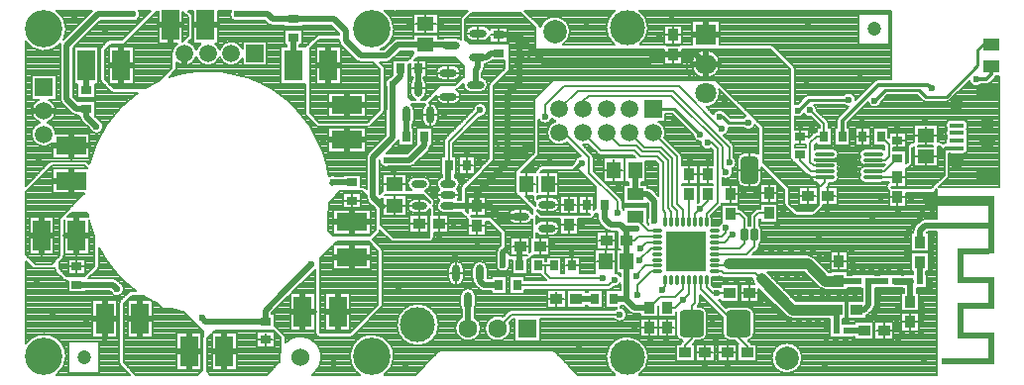
<source format=gtl>
G04*
G04 #@! TF.GenerationSoftware,Altium Limited,Altium Designer,18.1.7 (191)*
G04*
G04 Layer_Physical_Order=1*
G04 Layer_Color=255*
%FSLAX24Y24*%
%MOIN*%
G70*
G01*
G75*
%ADD12C,0.0079*%
%ADD13C,0.0118*%
%ADD14C,0.0100*%
%ADD20O,0.0281X0.0591*%
%ADD21O,0.0531X0.0236*%
%ADD22O,0.0591X0.0281*%
G04:AMPARAMS|DCode=23|XSize=43.3mil|YSize=23.6mil|CornerRadius=5.9mil|HoleSize=0mil|Usage=FLASHONLY|Rotation=90.000|XOffset=0mil|YOffset=0mil|HoleType=Round|Shape=RoundedRectangle|*
%AMROUNDEDRECTD23*
21,1,0.0433,0.0118,0,0,90.0*
21,1,0.0315,0.0236,0,0,90.0*
1,1,0.0118,0.0059,0.0157*
1,1,0.0118,0.0059,-0.0157*
1,1,0.0118,-0.0059,-0.0157*
1,1,0.0118,-0.0059,0.0157*
%
%ADD23ROUNDEDRECTD23*%
G04:AMPARAMS|DCode=24|XSize=94.5mil|YSize=59.1mil|CornerRadius=14.8mil|HoleSize=0mil|Usage=FLASHONLY|Rotation=90.000|XOffset=0mil|YOffset=0mil|HoleType=Round|Shape=RoundedRectangle|*
%AMROUNDEDRECTD24*
21,1,0.0945,0.0295,0,0,90.0*
21,1,0.0650,0.0591,0,0,90.0*
1,1,0.0295,0.0148,0.0325*
1,1,0.0295,0.0148,-0.0325*
1,1,0.0295,-0.0148,-0.0325*
1,1,0.0295,-0.0148,0.0325*
%
%ADD24ROUNDEDRECTD24*%
%ADD25O,0.0110X0.0335*%
%ADD26O,0.0335X0.0110*%
%ADD27R,0.1358X0.1358*%
G04:AMPARAMS|DCode=28|XSize=90.6mil|YSize=82.7mil|CornerRadius=12.4mil|HoleSize=0mil|Usage=FLASHONLY|Rotation=270.000|XOffset=0mil|YOffset=0mil|HoleType=Round|Shape=RoundedRectangle|*
%AMROUNDEDRECTD28*
21,1,0.0906,0.0579,0,0,270.0*
21,1,0.0657,0.0827,0,0,270.0*
1,1,0.0248,-0.0289,-0.0329*
1,1,0.0248,-0.0289,0.0329*
1,1,0.0248,0.0289,0.0329*
1,1,0.0248,0.0289,-0.0329*
%
%ADD28ROUNDEDRECTD28*%
%ADD29R,0.0217X0.0236*%
%ADD30O,0.0669X0.0118*%
%ADD31R,0.0618X0.0740*%
%ADD32R,0.0591X0.1024*%
%ADD33R,0.1024X0.0591*%
G04:AMPARAMS|DCode=34|XSize=15.7mil|YSize=49.2mil|CornerRadius=3.9mil|HoleSize=0mil|Usage=FLASHONLY|Rotation=270.000|XOffset=0mil|YOffset=0mil|HoleType=Round|Shape=RoundedRectangle|*
%AMROUNDEDRECTD34*
21,1,0.0157,0.0413,0,0,270.0*
21,1,0.0079,0.0492,0,0,270.0*
1,1,0.0079,-0.0207,-0.0039*
1,1,0.0079,-0.0207,0.0039*
1,1,0.0079,0.0207,0.0039*
1,1,0.0079,0.0207,-0.0039*
%
%ADD34ROUNDEDRECTD34*%
G04:AMPARAMS|DCode=35|XSize=53.1mil|YSize=23.6mil|CornerRadius=5.9mil|HoleSize=0mil|Usage=FLASHONLY|Rotation=0.000|XOffset=0mil|YOffset=0mil|HoleType=Round|Shape=RoundedRectangle|*
%AMROUNDEDRECTD35*
21,1,0.0531,0.0118,0,0,0.0*
21,1,0.0413,0.0236,0,0,0.0*
1,1,0.0118,0.0207,-0.0059*
1,1,0.0118,-0.0207,-0.0059*
1,1,0.0118,-0.0207,0.0059*
1,1,0.0118,0.0207,0.0059*
%
%ADD35ROUNDEDRECTD35*%
%ADD62C,0.0630*%
%ADD66R,0.0630X0.0630*%
%ADD73R,0.0276X0.0354*%
%ADD74R,0.0354X0.0394*%
%ADD75R,0.0394X0.0354*%
%ADD76R,0.0571X0.0453*%
%ADD77R,0.0453X0.0571*%
%ADD78R,0.0354X0.0276*%
%ADD79R,0.0551X0.0413*%
%ADD80R,0.0197X0.0197*%
%ADD81R,0.0197X0.0354*%
%ADD82C,0.0472*%
%ADD83C,0.0197*%
%ADD84C,0.0354*%
%ADD85C,0.0217*%
%ADD86C,0.0138*%
%ADD87R,0.0413X0.0597*%
%ADD88R,0.1890X0.0354*%
%ADD89R,0.0197X0.1969*%
%ADD90R,0.2008X0.0197*%
%ADD91R,0.1093X0.0197*%
%ADD92R,0.0197X0.0906*%
%ADD93R,0.0197X0.1063*%
%ADD94R,0.1132X0.0197*%
%ADD95R,0.0197X0.0984*%
%ADD96R,0.1663X0.0197*%
%ADD97C,0.0787*%
%ADD98C,0.1181*%
%ADD99C,0.0591*%
%ADD100R,0.0591X0.0591*%
%ADD101R,0.0591X0.0591*%
%ADD102R,0.0709X0.0709*%
%ADD103C,0.0709*%
%ADD104O,0.0787X0.0433*%
%ADD105C,0.0492*%
%ADD106C,0.1260*%
%ADD107C,0.0600*%
%ADD108C,0.0236*%
D12*
X57645Y35229D02*
G03*
X57690Y35305I-125J125D01*
G01*
X57645Y35229D02*
G03*
X57690Y35305I-125J125D01*
G01*
X56778Y35143D02*
G03*
X57164Y35020I230J54D01*
G01*
X57362D02*
G03*
X57487Y35072I0J177D01*
G01*
X57362Y35020D02*
G03*
X57487Y35072I0J177D01*
G01*
X54163Y35236D02*
G03*
X54169Y35191I168J0D01*
G01*
X54163Y35236D02*
G03*
X54169Y35191I168J0D01*
G01*
X53714D02*
G03*
X53589Y35139I0J-177D01*
G01*
X53714Y35191D02*
G03*
X53589Y35139I0J-177D01*
G01*
X56011Y34445D02*
G03*
X56130Y34495I0J168D01*
G01*
X56732Y33681D02*
G03*
X56575Y33839I-157J0D01*
G01*
X56011Y34445D02*
G03*
X56130Y34495I0J168D01*
G01*
X56161Y33839D02*
G03*
X56004Y33681I0J-157D01*
G01*
X56705Y33514D02*
G03*
X56732Y33602I-130J89D01*
G01*
X56004D02*
G03*
X56031Y33514I157J0D01*
G01*
D02*
G03*
X56004Y33425I130J-89D01*
G01*
X56732D02*
G03*
X56705Y33514I-157J0D01*
G01*
X55189Y34495D02*
G03*
X55308Y34445I119J119D01*
G01*
X55189Y34495D02*
G03*
X55308Y34445I119J119D01*
G01*
X53373Y34422D02*
G03*
X53839Y34477I229J57D01*
G01*
X52963Y34512D02*
G03*
X52560Y34676I-236J-4D01*
G01*
Y34340D02*
G03*
X52722Y34272I166J168D01*
G01*
X52385Y33934D02*
G03*
X52333Y33809I125J-125D01*
G01*
X52385Y33934D02*
G03*
X52333Y33809I125J-125D01*
G01*
X52057Y33681D02*
G03*
X52011Y33792I-157J0D01*
G01*
X51663Y34154D02*
G03*
X51572Y34340I-236J0D01*
G01*
X52057Y33681D02*
G03*
X52011Y33792I-157J0D01*
G01*
X56705Y33258D02*
G03*
X56732Y33346I-130J89D01*
G01*
Y33169D02*
G03*
X56705Y33258I-157J0D01*
G01*
X56004Y33346D02*
G03*
X56031Y33258I157J0D01*
G01*
Y33258D02*
G03*
X56004Y33169I130J-89D01*
G01*
X55994Y33061D02*
G03*
X55899Y33035I0J-187D01*
G01*
X56705Y33002D02*
G03*
X56732Y33091I-130J89D01*
G01*
Y32913D02*
G03*
X56705Y33002I-157J0D01*
G01*
X55994Y33061D02*
G03*
X55899Y33035I0J-187D01*
G01*
X55899Y33035D02*
G03*
X55787Y33081I-111J-112D01*
G01*
X55899Y33035D02*
G03*
X55787Y33081I-111J-112D01*
G01*
X54911D02*
G03*
X54822Y33053I0J-157D01*
G01*
X54822D02*
G03*
X54715Y32904I50J-149D01*
G01*
X56575Y32677D02*
G03*
X56732Y32835I0J157D01*
G01*
X56107Y32687D02*
G03*
X56161Y32677I55J148D01*
G01*
X56056Y31857D02*
G03*
X56102Y31969I-111J111D01*
G01*
X56056Y31857D02*
G03*
X56102Y31969I-111J112D01*
G01*
X53917Y32824D02*
G03*
X53819Y32854I-98J-147D01*
G01*
X53268D02*
G03*
X53120Y32579I0J-177D01*
G01*
X52382Y32677D02*
G03*
X52205Y32854I-177J0D01*
G01*
Y32500D02*
G03*
X52382Y32677I0J177D01*
G01*
X51654Y32854D02*
G03*
X51594Y32844I0J-177D01*
G01*
X51654Y32461D02*
G03*
X51615Y32456I0J-177D01*
G01*
X51594Y32510D02*
G03*
X51654Y32500I59J167D01*
G01*
X53819Y32303D02*
G03*
X53900Y32323I0J177D01*
G01*
X53873Y32255D02*
G03*
X53819Y32264I-54J-169D01*
G01*
Y31713D02*
G03*
X53900Y31732I0J177D01*
G01*
X53268Y32264D02*
G03*
X53120Y31988I0J-177D01*
G01*
X54075Y31711D02*
G03*
X54042Y31463I79J-136D01*
G01*
X54075Y31711D02*
G03*
X54042Y31463I79J-136D01*
G01*
X53120Y32579D02*
G03*
X53268Y32303I147J-98D01*
G01*
X53120Y31988D02*
G03*
X53268Y31713I147J-98D01*
G01*
X52352Y32185D02*
G03*
X52382Y32283I-147J98D01*
G01*
Y32087D02*
G03*
X52352Y32185I-177J0D01*
G01*
X52382Y32283D02*
G03*
X52205Y32461I-177J0D01*
G01*
X52382Y31890D02*
G03*
X52352Y31988I-177J0D01*
G01*
X52205Y31713D02*
G03*
X52382Y31890I0J177D01*
G01*
X52352Y31988D02*
G03*
X52382Y32087I-147J98D01*
G01*
X52040Y31611D02*
G03*
X52086Y31713I-111J111D01*
G01*
X52040Y31611D02*
G03*
X52086Y31713I-111J112D01*
G01*
X51378Y34676D02*
G03*
X51259Y34627I0J-168D01*
G01*
X50915Y35541D02*
G03*
X50869Y35653I-157J0D01*
G01*
X51378Y34676D02*
G03*
X51259Y34627I0J-168D01*
G01*
X50200Y36322D02*
G03*
X50089Y36368I-111J-111D01*
G01*
X50200Y36322D02*
G03*
X50089Y36368I-112J-111D01*
G01*
X50915Y35541D02*
G03*
X50869Y35653I-157J0D01*
G01*
X51223Y34034D02*
G03*
X51440Y33918I204J119D01*
G01*
X51012Y34380D02*
G03*
X50915Y34358I2J-236D01*
G01*
Y33929D02*
G03*
X51223Y34034I98J215D01*
G01*
X48386Y34724D02*
G03*
X48368Y34855I-472J0D01*
G01*
X47940Y34253D02*
G03*
X48386Y34724I-26J472D01*
G01*
X49270Y33952D02*
G03*
X49184Y33898I81J-222D01*
G01*
X48581Y34065D02*
G03*
X48171Y34021I-193J-136D01*
G01*
X51644Y33425D02*
G03*
X51532Y33379I0J-157D01*
G01*
X51644Y33425D02*
G03*
X51532Y33379I0J-157D01*
G01*
X49184Y33562D02*
G03*
X49572Y33650I166J168D01*
G01*
X48868Y32906D02*
G03*
X48822Y33018I-157J0D01*
G01*
X48530Y33310D02*
G03*
X48691Y33533I-75J224D01*
G01*
X49242Y32736D02*
G03*
X48976Y32470I0J-266D01*
G01*
X49695Y32685D02*
G03*
X49537Y32736I-157J-214D01*
G01*
X48868Y32906D02*
G03*
X48822Y33017I-157J0D01*
G01*
X45984Y36929D02*
G03*
X45683Y37509I-709J0D01*
G01*
X45984Y36929D02*
G03*
X45683Y37509I-709J0D01*
G01*
X43117Y36368D02*
G03*
X43356Y36801I-273J433D01*
G01*
X47116Y36368D02*
G03*
X47024Y36339I0J-157D01*
G01*
X47116Y36368D02*
G03*
X47024Y36339I0J-157D01*
G01*
X47490Y33325D02*
G03*
X47748Y33092I236J2D01*
G01*
D02*
G03*
X48095Y32853I234J-31D01*
G01*
X45709Y36368D02*
G03*
X45984Y36929I-433J561D01*
G01*
X46617Y36339D02*
G03*
X46526Y36368I-92J-128D01*
G01*
X45709D02*
G03*
X45984Y36929I-433J561D01*
G01*
X46617Y36339D02*
G03*
X46526Y36368I-92J-128D01*
G01*
X44868Y37509D02*
G03*
X44843Y36368I407J-580D01*
G01*
X44868Y37509D02*
G03*
X44843Y36368I407J-580D01*
G01*
X43117D02*
G03*
X43356Y36801I-273J433D01*
G01*
X42743Y33861D02*
G03*
X42876Y33789I259J322D01*
G01*
X46565Y33396D02*
G03*
X46328Y33770I-413J0D01*
G01*
X46533Y33237D02*
G03*
X46565Y33396I-382J159D01*
G01*
X43776Y32983D02*
G03*
X43948Y33014I14J413D01*
G01*
X49758Y31673D02*
G03*
X49803Y31821I-221J148D01*
G01*
X48947Y32392D02*
G03*
X48868Y32568I-236J0D01*
G01*
X48807Y32176D02*
G03*
X48947Y32392I-96J216D01*
G01*
X48829Y32077D02*
G03*
X48807Y32176I-236J0D01*
G01*
X48474Y31872D02*
G03*
X48829Y32077I118J205D01*
G01*
X49537Y31555D02*
G03*
X49744Y31654I0J266D01*
G01*
X48976Y31821D02*
G03*
X49242Y31555I266J0D01*
G01*
X47697Y31052D02*
G03*
X47657Y31046I20J-235D01*
G01*
X47116Y32589D02*
G03*
X47070Y32700I-157J0D01*
G01*
X47116Y32589D02*
G03*
X47070Y32700I-157J0D01*
G01*
X44278Y32684D02*
G03*
X44390Y32638I111J111D01*
G01*
X44278Y32684D02*
G03*
X44390Y32638I112J111D01*
G01*
X44144Y32549D02*
G03*
X44098Y32661I-157J0D01*
G01*
X44144Y32549D02*
G03*
X44097Y32661I-157J0D01*
G01*
X43707Y32606D02*
G03*
X43504Y32387I33J-234D01*
G01*
X46118Y31482D02*
G03*
X45965Y31545I-153J-153D01*
G01*
X46118Y31482D02*
G03*
X45965Y31545I-153J-153D01*
G01*
X45108Y31083D02*
G03*
X45062Y31194I-157J0D01*
G01*
X45108Y31083D02*
G03*
X45062Y31194I-157J0D01*
G01*
X55295Y30492D02*
G03*
X55142Y30429I0J-217D01*
G01*
X55295Y30492D02*
G03*
X55142Y30428I0J-217D01*
G01*
X54965Y30252D02*
G03*
X54902Y30098I153J-153D01*
G01*
X54965Y30252D02*
G03*
X54902Y30098I153J-153D01*
G01*
X51824Y30853D02*
G03*
X51870Y30965I-111J112D01*
G01*
X51824Y30853D02*
G03*
X51870Y30965I-111J111D01*
G01*
X51516Y30610D02*
G03*
X51627Y30656I0J157D01*
G01*
X51516Y30610D02*
G03*
X51627Y30657I0J157D01*
G01*
X50863Y30656D02*
G03*
X50974Y30610I111J111D01*
G01*
X50863Y30657D02*
G03*
X50974Y30610I112J111D01*
G01*
X50571Y31014D02*
G03*
X50617Y30902I157J0D01*
G01*
X50571Y31014D02*
G03*
X50617Y30902I157J0D01*
G01*
X49705Y30846D02*
G03*
X49593Y30800I0J-157D01*
G01*
X49705Y30846D02*
G03*
X49593Y30800I0J-157D01*
G01*
X49803Y30118D02*
G03*
X49724Y30265I-177J0D01*
G01*
X49456Y30663D02*
G03*
X49409Y30551I111J-112D01*
G01*
X49456Y30663D02*
G03*
X49409Y30551I111J-111D01*
G01*
X51720Y28197D02*
G03*
X51929Y28110I209J209D01*
G01*
X51720Y28197D02*
G03*
X51929Y28110I209J209D01*
G01*
X51557Y29195D02*
G03*
X51348Y29281I-209J-209D01*
G01*
X51557Y29195D02*
G03*
X51348Y29281I-209J-209D01*
G01*
X49724Y29656D02*
G03*
X49803Y29803I-98J147D01*
G01*
X49678Y29465D02*
G03*
X49724Y29577I-111J111D01*
G01*
X49678Y29465D02*
G03*
X49724Y29577I-111J112D01*
G01*
X49479Y28499D02*
G03*
X49554Y28287I295J-15D01*
G01*
X53549Y27435D02*
G03*
X53612Y27589I-153J153D01*
G01*
X53548Y27435D02*
G03*
X53612Y27589I-153J153D01*
G01*
X53307Y27233D02*
G03*
X53401Y27288I-59J208D01*
G01*
X53307Y27233D02*
G03*
X53401Y27288I-59J208D01*
G01*
X50608Y27232D02*
G03*
X50817Y27146I209J209D01*
G01*
X50608Y27232D02*
G03*
X50817Y27146I209J209D01*
G01*
X49547Y27297D02*
G03*
X49305Y27539I-242J0D01*
G01*
X51161Y25807D02*
G03*
X51161Y25807I-512J0D01*
G01*
D02*
G03*
X51161Y25807I-512J0D01*
G01*
X49344Y26401D02*
G03*
X49547Y26640I-39J239D01*
G01*
X49453Y26280D02*
G03*
X49422Y26322I-142J-69D01*
G01*
X48463Y30975D02*
G03*
X48473Y31014I-147J58D01*
G01*
X48463Y30975D02*
G03*
X48473Y31014I-147J58D01*
G01*
X49157Y30771D02*
G03*
X49045Y30817I-112J-111D01*
G01*
X49156Y30771D02*
G03*
X49045Y30817I-111J-111D01*
G01*
X48445Y30941D02*
G03*
X48463Y30975I-128J92D01*
G01*
X48445Y30941D02*
G03*
X48463Y30975I-128J92D01*
G01*
X49370Y30492D02*
G03*
X49324Y30604I-157J0D01*
G01*
X49370Y30492D02*
G03*
X49324Y30604I-157J0D01*
G01*
X48445Y30371D02*
G03*
X48373Y30269I150J-182D01*
G01*
X45157Y30813D02*
G03*
X45108Y30875I-207J-114D01*
G01*
X48373Y30269D02*
G03*
X48341Y30272I-32J-170D01*
G01*
X48116Y30496D02*
G03*
X48100Y30568I-173J0D01*
G01*
X45974Y30537D02*
G03*
X45996Y30309I217J-94D01*
G01*
X48407Y28545D02*
G03*
X48519Y28499I112J111D01*
G01*
X48407Y28545D02*
G03*
X48519Y28499I111J111D01*
G01*
X48341Y28547D02*
G03*
X48396Y28556I0J173D01*
G01*
X48107Y28267D02*
G03*
X48116Y28323I-164J56D01*
G01*
X48406Y28187D02*
G03*
X48181Y28193I-118J-205D01*
G01*
X44957Y28652D02*
G03*
X44911Y28671I-114J-207D01*
G01*
X45039Y28575D02*
G03*
X44957Y28652I-197J-131D01*
G01*
X44829Y28209D02*
G03*
X45039Y28314I13J236D01*
G01*
X44665Y28110D02*
G03*
X44777Y28157I0J157D01*
G01*
X44665Y28110D02*
G03*
X44777Y28156I0J157D01*
G01*
X44301Y30492D02*
G03*
X44365Y30339I217J0D01*
G01*
X44301Y30492D02*
G03*
X44364Y30339I217J0D01*
G01*
X44561Y30142D02*
G03*
X44715Y30079I153J153D01*
G01*
X44561Y30143D02*
G03*
X44715Y30079I153J153D01*
G01*
X44191Y30642D02*
G03*
X44262Y30674I-27J155D01*
G01*
X44191Y30642D02*
G03*
X44262Y30674I-27J155D01*
G01*
X44147Y30558D02*
G03*
X44191Y30642I-111J111D01*
G01*
X44147Y30558D02*
G03*
X44191Y30642I-111J112D01*
G01*
X44006Y30482D02*
G03*
X44117Y30529I0J157D01*
G01*
X44006Y30482D02*
G03*
X44117Y30528I0J157D01*
G01*
X43005Y30177D02*
G03*
X42746Y30436I-258J0D01*
G01*
Y29919D02*
G03*
X43005Y30177I0J258D01*
G01*
X43947Y28030D02*
G03*
X43878Y28028I-30J-234D01*
G01*
X48726Y27539D02*
G03*
X48597Y27502I0J-242D01*
G01*
X48345Y27753D02*
G03*
X48406Y27778I-58J229D01*
G01*
X48484Y26640D02*
G03*
X48726Y26398I242J0D01*
G01*
X47972Y27297D02*
G03*
X47730Y27539I-242J0D01*
G01*
X47660Y27552D02*
G03*
X47707Y27664I-111J112D01*
G01*
X47661Y27552D02*
G03*
X47707Y27664I-111J111D01*
G01*
X47730Y26398D02*
G03*
X47972Y26640I0J242D01*
G01*
X47552Y26345D02*
G03*
X47587Y26398I-111J111D01*
G01*
X47552Y26345D02*
G03*
X47587Y26398I-111J112D01*
G01*
X49453Y26280D02*
G03*
X49422Y26322I-142J-69D01*
G01*
X47113Y26352D02*
G03*
X47072Y26280I111J-111D01*
G01*
X47113Y26352D02*
G03*
X47072Y26280I111J-112D01*
G01*
X45378Y27347D02*
G03*
X45532Y27283I153J153D01*
G01*
X46914Y27343D02*
G03*
X46909Y27297I238J-46D01*
G01*
X45378Y27347D02*
G03*
X45532Y27283I153J153D01*
G01*
X45266Y27274D02*
G03*
X45069Y27507I-236J0D01*
G01*
X44853Y27116D02*
G03*
X45266Y27274I176J157D01*
G01*
X44935Y27490D02*
G03*
X44853Y27431I94J-217D01*
G01*
X43878Y27562D02*
G03*
X43947Y27561I39J233D01*
G01*
X46909Y26640D02*
G03*
X47152Y26398I242J0D01*
G01*
X45984Y25827D02*
G03*
X44868Y25247I-709J0D01*
G01*
X45984Y25827D02*
G03*
X44868Y25247I-709J0D01*
G01*
X42845Y26024D02*
G03*
X42726Y26074I-119J-119D01*
G01*
X42845Y26024D02*
G03*
X42726Y26074I-119J-119D01*
G01*
X45683Y25247D02*
G03*
X45984Y25827I-407J580D01*
G01*
X45683Y25247D02*
G03*
X45984Y25827I-407J580D01*
G01*
X42357Y36958D02*
G03*
X42316Y37031I-153J-39D01*
G01*
X43356Y36801D02*
G03*
X42357Y36958I-512J0D01*
G01*
X43356Y36801D02*
G03*
X42357Y36958I-512J0D01*
G01*
D02*
G03*
X42316Y37031I-153J-39D01*
G01*
X40557Y35728D02*
G03*
X40705Y35792I-5J216D01*
G01*
X40557Y35728D02*
G03*
X40705Y35792I-5J216D01*
G01*
X40477Y35694D02*
G03*
X40557Y35728I-62J251D01*
G01*
X39722Y37306D02*
G03*
X39675Y37195I111J-112D01*
G01*
X39721Y37306D02*
G03*
X39675Y37195I111J-111D01*
G01*
X39675Y36540D02*
G03*
X39506Y36603I-170J-195D01*
G01*
X39196D02*
G03*
X39078Y36575I0J-258D01*
G01*
X40676Y35082D02*
G03*
X40630Y34970I111J-112D01*
G01*
X40676Y35082D02*
G03*
X40630Y34970I111J-111D01*
G01*
X40414Y35452D02*
G03*
X40477Y35605I-153J153D01*
G01*
X40414Y35452D02*
G03*
X40477Y35605I-153J153D01*
G01*
X40590Y35013D02*
G03*
X40393Y35264I-258J0D01*
G01*
X40332Y34755D02*
G03*
X40590Y35013I0J258D01*
G01*
X40571Y34163D02*
G03*
X40099Y34150I-236J0D01*
G01*
X39765Y35045D02*
G03*
X40022Y34755I257J-31D01*
G01*
X39533Y34847D02*
G03*
X39610Y34889I-35J153D01*
G01*
X39533Y34847D02*
G03*
X39609Y34889I-35J153D01*
G01*
X39680Y34613D02*
G03*
X39533Y34847I-258J0D01*
G01*
X38854Y34636D02*
G03*
X39112Y34355I258J-22D01*
G01*
X39422D02*
G03*
X39680Y34613I0J258D01*
G01*
X38913Y34146D02*
G03*
X38621Y34402I-258J0D01*
G01*
X37441Y36890D02*
G03*
X37111Y37510I-748J0D01*
G01*
X36984Y36201D02*
G03*
X37441Y36890I-291J689D01*
G01*
X34921Y36693D02*
G03*
X34810Y36647I0J-157D01*
G01*
X37559Y36575D02*
G03*
X37406Y36511I0J-217D01*
G01*
X37559Y36575D02*
G03*
X37406Y36511I0J-217D01*
G01*
X34921Y36693D02*
G03*
X34810Y36647I0J-157D01*
G01*
X38009Y35958D02*
G03*
X37967Y35882I111J-111D01*
G01*
X38009Y35958D02*
G03*
X37967Y35882I111J-112D01*
G01*
X37967Y35882D02*
G03*
X37898Y35846I35J-153D01*
G01*
X37967Y35882D02*
G03*
X37898Y35846I35J-153D01*
G01*
X38155Y34350D02*
G03*
X38254Y34386I0J157D01*
G01*
D02*
G03*
X38354Y34350I100J122D01*
G01*
X38155D02*
G03*
X38254Y34386I0J157D01*
G01*
X38496Y34350D02*
G03*
X38396Y34146I158J-204D01*
G01*
X38254Y34386D02*
G03*
X38354Y34350I100J122D01*
G01*
X38113Y34146D02*
G03*
X38012Y34351I-258J0D01*
G01*
X37185Y35768D02*
G03*
X37338Y35831I0J217D01*
G01*
X37185Y35768D02*
G03*
X37338Y35831I0J217D01*
G01*
X37305Y35259D02*
G03*
X37175Y34945I86J-220D01*
G01*
X37126Y35536D02*
G03*
X37080Y35647I-157J0D01*
G01*
X37126Y35536D02*
G03*
X37080Y35647I-157J0D01*
G01*
X42303Y33843D02*
G03*
X42743Y33861I217J94D01*
G01*
X40321Y33928D02*
G03*
X40571Y34163I13J236D01*
G01*
X38396Y33836D02*
G03*
X38913Y33836I258J0D01*
G01*
X42876Y33789D02*
G03*
X43249Y33064I126J-394D01*
G01*
X42257Y32605D02*
G03*
X42303Y32717I-111J111D01*
G01*
X42257Y32605D02*
G03*
X42303Y32717I-111J112D01*
G01*
X39163Y33215D02*
G03*
X39117Y33103I111J-112D01*
G01*
X39163Y33215D02*
G03*
X39117Y33103I111J-111D01*
G01*
X38608Y32809D02*
G03*
X38671Y32963I-153J153D01*
G01*
X38607Y32809D02*
G03*
X38671Y32963I-153J153D01*
G01*
X37175Y34208D02*
G03*
X37165Y34144I207J-65D01*
G01*
X37175Y34208D02*
G03*
X37165Y34144I207J-65D01*
G01*
X38071Y33695D02*
G03*
X38113Y33836I-217J141D01*
G01*
X37080Y34062D02*
G03*
X37126Y34173I-111J112D01*
G01*
X37080Y34062D02*
G03*
X37126Y34173I-111J111D01*
G01*
X36535Y33583D02*
G03*
X36647Y33629I0J157D01*
G01*
X36535Y33583D02*
G03*
X36647Y33629I0J157D01*
G01*
X34825Y33629D02*
G03*
X34936Y33583I111J111D01*
G01*
X34825Y33629D02*
G03*
X34936Y33583I112J111D01*
G01*
X37535Y33065D02*
G03*
X37589Y33155I-153J153D01*
G01*
X37535Y33065D02*
G03*
X37589Y33155I-153J153D01*
G01*
X37270Y32687D02*
G03*
X37176Y32707I-94J-217D01*
G01*
X36570Y32713D02*
G03*
X36506Y32559I153J-153D01*
G01*
X36569Y32712D02*
G03*
X36506Y32559I153J-153D01*
G01*
X33193Y37061D02*
G03*
X33346Y36998I153J153D01*
G01*
X33193Y37062D02*
G03*
X33346Y36998I153J153D01*
G01*
X31957Y37510D02*
G03*
X32250Y37165I199J-128D01*
G01*
X30669Y37283D02*
G03*
X30623Y37395I-157J0D01*
G01*
X30669Y37283D02*
G03*
X30623Y37395I-157J0D01*
G01*
Y36542D02*
G03*
X30669Y36654I-111J111D01*
G01*
X30623Y36542D02*
G03*
X30669Y36654I-111J112D01*
G01*
X34495Y36332D02*
G03*
X34459Y36275I111J-112D01*
G01*
X34495Y36332D02*
G03*
X34459Y36275I111J-111D01*
G01*
X32343Y36242D02*
G03*
X31575Y36192I-374J-176D01*
G01*
X31575D02*
G03*
X31428Y36398I-394J-126D01*
G01*
X30934D02*
G03*
X30787Y36192I247J-332D01*
G01*
Y35940D02*
G03*
X31575Y35940I394J126D01*
G01*
X30787Y36192D02*
G03*
X30535Y36454I-394J-126D01*
G01*
X31575Y35940D02*
G03*
X32343Y35890I394J126D01*
G01*
X28898Y37382D02*
G03*
X28860Y37510I-236J0D01*
G01*
X28567Y37165D02*
G03*
X28898Y37382I94J217D01*
G01*
X27907Y36535D02*
G03*
X27796Y36489I0J-157D01*
G01*
X27907Y36535D02*
G03*
X27796Y36489I0J-157D01*
G01*
X26417Y36890D02*
G03*
X26088Y37510I-748J0D01*
G01*
X26334Y36547D02*
G03*
X26417Y36890I-665J343D01*
G01*
X26225Y36389D02*
G03*
X26220Y36344I212J-46D01*
G01*
X26225Y36389D02*
G03*
X26220Y36344I212J-46D01*
G01*
X27596Y36289D02*
G03*
X27549Y36178I111J-112D01*
G01*
X27595Y36289D02*
G03*
X27549Y36178I111J-111D01*
G01*
X30118Y35758D02*
G03*
X30787Y35940I276J308D01*
G01*
X30072Y35460D02*
G03*
X30118Y35571I-111J111D01*
G01*
X30072Y35459D02*
G03*
X30118Y35571I-111J112D01*
G01*
X25049Y36471D02*
G03*
X26225Y36389I620J418D01*
G01*
X27559Y35193D02*
G03*
X27605Y35085I157J4D01*
G01*
X27559Y35194D02*
G03*
X27605Y35085I157J3D01*
G01*
X27915Y34776D02*
G03*
X28027Y34729I112J111D01*
G01*
X27915Y34775D02*
G03*
X28027Y34729I111J111D01*
G01*
X34449Y34070D02*
G03*
X34495Y33958I157J0D01*
G01*
X34449Y34070D02*
G03*
X34495Y33959I157J0D01*
G01*
X27211Y33516D02*
G03*
X27667Y33602I220J86D01*
G01*
D02*
G03*
X27517Y33822I-236J0D01*
G01*
X26870Y33947D02*
G03*
X26934Y33793I217J0D01*
G01*
X26870Y33947D02*
G03*
X26934Y33794I217J0D01*
G01*
X27129Y32395D02*
G03*
X27018Y32441I-111J-111D01*
G01*
X26220Y34518D02*
G03*
X26284Y34364I217J0D01*
G01*
X26220Y34518D02*
G03*
X26284Y34365I217J0D01*
G01*
X26073Y34134D02*
G03*
X25836Y34508I-413J0D01*
G01*
X26589Y34060D02*
G03*
X26742Y33996I153J153D01*
G01*
X26589Y34059D02*
G03*
X26742Y33996I153J153D01*
G01*
X25785Y33740D02*
G03*
X26073Y34134I-126J394D01*
G01*
X26072Y33366D02*
G03*
X25785Y33740I-413J-20D01*
G01*
X25483Y34508D02*
G03*
X25533Y33740I176J-374D01*
G01*
Y33740D02*
G03*
X25945Y33047I126J-394D01*
G01*
Y32441D02*
G03*
X25834Y32395I0J-157D01*
G01*
X42441Y32303D02*
G03*
X42330Y32257I0J-157D01*
G01*
X42441Y32303D02*
G03*
X42329Y32257I0J-157D01*
G01*
X42241Y32168D02*
G03*
X42195Y32057I111J-111D01*
G01*
X42241Y32169D02*
G03*
X42195Y32057I111J-112D01*
G01*
X42280Y30528D02*
G03*
X42392Y30482I111J111D01*
G01*
X42280Y30529D02*
G03*
X42392Y30482I112J111D01*
G01*
X42234Y30482D02*
G03*
X42202Y30577I-157J0D01*
G01*
X42234Y30482D02*
G03*
X42202Y30577I-157J0D01*
G01*
X42106Y31169D02*
G03*
X42184Y31033I157J0D01*
G01*
X42106Y31169D02*
G03*
X42184Y31033I157J0D01*
G01*
X42184Y31033D02*
G03*
X42184Y30921I252J-56D01*
G01*
X42437Y30436D02*
G03*
X42234Y30338I0J-258D01*
G01*
Y30016D02*
G03*
X42437Y29919I202J161D01*
G01*
X42056Y29213D02*
G03*
X42108Y29247I-60J146D01*
G01*
X42056Y29213D02*
G03*
X42107Y29247I-60J146D01*
G01*
X42026Y29165D02*
G03*
X42055Y29212I-116J106D01*
G01*
X41927Y29107D02*
G03*
X42016Y29155I-28J155D01*
G01*
X41319Y29116D02*
G03*
X41378Y29104I59J146D01*
G01*
X40950Y29520D02*
G03*
X40886Y29366I153J-153D01*
G01*
X40949Y29519D02*
G03*
X40886Y29366I153J-153D01*
G01*
X39648Y31673D02*
G03*
X39481Y31899I-236J0D01*
G01*
X39731Y31617D02*
G03*
X39685Y31506I111J-111D01*
G01*
X39731Y31617D02*
G03*
X39685Y31506I111J-112D01*
G01*
X39557Y31486D02*
G03*
X39648Y31673I-144J187D01*
G01*
Y31299D02*
G03*
X39557Y31486I-236J0D01*
G01*
X39048Y31899D02*
G03*
X38973Y31486I69J-226D01*
G01*
X39820Y30578D02*
G03*
X39866Y30545I112J111D01*
G01*
X39820Y30578D02*
G03*
X39866Y30545I111J111D01*
G01*
X39866Y30545D02*
G03*
X39899Y30499I144J65D01*
G01*
X39866Y30545D02*
G03*
X39898Y30499I144J65D01*
G01*
X39588Y31142D02*
G03*
X39648Y31299I-176J157D01*
G01*
X39701Y30709D02*
G03*
X39731Y30666I142J69D01*
G01*
X39412Y30689D02*
G03*
X39507Y30709I0J236D01*
G01*
X38973Y31486D02*
G03*
X38973Y31112I144J-187D01*
G01*
D02*
G03*
X39117Y30689I144J-187D01*
G01*
X39701Y30709D02*
G03*
X39731Y30666I142J69D01*
G01*
X42380Y28622D02*
G03*
X42418Y28560I150J49D01*
G01*
X42380Y28622D02*
G03*
X42418Y28560I150J49D01*
G01*
X41339Y28937D02*
G03*
X41319Y29031I-236J0D01*
G01*
X40886D02*
G03*
X41339Y28937I217J-94D01*
G01*
X40309Y28115D02*
G03*
X40463Y28051I153J153D01*
G01*
X40309Y28115D02*
G03*
X40463Y28051I153J153D01*
G01*
X41392Y27431D02*
G03*
X41280Y27385I0J-157D01*
G01*
X41392Y27431D02*
G03*
X41280Y27385I0J-157D01*
G01*
X41103Y27208D02*
G03*
X41362Y26811I-174J-397D01*
G01*
D02*
G03*
X41326Y26985I-433J0D01*
G01*
X40583Y28811D02*
G03*
X40066Y28811I-258J0D01*
G01*
Y28502D02*
G03*
X40116Y28350I258J0D01*
G01*
D02*
G03*
X40172Y28252I209J56D01*
G01*
X40116Y28350D02*
G03*
X40172Y28252I209J56D01*
G01*
X40183Y27901D02*
G03*
X39666Y27901I-258J0D01*
G01*
X39783Y28811D02*
G03*
X39266Y28811I-258J0D01*
G01*
Y28502D02*
G03*
X39783Y28502I258J0D01*
G01*
X40141Y27450D02*
G03*
X40183Y27592I-217J141D01*
G01*
X39666D02*
G03*
X39708Y27450I258J0D01*
G01*
X40362Y26811D02*
G03*
X40141Y27189I-433J0D01*
G01*
X39708Y27184D02*
G03*
X40362Y26811I221J-373D01*
G01*
X38947Y26929D02*
G03*
X38947Y26929I-709J0D01*
G01*
D02*
G03*
X38947Y26929I-709J0D01*
G01*
X39045Y26074D02*
G03*
X38926Y26024I0J-168D01*
G01*
X39045Y26074D02*
G03*
X38926Y26024I0J-168D01*
G01*
X37963Y32254D02*
G03*
X38116Y32318I0J217D01*
G01*
X37963Y32254D02*
G03*
X38116Y32317I0J217D01*
G01*
X38664Y31673D02*
G03*
X38428Y31909I-236J0D01*
G01*
X36939Y32469D02*
G03*
X37270Y32254I236J1D01*
G01*
X36480Y31528D02*
G03*
X36368Y31575I-112J-111D01*
G01*
X36480Y31529D02*
G03*
X36368Y31575I-111J-111D01*
G01*
X35474Y31939D02*
G03*
X35249Y31923I-98J-215D01*
G01*
X38799Y31063D02*
G03*
X38753Y31174I-157J0D01*
G01*
X38763Y30925D02*
G03*
X38799Y31026I-121J100D01*
G01*
Y31063D02*
G03*
X38753Y31175I-157J0D01*
G01*
X38133Y31909D02*
G03*
X38038Y31457I0J-236D01*
G01*
X38473Y31441D02*
G03*
X38664Y31673I-45J232D01*
G01*
X38517Y31410D02*
G03*
X38473Y31441I-112J-111D01*
G01*
X38517Y31411D02*
G03*
X38473Y31441I-111J-111D01*
G01*
X38763Y30925D02*
G03*
X38799Y31026I-121J100D01*
G01*
Y30825D02*
G03*
X38763Y30925I-157J0D01*
G01*
X38780Y29975D02*
G03*
X38789Y30030I-148J55D01*
G01*
X38799Y30825D02*
G03*
X38763Y30925I-157J0D01*
G01*
X38622Y29715D02*
G03*
X38780Y29872I0J157D01*
G01*
X38622Y29715D02*
G03*
X38780Y29872I0J157D01*
G01*
X37310Y29761D02*
G03*
X37421Y29715I111J111D01*
G01*
X37310Y29761D02*
G03*
X37421Y29715I112J111D01*
G01*
X37050Y31428D02*
G03*
X37024Y31406I91J-129D01*
G01*
D02*
G03*
X36987Y31353I106J-116D01*
G01*
D02*
G03*
X36940Y31321I63J-144D01*
G01*
X36987Y31353D02*
G03*
X36940Y31321I63J-144D01*
G01*
X36922Y30007D02*
G03*
X36968Y30103I-111J111D01*
G01*
X36922Y30007D02*
G03*
X36968Y30103I-111J112D01*
G01*
X37047Y29409D02*
G03*
X37001Y29521I-157J0D01*
G01*
X37047Y29409D02*
G03*
X37001Y29521I-157J0D01*
G01*
X35249Y31923D02*
G03*
X29885Y35272I-4068J-545D01*
G01*
X28812Y34729D02*
G03*
X27190Y32334I2369J-3351D01*
G01*
X27129Y32395D02*
G03*
X27018Y32441I-112J-111D01*
G01*
X27473Y28801D02*
G03*
X27520Y28912I-111J112D01*
G01*
X27474Y28801D02*
G03*
X27520Y28912I-111J111D01*
G01*
X26024Y28819D02*
G03*
X26070Y28708I157J0D01*
G01*
X26024Y28819D02*
G03*
X26070Y28707I157J0D01*
G01*
X25945Y32441D02*
G03*
X25833Y32395I0J-157D01*
G01*
X25263Y28865D02*
G03*
X25374Y28819I111J111D01*
G01*
X25262Y28865D02*
G03*
X25374Y28819I112J111D01*
G01*
X25906D02*
G03*
X26017Y28865I0J157D01*
G01*
X25906Y28819D02*
G03*
X26017Y28865I0J157D01*
G01*
X27520Y29523D02*
G03*
X28750Y28071I3661J1855D01*
G01*
X28363Y28130D02*
G03*
X28213Y28350I-236J0D01*
G01*
X28622Y28071D02*
G03*
X28511Y28025I0J-157D01*
G01*
X28622Y28071D02*
G03*
X28510Y28025I0J-157D01*
G01*
X27907Y28044D02*
G03*
X28363Y28130I220J86D01*
G01*
X28132Y28431D02*
G03*
X27979Y28494I-153J-153D01*
G01*
X28133Y28430D02*
G03*
X27979Y28494I-153J-153D01*
G01*
X26326Y28452D02*
G03*
X26437Y28406I111J111D01*
G01*
X26325Y28452D02*
G03*
X26437Y28406I112J111D01*
G01*
X37001Y27487D02*
G03*
X37047Y27598I-111J111D01*
G01*
X37001Y27487D02*
G03*
X37047Y27598I-111J112D01*
G01*
X33895Y27890D02*
G03*
X33925Y27915I-123J178D01*
G01*
X33895Y27890D02*
G03*
X33925Y27915I-123J178D01*
G01*
X33497Y26844D02*
G03*
X33406Y26889I-111J-111D01*
G01*
X33497Y26843D02*
G03*
X33406Y26889I-112J-111D01*
G01*
X37111Y25246D02*
G03*
X37441Y25866I-418J620D01*
G01*
X35945Y26496D02*
G03*
X36056Y26542I0J157D01*
G01*
X37441Y25866D02*
G03*
X36275Y25246I-748J0D01*
G01*
X35945Y26496D02*
G03*
X36056Y26542I0J157D01*
G01*
X34803Y26654D02*
G03*
X34961Y26496I157J0D01*
G01*
X35000Y25827D02*
G03*
X33780Y26317I-709J0D01*
G01*
X34803Y26654D02*
G03*
X34961Y26496I157J0D01*
G01*
X33780Y26496D02*
G03*
X33733Y26608I-157J0D01*
G01*
X33780Y26496D02*
G03*
X33733Y26607I-157J0D01*
G01*
X34698Y25246D02*
G03*
X35000Y25827I-406J581D01*
G01*
X28235Y27749D02*
G03*
X28189Y27638I111J-112D01*
G01*
X28235Y27749D02*
G03*
X28189Y27638I111J-111D01*
G01*
Y25669D02*
G03*
X28235Y25558I157J0D01*
G01*
X28189Y25669D02*
G03*
X28235Y25558I157J0D01*
G01*
X26417Y25866D02*
G03*
X25049Y26285I-748J0D01*
G01*
X26088Y25246D02*
G03*
X26417Y25866I-418J620D01*
G01*
X39680Y35413D02*
G03*
X39422Y35672I-258J0D01*
G01*
Y35155D02*
G03*
X39680Y35413I0J258D01*
G01*
X39112Y35672D02*
G03*
X39112Y35155I0J-258D01*
G01*
X38513Y35056D02*
G03*
X38418Y35256I-258J0D01*
G01*
X38354Y34508D02*
G03*
X38513Y34746I-100J238D01*
G01*
X38090Y35256D02*
G03*
X37996Y35056I164J-200D01*
G01*
Y34746D02*
G03*
X38155Y34508I258J0D01*
G01*
X43005Y30977D02*
G03*
X42746Y31236I-258J0D01*
G01*
Y30719D02*
G03*
X43005Y30977I0J258D01*
G01*
X42437Y31236D02*
G03*
X42264Y31169I0J-258D01*
G01*
Y30785D02*
G03*
X42437Y30719I173J192D01*
G01*
X40650Y36855D02*
G03*
X40416Y37003I-234J-110D01*
G01*
Y36486D02*
G03*
X40650Y36635I0J258D01*
G01*
X40106Y37003D02*
G03*
X40106Y36486I0J-258D01*
G01*
X38642Y31026D02*
G03*
X38428Y31161I-214J-100D01*
G01*
Y30689D02*
G03*
X38642Y30825I0J236D01*
G01*
X38133Y31161D02*
G03*
X38133Y30689I0J-236D01*
G01*
X42077Y30672D02*
G03*
X41836Y30836I-240J-95D01*
G01*
Y30319D02*
G03*
X42077Y30482I0J258D01*
G01*
X41527Y30836D02*
G03*
X41527Y30319I0J-258D01*
G01*
X47525Y35978D02*
G03*
X47515Y35455I388J-269D01*
G01*
X51355Y31975D02*
G03*
X51434Y31933I112J111D01*
G01*
X51355Y31975D02*
G03*
X51434Y31933I111J111D01*
G01*
X51476Y31890D02*
G03*
X51654Y31713I177J0D01*
G01*
X48386Y35709D02*
G03*
X48386Y35709I-472J0D01*
G01*
X48048Y35177D02*
G03*
X47778Y35177I-135J-453D01*
G01*
X36156Y35831D02*
G03*
X36309Y35768I153J153D01*
G01*
X36156Y35831D02*
G03*
X36309Y35768I153J153D01*
G01*
X35591Y36486D02*
G03*
X35654Y36333I217J0D01*
G01*
X35591Y36486D02*
G03*
X35654Y36333I217J0D01*
G01*
X36506Y31232D02*
G03*
X36569Y31079I217J0D01*
G01*
X36506Y31232D02*
G03*
X36570Y31079I217J0D01*
G01*
X35236Y30744D02*
G03*
X35273Y31061I-4055J634D01*
G01*
X29956Y27461D02*
G03*
X30360Y27357I1225J3917D01*
G01*
X29311Y27724D02*
G03*
X29459Y27653I1870J3654D01*
G01*
X29251Y27756D02*
G03*
X29311Y27724I1930J3622D01*
G01*
X28981Y27913D02*
G03*
X29251Y27756I2201J3465D01*
G01*
X31024Y26561D02*
G03*
X30984Y26457I118J-104D01*
G01*
X31024Y26561D02*
G03*
X30984Y26457I118J-104D01*
G01*
X33622Y26060D02*
G03*
X33597Y25684I669J-233D01*
G01*
X27185Y30441D02*
G03*
X27362Y29874I3996J936D01*
G01*
X27137Y30678D02*
G03*
X27161Y30551I4044J700D01*
G01*
X26292Y29141D02*
G03*
X26339Y29252I-111J111D01*
G01*
X26292Y29140D02*
G03*
X26339Y29252I-111J112D01*
G01*
X30147Y36398D02*
G03*
X29985Y36126I247J-332D01*
G01*
X29522Y35132D02*
G03*
X29052Y34887I1660J-3754D01*
G01*
X57785Y35236D02*
Y35305D01*
X57678Y35276D02*
X57785D01*
X57690Y35305D02*
X57785D01*
X57613Y35197D02*
X57785D01*
X57487Y35072D02*
X57645Y35229D01*
X57534Y35118D02*
X57785D01*
X56753D02*
X56785D01*
X56130Y34495D02*
X56778Y35143D01*
X57443Y35039D02*
X57785D01*
X56675D02*
X56832D01*
X56596Y34961D02*
X57785D01*
X56517Y34882D02*
X57785D01*
X57164Y35020D02*
X57362D01*
X56360Y34724D02*
X57785D01*
X56281Y34646D02*
X57785D01*
X56438Y34803D02*
X57785D01*
X56202Y34567D02*
X57785D01*
X56123Y34488D02*
X57785D01*
X55026Y34657D02*
X55189Y34495D01*
X54104Y37323D02*
X54163D01*
X54104Y36850D02*
X54163D01*
X54104Y37401D02*
X54163D01*
Y35236D02*
Y37509D01*
X54104Y36693D02*
X54163D01*
X54104Y36772D02*
X54163D01*
X54104Y37165D02*
X54163D01*
X54104Y37087D02*
X54163D01*
X54104Y37244D02*
X54163D01*
X54104Y37008D02*
X54163D01*
X54104Y36929D02*
X54163D01*
X54104Y37411D02*
X54104Y36358D01*
Y36535D02*
X54163D01*
X54104Y36457D02*
X54163D01*
X54104Y36614D02*
X54163D01*
X54104Y36378D02*
X54163D01*
X53714Y35191D02*
X54169D01*
X54007Y34646D02*
X55038D01*
X53929Y34567D02*
X55117D01*
X54019Y34657D02*
X55026D01*
X56161Y33839D02*
X56575D01*
X56698Y33779D02*
X57785D01*
Y31565D02*
Y35236D01*
X56731Y33701D02*
X57785D01*
X53828Y34409D02*
X57785D01*
X55308Y34445D02*
X56011D01*
X53787Y34331D02*
X57785D01*
X53670Y34252D02*
X57785D01*
X56732Y33622D02*
X57785D01*
X56721Y33543D02*
X57785D01*
X56732Y33602D02*
Y33681D01*
X56727Y33465D02*
X57785D01*
X56732Y33346D02*
Y33425D01*
X55718Y33543D02*
X56015D01*
X55718Y33622D02*
X56004D01*
X55718Y33465D02*
X56009D01*
X54911Y33652D02*
X55718D01*
X56004Y33602D02*
Y33681D01*
X55718Y33081D02*
Y33652D01*
X55315Y33307D02*
Y33612D01*
X53839Y34477D02*
X54019Y34657D01*
X53850Y34488D02*
X55196D01*
X53282Y34331D02*
X53418D01*
X54911Y33081D02*
Y33652D01*
X53203Y34252D02*
X53535D01*
X54065Y33543D02*
X54911D01*
X54065Y33465D02*
X54911D01*
X54075Y33396D02*
X54665D01*
X56004Y33346D02*
Y33425D01*
X54665Y32884D02*
Y33396D01*
X54065Y33235D02*
Y33563D01*
X53553D02*
X54065D01*
X53455Y33543D02*
X53553D01*
X53455Y33465D02*
X53553D01*
Y32972D02*
Y33563D01*
X53455Y32972D02*
Y33563D01*
X53061Y36358D02*
X54104Y36358D01*
X50538Y35984D02*
X54163D01*
X53061Y37411D02*
X54104Y37411D01*
X50695Y35827D02*
X54163D01*
X50774Y35748D02*
X54163D01*
X50616Y35905D02*
X54163D01*
X45721Y37480D02*
X54163D01*
X50223Y36299D02*
X54163D01*
X45683Y37509D02*
X54163D01*
X50380Y36142D02*
X54163D01*
X50459Y36063D02*
X54163D01*
X50302Y36220D02*
X54163D01*
X50915Y35433D02*
X54163D01*
X50915Y35354D02*
X54163D01*
X50915Y35512D02*
X54163D01*
X50915Y35276D02*
X54163D01*
X50915Y35197D02*
X54167D01*
X52963Y34512D02*
X53589Y35139D01*
X50853Y35669D02*
X54163D01*
X50907Y35590D02*
X54163D01*
X50915Y35118D02*
X53568D01*
X50915Y35039D02*
X53490D01*
X50915Y34961D02*
X53411D01*
X50915Y34882D02*
X53332D01*
X48386Y37087D02*
X53061D01*
X48386Y37008D02*
X53061D01*
X48386Y37165D02*
X53061D01*
Y37411D02*
X53061Y36358D01*
X48386Y36693D02*
X53061D01*
X48386Y36929D02*
X53061D01*
X45865Y37323D02*
X53061D01*
X45910Y37244D02*
X53061D01*
X45804Y37401D02*
X53061D01*
X48386Y36772D02*
X53061D01*
X48386Y36614D02*
X53061D01*
X48386Y36850D02*
X53061D01*
X52821Y34724D02*
X53175D01*
X52918Y34646D02*
X53096D01*
X52955Y34567D02*
X53017D01*
X51583Y34331D02*
X52570D01*
X51572Y34340D02*
X52560D01*
X48386Y36457D02*
X53061D01*
X48386Y36378D02*
X53061D01*
X48386Y36535D02*
X53061D01*
X50915Y34803D02*
X53253D01*
X50915Y34724D02*
X52632D01*
X51378Y34676D02*
X52560D01*
X53124Y34173D02*
X57785D01*
X53046Y34094D02*
X57785D01*
X52967Y34016D02*
X57785D01*
X52888Y33937D02*
X57785D01*
X52687Y33736D02*
X53373Y34422D01*
X51642Y34252D02*
X52702D01*
X51663Y34173D02*
X52623D01*
X51709Y34094D02*
X52545D01*
X52385Y33934D02*
X52722Y34272D01*
X51788Y34016D02*
X52466D01*
X51866Y33937D02*
X52387D01*
X52810Y33858D02*
X57785D01*
X52943Y33563D02*
X53455D01*
X52766Y33543D02*
X52943D01*
Y32972D02*
Y33563D01*
X53199Y33268D02*
Y33524D01*
X52766Y32972D02*
Y33563D01*
X52731Y33779D02*
X56038D01*
X52687Y33701D02*
X56005D01*
X52687Y33622D02*
X54911D01*
X52687Y33563D02*
X52766D01*
Y33465D02*
X52943D01*
X52687Y33563D02*
Y33736D01*
X52023Y33779D02*
X52333D01*
Y33563D02*
Y33809D01*
X52056Y33701D02*
X52333D01*
X51663Y34140D02*
X52011Y33792D01*
X51945Y33858D02*
X52340D01*
X51440Y33918D02*
X51742Y33616D01*
X50915Y33701D02*
X51657D01*
X52057Y33622D02*
X52333D01*
X52254Y33563D02*
X52333D01*
X52156Y33543D02*
X52254D01*
Y32972D02*
Y33563D01*
X52156Y33465D02*
X52254D01*
X52156Y32972D02*
Y33563D01*
X51742D02*
Y33616D01*
X51644Y33563D02*
X51742D01*
X50915Y33622D02*
X51736D01*
X52057Y33563D02*
X52156D01*
X52057D02*
Y33681D01*
X56732Y33386D02*
X57785D01*
X56727Y33307D02*
X57785D01*
X56721Y33228D02*
X57785D01*
X56732Y33091D02*
Y33169D01*
X55718Y33307D02*
X56009D01*
X55718Y33386D02*
X56004D01*
X55718Y33228D02*
X56015D01*
X56004Y33091D02*
Y33169D01*
X56731Y33071D02*
X57785D01*
X56711Y32992D02*
X57785D01*
X56732Y33150D02*
X57785D01*
X56732Y32913D02*
X57785D01*
X56732Y32835D02*
X57785D01*
X56732Y32835D02*
Y32913D01*
X55718Y33150D02*
X56004D01*
X55842Y33071D02*
X56005D01*
X54951Y33307D02*
X55315D01*
X55679D01*
X54665Y33386D02*
X54911D01*
X55315Y33002D02*
Y33307D01*
X54665Y33150D02*
X54911D01*
X54665Y33307D02*
X54911D01*
X54665Y33228D02*
X54911D01*
X54075Y33224D02*
Y33396D01*
X54370Y33140D02*
Y33356D01*
Y33140D02*
X54626D01*
X54370Y32923D02*
Y33140D01*
X55718Y33081D02*
X55787D01*
X55064Y32963D02*
X55566D01*
X55068Y32943D02*
X55562D01*
X54665Y33071D02*
X54856D01*
X54665Y32992D02*
X54742D01*
X54665Y32913D02*
X54715D01*
X54232Y32884D02*
X54665D01*
X54232Y32835D02*
X54715D01*
X54232Y32786D02*
Y32884D01*
X56711Y32756D02*
X57785D01*
X56161Y32677D02*
X56575D01*
X56102Y32677D02*
X57785D01*
X56102Y31969D02*
Y32687D01*
Y32520D02*
X57785D01*
X56102Y32441D02*
X57785D01*
X56102Y32598D02*
X57785D01*
X56102Y32283D02*
X57785D01*
X56102Y32205D02*
X57785D01*
X56102Y32362D02*
X57785D01*
X56102Y32047D02*
X57785D01*
X56102Y31968D02*
X57785D01*
X56102Y32126D02*
X57785D01*
X56081Y31890D02*
X57785D01*
X55931Y31732D02*
X57785D01*
X55853Y31653D02*
X57785D01*
X56010Y31811D02*
X57785D01*
X55774Y31575D02*
X57785D01*
X55764Y31565D02*
X57785D01*
X55764D02*
X56056Y31857D01*
X54715Y32398D02*
Y32904D01*
X54669Y32352D02*
X54715Y32398D01*
X54665Y32756D02*
X54715D01*
X55614Y31414D02*
X55699Y31500D01*
Y31398D02*
Y31500D01*
X55616Y31417D02*
X55699D01*
X54665Y32677D02*
X54715D01*
X54665Y32598D02*
X54715D01*
X54232Y32786D02*
X54665D01*
Y32520D02*
X54715D01*
X54665Y32441D02*
X54715D01*
X54665Y32352D02*
Y32786D01*
X55594Y31398D02*
X55699D01*
X54665Y31368D02*
X55325D01*
X54665Y31339D02*
X55325D01*
X55541Y31102D02*
Y31358D01*
X55364Y31102D02*
X55541D01*
X54665Y31260D02*
X55325D01*
X54370Y31220D02*
X54626D01*
X54665Y31181D02*
X55325D01*
X54114Y31220D02*
X54370D01*
X54665Y31024D02*
X55325D01*
X54665Y31102D02*
X55325D01*
X53455Y33307D02*
X53553D01*
X53455Y33228D02*
X53553D01*
X53455Y33386D02*
X53553D01*
Y32972D02*
X53881D01*
X53917Y32936D01*
X53455Y33150D02*
X53553D01*
X53199Y33268D02*
X53415D01*
X53455Y33071D02*
X53553D01*
X52982Y33268D02*
X53199D01*
X53455Y32992D02*
X53553D01*
X52943Y32972D02*
X53455D01*
X53199Y33012D02*
Y33268D01*
X53917Y32824D02*
Y32936D01*
X53268Y32854D02*
X53819D01*
X52363Y32362D02*
X53136D01*
X52382Y32677D02*
X53091D01*
X51594Y32913D02*
X53917D01*
X52286Y32835D02*
X53186D01*
X52363Y32756D02*
X53109D01*
X52363Y32598D02*
X53109D01*
X52286Y32441D02*
X53095D01*
X52286Y32520D02*
X53095D01*
X52766Y33386D02*
X52943D01*
X52766Y33307D02*
X52943D01*
X52156Y33386D02*
X52254D01*
X52766Y33150D02*
X52943D01*
X52766Y33071D02*
X52943D01*
X52766Y33228D02*
X52943D01*
X52156D02*
X52254D01*
X52156Y33150D02*
X52254D01*
X52156Y33307D02*
X52254D01*
X52156Y33071D02*
X52254D01*
X52156Y32992D02*
X52254D01*
X51644Y32972D02*
Y33045D01*
X52766Y32992D02*
X52943D01*
X52254Y32972D02*
X52766D01*
X51654Y32854D02*
X52205D01*
X51654Y32461D02*
X52205D01*
X51644Y32972D02*
X52156D01*
X51654Y32500D02*
X52205D01*
X53873Y32255D02*
X53941Y32323D01*
X53900D02*
X53941D01*
X53900Y31732D02*
X54075D01*
X53900Y31732D02*
X54075D01*
X53268Y32303D02*
X53819D01*
X52382Y32283D02*
X53901D01*
X53268Y32264D02*
X53819D01*
X53268Y31713D02*
X53819D01*
X52343Y31496D02*
X54017D01*
X52343Y31417D02*
X54075D01*
X52343Y31024D02*
X54075D01*
X54042Y31463D02*
X54075Y31431D01*
X52071Y31653D02*
X54017D01*
X52343Y31339D02*
X54075D01*
X52004Y31575D02*
X53996D01*
X52343Y31181D02*
X54075D01*
X52343Y31102D02*
X54075D01*
X52343Y31260D02*
X54075D01*
X52363Y32205D02*
X53136D01*
X52377Y32126D02*
X53095D01*
X52363Y31968D02*
X53109D01*
X52377Y32047D02*
X53095D01*
X52363Y31811D02*
X53109D01*
X52286Y31732D02*
X53187D01*
X52382Y31890D02*
X53091D01*
X52086Y31713D02*
X52205D01*
X51985Y31555D02*
X52040Y31611D01*
X51985Y31555D02*
X52343D01*
X52028Y31260D02*
Y31516D01*
Y31260D02*
X52303D01*
X52028Y31004D02*
Y31260D01*
X50915Y34646D02*
X51282D01*
X51012Y34380D02*
X51259Y34627D01*
X50915Y34358D02*
Y35541D01*
X48386Y36368D02*
X50089D01*
X50200Y36322D02*
X50869Y35653D01*
X48368Y34855D02*
X49270Y33952D01*
X50915Y34567D02*
X51199D01*
X50915Y34488D02*
X51120D01*
X50915Y34409D02*
X51042D01*
X51128Y33937D02*
X51333D01*
X50915Y33858D02*
X51500D01*
X50915Y33779D02*
X51579D01*
X49495Y33543D02*
X49679D01*
X50915D02*
X51644D01*
X49560Y33622D02*
X49600D01*
X48386Y36368D02*
Y37165D01*
X48379Y34803D02*
X48419D01*
X48379Y34646D02*
X48577D01*
X48359Y34567D02*
X48655D01*
X48386Y34724D02*
X48498D01*
X48322Y34488D02*
X48734D01*
X48265Y34409D02*
X48813D01*
X48174Y34331D02*
X48892D01*
X48633Y34016D02*
X49206D01*
X48712Y33937D02*
X49236D01*
X48751Y33898D02*
X49184D01*
X48689Y33562D02*
X49184D01*
X48601Y34048D02*
X48751Y33898D01*
X48019Y34173D02*
X49049D01*
X48557Y34094D02*
X49128D01*
X47940Y34252D02*
X48970D01*
X48098Y34094D02*
X48220D01*
X47940Y34253D02*
X48171Y34021D01*
X51644Y33425D02*
Y33563D01*
X51398Y33465D02*
X51644D01*
X51398Y33307D02*
X51460D01*
X51398Y33244D02*
Y33514D01*
X50915D02*
X51398D01*
Y33386D02*
X51539D01*
X50915Y33514D02*
Y33929D01*
X51102Y33258D02*
Y33474D01*
X51398Y33244D02*
X51532Y33379D01*
X48639Y33386D02*
X49695D01*
X51102Y33258D02*
X51358D01*
X51594Y32996D02*
X51644Y33045D01*
X51102Y33041D02*
Y33258D01*
X51594Y32844D02*
Y32996D01*
Y32992D02*
X51644D01*
X51280Y32904D02*
Y33002D01*
X50915Y32992D02*
X51280D01*
X50915Y32913D02*
X51280D01*
X50915Y33002D02*
X51280D01*
X50915Y32904D02*
Y33002D01*
Y32904D02*
X51280D01*
X48868Y32835D02*
X49695D01*
X49572Y33650D02*
X49695Y33527D01*
X48691Y33543D02*
X49206D01*
X49695Y32685D02*
Y33527D01*
X48769Y33071D02*
X49695D01*
X48681Y33465D02*
X49695D01*
X48532Y33307D02*
X49695D01*
X48611Y33228D02*
X49695D01*
X48690Y33150D02*
X49695D01*
X48530Y33310D02*
X48822Y33018D01*
X48868Y32913D02*
X49695D01*
X48868Y32756D02*
X49695D01*
X49242Y32736D02*
X49537D01*
X48868Y32568D02*
Y32906D01*
X48843Y32992D02*
X49695D01*
X48050Y32835D02*
X48114D01*
X48159Y32303D02*
Y32789D01*
X48095Y32853D02*
X48159Y32789D01*
X47441Y37165D02*
X48386D01*
X47116Y37008D02*
X47441D01*
X47116Y36850D02*
X47441D01*
Y36368D02*
Y37165D01*
X47116Y36772D02*
X47441D01*
X47116Y36378D02*
Y37008D01*
X45944Y37165D02*
X47441D01*
X45967Y37087D02*
X47441D01*
X46526Y37008D02*
X47116D01*
X46821Y36693D02*
Y36969D01*
X47116Y36929D02*
X47441D01*
X45980Y36850D02*
X46526D01*
X47116Y36693D02*
X47441D01*
X47116Y36614D02*
X47441D01*
X47116Y36457D02*
X47441D01*
X47116Y36368D02*
X47441D01*
X47116Y36535D02*
X47441D01*
X46565Y36693D02*
X46821D01*
X47077D01*
X45804Y36457D02*
X46526D01*
Y36378D02*
X47116D01*
X45721Y36378D02*
X47441D01*
X46821Y36417D02*
Y36693D01*
X45980Y37008D02*
X46526D01*
Y36378D02*
Y37008D01*
X45984Y36929D02*
X46526D01*
X43354Y36850D02*
X44571D01*
X43101Y37244D02*
X44641D01*
X43204Y37165D02*
X44607D01*
X43269Y37087D02*
X44585D01*
X43313Y37008D02*
X44571D01*
X43340Y36929D02*
X44567D01*
X45967Y36772D02*
X46526D01*
X45944Y36693D02*
X46526D01*
X43355Y36772D02*
X44585D01*
X45910Y36614D02*
X46526D01*
X45865Y36535D02*
X46526D01*
X43345Y36693D02*
X44607D01*
X43282Y36535D02*
X44686D01*
X43223Y36457D02*
X44747D01*
X43321Y36614D02*
X44641D01*
X43117Y36368D02*
X44843D01*
X43132Y36378D02*
X44830D01*
X46617Y36339D02*
X47024D01*
X46800Y34015D02*
X47490Y33325D01*
X46565Y33937D02*
X46878D01*
X46565Y34015D02*
X46800D01*
X46565Y33779D02*
X47036D01*
X46431Y33701D02*
X47115D01*
X46565Y33858D02*
X46957D01*
X46538Y33543D02*
X47272D01*
X46559Y33465D02*
X47351D01*
X46498Y33622D02*
X47193D01*
X46778Y32992D02*
X47756D01*
X46857Y32913D02*
X47798D01*
X47014Y32756D02*
X48159D01*
X46935Y32835D02*
X47915D01*
X46555Y33307D02*
X47491D01*
X46542Y33228D02*
X47512D01*
X46565Y33386D02*
X47430D01*
X46620Y33150D02*
X47570D01*
X46699Y33071D02*
X47746D01*
X46533Y33237D02*
X47070Y32700D01*
X46565Y33770D02*
Y34015D01*
X46328Y33770D02*
X46565D01*
X45709Y36368D02*
X46526D01*
X42696Y33779D02*
X42848D01*
X43879Y32992D02*
X43970D01*
X43948Y33014D02*
X44278Y32684D01*
X44002Y32756D02*
X44206D01*
X43924Y32835D02*
X44128D01*
X43845Y32913D02*
X44049D01*
X43091Y32992D02*
X43321D01*
X43776Y32983D02*
X44097Y32661D01*
X43249Y33064D02*
X43707Y32606D01*
X51594Y32477D02*
Y32510D01*
X49390Y32146D02*
X49764D01*
X49390D02*
Y32697D01*
X49803Y32126D02*
X49905D01*
X49803Y32047D02*
X49984D01*
X49803Y31821D02*
Y32228D01*
X48868Y32677D02*
X49075D01*
X48868Y32598D02*
X49009D01*
X48909Y32520D02*
X48981D01*
X48855Y32205D02*
X48976D01*
X49016Y32146D02*
X49390D01*
X48921Y32283D02*
X48976D01*
X49803Y31890D02*
X50142D01*
X49803Y31811D02*
X50220D01*
X49803Y31968D02*
X50063D01*
X49758Y31673D02*
X50335D01*
Y31653D02*
X50378D01*
X49788Y31732D02*
X50299D01*
X48474Y31811D02*
X48977D01*
X48474Y31732D02*
X48992D01*
X48827Y32047D02*
X48976D01*
X48474Y31653D02*
X49036D01*
X48474Y31644D02*
X49035D01*
X48942Y32441D02*
X48976D01*
X48945Y32362D02*
X48976D01*
Y31821D02*
Y32470D01*
X47697Y32303D02*
X48159D01*
X47657Y32283D02*
X47697D01*
X47657Y32205D02*
X47697D01*
X47992Y31988D02*
Y32264D01*
X47657Y32126D02*
X47697D01*
Y31673D02*
Y32303D01*
X48802Y31968D02*
X48976D01*
X48737Y31890D02*
X48976D01*
X48824Y32126D02*
X48976D01*
X48474Y31644D02*
Y31872D01*
X47992Y31713D02*
Y31988D01*
X47736D02*
X47992D01*
X47657Y31968D02*
X47697D01*
X47657Y31890D02*
X47697D01*
X47657Y31732D02*
X47697D01*
Y31673D02*
X48159D01*
X47657Y31811D02*
X47697D01*
X50335Y31496D02*
X50535D01*
X50335Y31417D02*
X50571D01*
X50335Y31575D02*
X50456D01*
X50335Y31043D02*
Y31673D01*
X50571Y31014D02*
Y31460D01*
X50039Y31083D02*
Y31358D01*
X49803Y32228D02*
X50571Y31460D01*
X49035Y31496D02*
X49744D01*
X49638Y31575D02*
X49744D01*
X50039Y31358D02*
Y31634D01*
X49035Y31417D02*
X49744D01*
Y31043D02*
Y31654D01*
X50039Y31358D02*
X50295D01*
X50335Y31339D02*
X50571D01*
X49783Y31358D02*
X50039D01*
X50335Y31181D02*
X50571D01*
X50335Y31102D02*
X50571D01*
X50335Y31260D02*
X50571D01*
X49035Y31181D02*
X49744D01*
X49035Y31102D02*
X49744D01*
X49035Y31339D02*
X49744D01*
Y31043D02*
X50335D01*
X49035Y31024D02*
X50571D01*
X49744Y31004D02*
X50335D01*
X49390Y31594D02*
Y32146D01*
X49035Y31575D02*
X49142D01*
X49242Y31555D02*
X49537D01*
X49035Y31014D02*
Y31644D01*
X48159Y31634D02*
Y31673D01*
X47697Y31634D02*
X48159D01*
X47657Y31575D02*
X47697D01*
Y31052D02*
Y31634D01*
X48740Y31329D02*
Y31605D01*
X47657Y31046D02*
Y31633D01*
Y31417D02*
X47697D01*
X48740Y31329D02*
X48996D01*
X47657Y31496D02*
X47697D01*
X49035Y31260D02*
X49744D01*
X48473Y31014D02*
X49035D01*
X48740Y31053D02*
Y31329D01*
X47657Y31260D02*
X47697D01*
X47657Y31181D02*
X47697D01*
X47657Y31339D02*
X47697D01*
X47657Y31102D02*
X47697D01*
X47089Y32677D02*
X48159D01*
X47116Y32598D02*
X48159D01*
X47116Y32520D02*
X48159D01*
X47116Y32441D02*
X48159D01*
X47116Y32302D02*
Y32589D01*
X45454Y32638D02*
X45542Y32549D01*
X45197D02*
X45542D01*
X46214Y32441D02*
X46329Y32327D01*
X45886Y32441D02*
X46214D01*
X45886Y32441D02*
X46214D01*
X47116Y32362D02*
X48159D01*
X47116Y32302D02*
X47657D01*
X45886Y32283D02*
X46329D01*
X47657Y32047D02*
X47697D01*
X47362Y31987D02*
X47618D01*
X47362D02*
Y32263D01*
X45886Y32205D02*
X46329D01*
X45886Y32126D02*
X46329D01*
X45886Y32362D02*
X46293D01*
X45886Y31968D02*
X46329D01*
X45886Y31890D02*
X46329D01*
X45886Y32047D02*
X46329D01*
X44390Y32638D02*
X45454D01*
X44488Y32549D02*
X45177D01*
X44833Y32146D02*
Y32510D01*
X44144Y32112D02*
Y32549D01*
X44081Y32677D02*
X44286D01*
X44136Y32598D02*
X45493D01*
X44144Y32520D02*
X44488D01*
X44528Y32146D02*
X44833D01*
X45138D01*
X44144Y32362D02*
X44488D01*
X44288Y31968D02*
X44488D01*
X44366Y31890D02*
X44488D01*
X44209Y32047D02*
X44488D01*
X44144Y32441D02*
X44488D01*
X44144Y32283D02*
X44488D01*
X43421Y32303D02*
X43504Y32387D01*
X44144Y32126D02*
X44488D01*
X44144Y32205D02*
X44488D01*
X47657Y31673D02*
Y32302D01*
X47116Y31673D02*
X47657D01*
X47362Y31712D02*
Y31987D01*
X47116Y31633D02*
Y31673D01*
Y31653D02*
X48159D01*
X46329Y31271D02*
Y32327D01*
X45886Y31742D02*
Y32441D01*
Y31811D02*
X46329D01*
X45197Y31742D02*
X45325D01*
X45758D02*
X45886D01*
X45758Y31732D02*
X46329D01*
X45758Y31644D02*
Y31742D01*
X47116Y31633D02*
X47657D01*
X46102Y31496D02*
X46329D01*
X46118Y31482D02*
X46329Y31271D01*
X46261Y31339D02*
X46329D01*
X46182Y31417D02*
X46329D01*
X45758Y31653D02*
X46329D01*
X45945Y31575D02*
X46329D01*
X45758Y31644D02*
X45945D01*
Y31042D02*
X45974Y31013D01*
X45945Y31545D02*
Y31644D01*
X45177Y31742D02*
Y32549D01*
X45197Y31742D02*
Y32549D01*
X44833Y31781D02*
Y32146D01*
X45325Y31644D02*
Y31742D01*
X44603Y31653D02*
X45325D01*
X44524Y31732D02*
X45325D01*
X44488Y31768D02*
Y32549D01*
X44144Y32112D02*
X44488Y31768D01*
X44445Y31811D02*
X44488D01*
X44514Y31742D02*
X45062Y31194D01*
X44514Y31742D02*
X45177D01*
X44488Y31768D02*
X44514Y31742D01*
X45157Y31644D02*
X45325D01*
X45074Y31181D02*
X45157D01*
X45107Y31102D02*
X45157D01*
X45108Y31024D02*
X45157D01*
X44760Y31496D02*
X45157D01*
X44839Y31417D02*
X45157D01*
X44681Y31575D02*
X45157D01*
X44996Y31260D02*
X45157D01*
X44918Y31339D02*
X45157D01*
X55699Y30492D02*
Y30807D01*
X55551Y30492D02*
X55699D01*
X55541Y30846D02*
Y31102D01*
X55551Y30059D02*
X55699D01*
X55413Y30000D02*
X55699D01*
X55413Y29390D02*
Y30020D01*
X55325Y30807D02*
X55699D01*
X55335Y30492D02*
X55551D01*
X55335D02*
X55551D01*
X55385Y30059D02*
X55551D01*
X55385D02*
X55551D01*
X55346Y30020D02*
X55413D01*
Y29842D02*
X55699D01*
X55413Y29764D02*
X55699D01*
X55413Y29921D02*
X55699D01*
X55413Y29606D02*
X55699D01*
X55413Y29527D02*
X55699D01*
X55413Y29685D02*
X55699D01*
X55413Y29449D02*
X55699D01*
X52697Y29370D02*
X55699D01*
X54823Y29390D02*
X55413D01*
Y29213D02*
X55699D01*
X55413Y29134D02*
X55699D01*
X55413Y29291D02*
X55699D01*
X55325Y30807D02*
Y31368D01*
X55295Y30492D02*
X55335D01*
X54965Y30252D02*
X55142Y30428D01*
X54370Y30945D02*
Y31220D01*
X54665Y30945D02*
X55325D01*
X52343Y30965D02*
Y31555D01*
X54665Y30906D02*
Y31368D01*
X54075Y30906D02*
X54665D01*
X54075D02*
Y31431D01*
X55346Y30020D02*
X55385Y30059D01*
X54902Y30020D02*
Y30098D01*
X54823Y30020D02*
X54902D01*
X54823Y29350D02*
X55413D01*
X54823Y29390D02*
Y30020D01*
X52697Y29213D02*
X54823D01*
X52697Y29134D02*
X54823D01*
X52697Y29291D02*
X54823D01*
X52402Y29075D02*
X52657D01*
X52697Y29055D02*
X54823D01*
X52402Y29075D02*
Y29350D01*
X55413Y28976D02*
X55699D01*
X55413Y28898D02*
X55699D01*
X55413Y29055D02*
X55699D01*
Y25247D02*
Y30059D01*
X55413Y28740D02*
X55699D01*
X55413Y28720D02*
Y29350D01*
Y28819D02*
X55699D01*
X55335Y28720D02*
X55413D01*
X52697Y28898D02*
X54823D01*
X54902Y28622D02*
Y28720D01*
X54823D02*
X54902D01*
X54823D02*
Y29350D01*
X55354Y28504D02*
X55699D01*
X55354Y28425D02*
X55699D01*
X55354Y28583D02*
X55699D01*
X55354Y28268D02*
X55699D01*
X55354Y28189D02*
X55699D01*
X55354Y28150D02*
Y28622D01*
X55335D02*
Y28720D01*
Y28661D02*
X55699D01*
X52697D02*
X54902D01*
X55354Y28346D02*
X55699D01*
X55020Y28150D02*
X55354D01*
X54567Y28622D02*
X54902D01*
X53287D02*
X53622D01*
X53740D02*
X54075D01*
X53169D02*
X53287D01*
X54075D02*
X54193D01*
X54528D01*
X54075D02*
X54193D01*
X52697Y28976D02*
X54823D01*
X52697Y28819D02*
X54823D01*
X52402Y28799D02*
Y29075D01*
X52697Y28760D02*
Y29390D01*
X52835Y28622D02*
X53169D01*
X52697Y28602D02*
Y28720D01*
X54528Y28612D02*
X54567D01*
X53622Y28602D02*
X53740D01*
X53622Y28169D02*
X53740D01*
X54528Y28159D02*
X54567D01*
X54577Y28012D02*
Y28150D01*
X53740D02*
X54075D01*
X53169Y28622D02*
X53287D01*
X52697Y28602D02*
X52835D01*
X52697Y28169D02*
X52835D01*
X53612Y27589D02*
Y28150D01*
X52697Y28091D02*
Y28169D01*
X51869Y30945D02*
X54075D01*
X51835Y30866D02*
X55325D01*
X51870Y30965D02*
X52343D01*
X51758Y30787D02*
X55699D01*
X51627Y30657D02*
X51824Y30853D01*
X51679Y30709D02*
X55699D01*
X51592Y30630D02*
X55699D01*
X50335Y30551D02*
X55699D01*
X50974Y30610D02*
X51516D01*
X50335Y30472D02*
X55205D01*
X50335Y30394D02*
X55107D01*
X49803Y29842D02*
X54823D01*
X49724Y30315D02*
X55028D01*
X49758Y30236D02*
X54951D01*
X49799Y30157D02*
X54910D01*
X49803Y30079D02*
X54902D01*
X49803Y30000D02*
X54823D01*
X49803Y29921D02*
X54823D01*
X50335Y30945D02*
X50587D01*
X50617Y30902D02*
X50863Y30657D01*
X50335Y30866D02*
X50653D01*
X50335Y30374D02*
Y31004D01*
X49035Y30866D02*
X49744D01*
X49705Y30846D02*
X49744D01*
X49035Y30945D02*
X49744D01*
Y30846D02*
Y31004D01*
X50335Y30709D02*
X50811D01*
X50335Y30630D02*
X50898D01*
X50335Y30787D02*
X50732D01*
X49744Y30374D02*
X50335D01*
X49744D02*
Y30506D01*
X49456Y30663D02*
X49593Y30800D01*
X49137Y30787D02*
X49580D01*
X49219Y30709D02*
X49502D01*
X49724Y30265D02*
Y30486D01*
X49799Y29764D02*
X54823D01*
X52106Y29390D02*
X52697D01*
X51538Y29213D02*
X52106D01*
Y28760D02*
Y29390D01*
X51618Y29134D02*
X52106D01*
X51557Y29195D02*
X52051Y28701D01*
X49724Y29606D02*
X54823D01*
X49717Y29527D02*
X54823D01*
X49758Y29685D02*
X54823D01*
X49662Y29449D02*
X54823D01*
X49583Y29370D02*
X52106D01*
X49504Y29291D02*
X52106D01*
X52146Y29075D02*
X52402D01*
X52106Y28760D02*
X52697D01*
X51933Y28819D02*
X52106D01*
X52012Y28740D02*
X54823D01*
X52106Y28720D02*
X52697D01*
X52051Y28701D02*
X52106D01*
X51776Y28976D02*
X52106D01*
X51855Y28898D02*
X52106D01*
X51697Y29055D02*
X52106D01*
X50487Y28189D02*
X51728D01*
X49803Y29803D02*
Y30118D01*
X49985Y28691D02*
X51226D01*
X51720Y28197D01*
X49985Y28691D02*
X50939Y27736D01*
X49724Y29577D02*
Y29656D01*
X49494Y29281D02*
X51348D01*
X49494D02*
X49678Y29465D01*
X50093Y28583D02*
X51334D01*
X50172Y28504D02*
X51413D01*
X50014Y28661D02*
X51256D01*
X50329Y28346D02*
X51571D01*
X50408Y28268D02*
X51649D01*
X50250Y28425D02*
X51492D01*
X48116D02*
X49484D01*
X48116Y28346D02*
X49513D01*
X48519Y28499D02*
X49479D01*
X49075Y28287D02*
X49554D01*
X55010Y28110D02*
X55699D01*
X55010Y28031D02*
X55699D01*
X55010Y28012D02*
Y28150D01*
X55089Y27953D02*
X55699D01*
X55089Y27874D02*
X55699D01*
X55089Y27382D02*
Y28012D01*
X53612Y28110D02*
X54577D01*
X53612Y28031D02*
X54577D01*
X54193Y28150D02*
X54528D01*
X54498Y28012D02*
X54577D01*
X55010D02*
X55089D01*
X53612Y27953D02*
X54498D01*
X55089Y27716D02*
X55699D01*
X55089Y27638D02*
X55699D01*
X55089Y27795D02*
X55699D01*
X55089Y27480D02*
X55699D01*
X55089Y27402D02*
X55699D01*
X55089Y27559D02*
X55699D01*
X54498Y27382D02*
X55089D01*
X54498Y27343D02*
X55089D01*
X53612Y27716D02*
X54498D01*
X55089Y27244D02*
X55699D01*
X55089Y27165D02*
X55699D01*
X55089Y27323D02*
X55699D01*
X54075Y28150D02*
X54193D01*
X53612Y27874D02*
X54498D01*
X54075Y28150D02*
X54193D01*
X54498Y27382D02*
Y28012D01*
X53612Y27638D02*
X54498D01*
X53612Y27795D02*
X54498D01*
X53179Y27736D02*
Y28150D01*
X52697Y28110D02*
X53179D01*
X52835Y28150D02*
X53169D01*
X52677Y27736D02*
X53179D01*
X52638Y27638D02*
X52677D01*
X53610Y27559D02*
X54498D01*
X53583Y27480D02*
X54498D01*
X53515Y27402D02*
X54498D01*
X53436Y27323D02*
X54498D01*
X53401Y27288D02*
X53548Y27435D01*
X52638Y27402D02*
X52677D01*
X53338Y27244D02*
X54498D01*
X52638Y27559D02*
X52677D01*
X52638Y27244D02*
X52677D01*
X55089Y27087D02*
X55699D01*
X54793Y27028D02*
X55049D01*
X54793D02*
Y27303D01*
X55089Y26713D02*
Y27343D01*
Y27008D02*
X55699D01*
X54793Y26752D02*
Y27028D01*
X53307Y27165D02*
X54498D01*
X54537Y27028D02*
X54793D01*
X53602Y27028D02*
X54232D01*
X54498Y26713D02*
Y27343D01*
X54232Y27008D02*
X54498D01*
X54232Y26437D02*
Y27028D01*
Y26929D02*
X54498D01*
X55089D02*
X55699D01*
X54232Y26850D02*
X54498D01*
X55089D02*
X55699D01*
X55089Y26772D02*
X55699D01*
X54498Y26713D02*
X55089D01*
X54232Y26693D02*
X55699D01*
X54232Y26614D02*
X55699D01*
X54232Y26772D02*
X54498D01*
X54232Y26535D02*
X55699D01*
X54232Y26457D02*
X55699D01*
X53602Y26437D02*
X54232D01*
X53563Y26929D02*
X53602D01*
X53563Y26850D02*
X53602D01*
X53563Y27008D02*
X53602D01*
Y26437D02*
Y27028D01*
X53917Y26732D02*
Y26988D01*
X53563Y26437D02*
Y27028D01*
X53307Y27146D02*
Y27233D01*
X52677Y27146D02*
X53307D01*
X52677D02*
Y27736D01*
X52933Y27028D02*
X53563D01*
X52874Y26949D02*
X52933D01*
Y27028D01*
X53642Y26732D02*
X53917D01*
X54193D01*
X53563Y26772D02*
X53602D01*
X53917Y26476D02*
Y26732D01*
X53563Y26614D02*
X53602D01*
X53563Y26693D02*
X53602D01*
X53563Y26535D02*
X53602D01*
X53563Y26457D02*
X53602D01*
X52874Y26516D02*
X52933D01*
Y26437D02*
X53563D01*
X52933D02*
Y26516D01*
X52106Y28091D02*
X52697D01*
X52008Y27736D02*
X52638D01*
X52008Y27736D02*
X52323D01*
X52638Y27716D02*
X52677D01*
X52638Y27480D02*
X52677D01*
X52638Y27146D02*
Y27736D01*
X50565Y28110D02*
X52106D01*
X50644Y28031D02*
X53179D01*
X51929Y28110D02*
X52106D01*
X50802Y27874D02*
X53179D01*
X50880Y27795D02*
X53179D01*
X50723Y27953D02*
X53179D01*
X52638Y27323D02*
X52677D01*
X52638Y27165D02*
X52677D01*
X52530Y27146D02*
X52638D01*
X52530Y27087D02*
X54498D01*
X52539Y26969D02*
X52874D01*
X52530D02*
Y27146D01*
X52008D02*
X52096D01*
X49547Y27087D02*
X52096D01*
X52008Y27146D02*
X52096D01*
X49547Y27008D02*
X52096D01*
X52530D02*
X52933D01*
X52096Y26969D02*
Y27146D01*
X49705Y27953D02*
X49888D01*
X49705Y27874D02*
X49966D01*
X49705Y28031D02*
X49809D01*
X49705Y28136D02*
X50608Y27232D01*
X50939Y27736D02*
X52008D01*
X49705Y27697D02*
Y28136D01*
Y27795D02*
X50045D01*
X49705Y27716D02*
X50124D01*
X49390Y27992D02*
X49665D01*
X48461Y27638D02*
X50203D01*
X48540Y27559D02*
X50281D01*
X49075Y27697D02*
X49705D01*
X49547Y27165D02*
X50711D01*
X49547Y27244D02*
X50596D01*
X50817Y27146D02*
X52008D01*
X49547Y26850D02*
X52087D01*
X49524Y27402D02*
X50439D01*
X49546Y27323D02*
X50518D01*
X49464Y27480D02*
X50360D01*
X49547Y26929D02*
X52087D01*
X52421Y26496D02*
X52539D01*
X52874D01*
X52421D02*
X52539D01*
X50951Y26220D02*
X55699D01*
X51037Y26142D02*
X55699D01*
X52087Y26496D02*
X52421D01*
X49547Y26693D02*
X52087D01*
X49546Y26614D02*
X52087D01*
X49547Y26772D02*
X52087D01*
X49366Y26378D02*
X55699D01*
X50790Y26299D02*
X55699D01*
X49464Y26457D02*
X52933D01*
X51152Y25905D02*
X55699D01*
X51161Y25827D02*
X55699D01*
X51130Y25984D02*
X55699D01*
X51143Y25669D02*
X55699D01*
X51113Y25591D02*
X55699D01*
X51158Y25748D02*
X55699D01*
X51068Y25512D02*
X55699D01*
X50999Y25433D02*
X55699D01*
X51093Y26063D02*
X55699D01*
X45721Y25276D02*
X55699D01*
X45683Y25247D02*
X55699D01*
X50888Y25354D02*
X55699D01*
X52087Y26496D02*
Y26969D01*
X49626Y26220D02*
X50348D01*
X49626Y26142D02*
X50262D01*
X49626Y25689D02*
Y26280D01*
X49547Y26640D02*
Y27297D01*
X49524Y26535D02*
X52087D01*
X49441Y26299D02*
X50509D01*
X49453Y26280D02*
X49626D01*
Y26063D02*
X50206D01*
X49626Y25984D02*
X50169D01*
X49626Y25905D02*
X50147D01*
X49626Y25827D02*
X50138D01*
X49626Y25748D02*
X50141D01*
X48996Y25689D02*
X49626D01*
X45944Y25591D02*
X50186D01*
X45910Y25512D02*
X50232D01*
X45967Y25669D02*
X50157D01*
X45804Y25354D02*
X50411D01*
X45865Y25433D02*
X50300D01*
X49035Y30817D02*
Y30975D01*
X49157Y30771D02*
X49324Y30604D01*
X48463Y30975D02*
X49035D01*
X48295Y30787D02*
X48445D01*
X48216Y30709D02*
X48445D01*
X48373Y30866D02*
X48445D01*
X49370Y30472D02*
X49409D01*
X49370Y30394D02*
X49409D01*
X49359Y30551D02*
X49409D01*
Y30265D02*
Y30551D01*
X49370Y30315D02*
X49409D01*
X49370Y30265D02*
Y30492D01*
X48137Y30630D02*
X48445D01*
X49298D02*
X49431D01*
X48107Y30551D02*
X48445D01*
X45157Y30994D02*
X45945D01*
X48100Y30593D02*
X48428Y30921D01*
X45945Y30994D02*
Y31042D01*
X45974Y30537D02*
Y31013D01*
X48445Y30371D02*
Y30941D01*
X45945Y30361D02*
Y30896D01*
X45108Y30945D02*
X45974D01*
X45157Y30896D02*
X45945D01*
X45157Y30994D02*
Y31644D01*
Y30813D02*
Y30896D01*
X45108Y30875D02*
Y31083D01*
X48116Y30472D02*
X48445D01*
X48116Y30394D02*
X48445D01*
X48116Y30315D02*
X48395D01*
X48116Y30272D02*
X48341D01*
X48116Y30272D02*
Y30496D01*
X45118Y30866D02*
X45157D01*
X45945Y30361D02*
X45996Y30309D01*
X44715Y30079D02*
X44950D01*
X44902Y30000D02*
X44941D01*
X48406Y28287D02*
X49035D01*
X49075Y27697D02*
Y28287D01*
X49035Y27697D02*
Y28287D01*
X48116Y28547D02*
X48341D01*
X48116Y28504D02*
X48480D01*
X44957Y28652D02*
X45039D01*
X48116Y28323D02*
Y28547D01*
X45039Y28081D02*
Y28314D01*
X49035Y28189D02*
X49075D01*
X49035Y28031D02*
X49075D01*
X49035Y28268D02*
X49075D01*
X49114Y27992D02*
X49390D01*
Y27736D02*
Y27992D01*
Y28248D01*
X48406Y28187D02*
Y28287D01*
X48107Y28268D02*
X48406D01*
X48107Y28267D02*
X48181Y28193D01*
X49035Y28110D02*
X49075D01*
X49035Y27953D02*
X49075D01*
X44902Y29842D02*
X44941D01*
X44902Y29764D02*
X44941D01*
X44902Y29921D02*
X44941D01*
Y29469D02*
Y30059D01*
Y29469D02*
X45039D01*
X44902D02*
Y30059D01*
X44587Y29764D02*
X44862D01*
X44902Y29685D02*
X44941D01*
X44587Y29764D02*
Y30020D01*
X44902Y29606D02*
X44941D01*
X44902Y29527D02*
X44941D01*
X44892Y28676D02*
Y29459D01*
X44911D02*
X45039D01*
X44911Y28671D02*
Y29459D01*
X44999Y28268D02*
X45039D01*
Y28575D02*
Y28652D01*
X44809Y28189D02*
X45039D01*
X44777Y28157D02*
X44829Y28209D01*
X44301Y30492D02*
Y30669D01*
X44188Y30630D02*
X44301D01*
X44262Y30669D02*
X44301D01*
X44365Y30339D02*
X44561Y30143D01*
X43610Y30472D02*
X44302D01*
X43610Y30394D02*
X44325D01*
X44140Y30551D02*
X44301D01*
X43610Y30236D02*
X44467D01*
X43610Y30157D02*
X44546D01*
X43610Y30315D02*
X44389D01*
X44272Y30059D02*
X44902D01*
X44587Y29508D02*
Y29764D01*
X44311D02*
X44587D01*
X44272Y29469D02*
Y30059D01*
X43610Y30079D02*
X44950D01*
X42783Y29921D02*
X44272D01*
X42665Y29842D02*
X44272D01*
X42665Y29606D02*
X44272D01*
X42665Y29527D02*
X44272D01*
X42665Y29764D02*
X44272D01*
X44117Y30529D02*
X44147Y30558D01*
X43610Y30482D02*
X44006D01*
X42888Y30394D02*
X43020D01*
Y29980D02*
Y30482D01*
X43610Y29980D02*
Y30482D01*
X43059Y30295D02*
X43315D01*
X43571D01*
X42985Y30079D02*
X43020D01*
X43610Y30000D02*
X44272D01*
X43020Y29980D02*
X43610D01*
X43315Y30020D02*
Y30295D01*
X42965Y30315D02*
X43020D01*
X42935Y30000D02*
X43020D01*
X42591Y30177D02*
X42965D01*
X42665Y29685D02*
X44272D01*
Y29469D02*
X44902D01*
X44203Y29459D02*
X44892D01*
X44547Y29055D02*
Y29419D01*
X44242Y29055D02*
X44547D01*
X44852D01*
X44203Y28671D02*
Y29459D01*
X42665Y29370D02*
X44203D01*
X42665Y29291D02*
X44203D01*
X42665Y29449D02*
X44203D01*
X43679Y29055D02*
X44203D01*
X43679Y28976D02*
X44203D01*
X43679Y29134D02*
X44203D01*
X44557Y28081D02*
X45039D01*
X44459Y28031D02*
X44557D01*
X43947Y28030D02*
Y28081D01*
X44557Y27490D02*
Y28081D01*
X44459Y27953D02*
X44557D01*
X44459Y27490D02*
Y28081D01*
X43679Y28819D02*
X44203D01*
X43679Y28740D02*
X44203D01*
X43679Y28898D02*
X44203D01*
X43679Y28671D02*
X44203D01*
X43947Y28081D02*
X44459D01*
X43167Y29213D02*
X43679D01*
X43423Y28917D02*
X43640D01*
X43423D02*
Y29173D01*
X43679Y28671D02*
Y29213D01*
X43207Y28917D02*
X43423D01*
X43167Y28671D02*
Y29213D01*
X43069Y29134D02*
X43167D01*
X43069Y29055D02*
X43167D01*
X42665Y29272D02*
Y29862D01*
X43069Y28976D02*
X43167D01*
X43069Y28898D02*
X43167D01*
X43069Y28671D02*
Y29213D01*
X43248Y28081D02*
X43878D01*
Y28031D02*
X43912D01*
X43878Y28028D02*
Y28081D01*
X43248Y27490D02*
Y28081D01*
X43209Y27953D02*
X43248D01*
X43209Y27490D02*
Y28081D01*
X43069Y28740D02*
X43167D01*
X43069Y28671D02*
X43167D01*
X43069Y28819D02*
X43167D01*
X43209Y28031D02*
X43248D01*
X42894Y27785D02*
Y28041D01*
X49035Y27795D02*
X49075D01*
X49035Y27716D02*
X49075D01*
X49035Y27874D02*
X49075D01*
X48726Y27539D02*
X49305D01*
X48484Y26640D02*
Y27169D01*
X48345Y27753D02*
X48597Y27502D01*
X48406Y27697D02*
X49035D01*
X47707Y27947D02*
X48484Y27169D01*
X47972Y27165D02*
X48484D01*
X47972Y27244D02*
X48409D01*
X47972Y27008D02*
X48484D01*
X47972Y26850D02*
X48484D01*
X47972Y27087D02*
X48484D01*
X48726Y26398D02*
X48901D01*
X47972Y26772D02*
X48484D01*
X47972Y26693D02*
X48484D01*
X47971Y26614D02*
X48486D01*
X47972Y26929D02*
X48484D01*
X47889Y26457D02*
X48568D01*
X47577Y26378D02*
X48921D01*
X47949Y26535D02*
X48508D01*
X47707Y27795D02*
X47858D01*
X48406Y27697D02*
Y27778D01*
X47707Y27874D02*
X47779D01*
X47889Y27480D02*
X48173D01*
X47707Y27664D02*
Y27947D01*
X47705Y27638D02*
X48016D01*
X47667Y27559D02*
X48094D01*
X47707Y27716D02*
X47937D01*
X47648Y27539D02*
X47730D01*
X47949Y27402D02*
X48252D01*
X47971Y27323D02*
X48330D01*
X47972Y26640D02*
Y27297D01*
X47587Y26398D02*
X47730D01*
X46909Y27146D02*
Y27185D01*
Y26640D02*
Y27146D01*
Y27297D02*
Y27343D01*
X47113Y26352D02*
X47159Y26398D01*
X46909Y26640D02*
Y27146D01*
X49344Y26401D02*
X49422Y26322D01*
X48957Y26220D02*
X48996D01*
Y25689D02*
Y26280D01*
X48957Y26142D02*
X48996D01*
X48957Y25689D02*
Y26280D01*
X48905Y26394D02*
X49019Y26280D01*
X47506Y26299D02*
X49000D01*
X48327Y26280D02*
X48957D01*
X48642Y25984D02*
Y26240D01*
X48209Y26142D02*
X48327D01*
X48209Y26220D02*
X48327D01*
X48957Y25984D02*
X48996D01*
X48957Y25905D02*
X48996D01*
X48957Y26063D02*
X48996D01*
X48957Y25827D02*
X48996D01*
X48957Y25748D02*
X48996D01*
X48642Y25728D02*
Y25984D01*
X48366D02*
X48642D01*
X48917D01*
X48209Y26063D02*
X48327D01*
X48209Y25748D02*
X48327D01*
Y25689D02*
X48957D01*
X48209Y25827D02*
X48327D01*
X47579Y26280D02*
X48209D01*
X47894Y25984D02*
Y26240D01*
X47539Y26220D02*
X47579D01*
X48209Y25689D02*
Y26280D01*
X48327Y25689D02*
Y26280D01*
X47579Y25689D02*
Y26280D01*
X47486D02*
X47552Y26345D01*
X47486Y26280D02*
X47539D01*
Y25689D02*
Y26280D01*
Y26142D02*
X47579D01*
X47894Y25984D02*
X48169D01*
X48209Y25984D02*
X48327D01*
X47618Y25984D02*
X47894D01*
X48209Y25905D02*
X48327D01*
X47579Y25689D02*
X48209D01*
X47894Y25728D02*
Y25984D01*
X47539Y25984D02*
X47579D01*
X47539Y25905D02*
X47579D01*
X47539Y26063D02*
X47579D01*
X47539Y25748D02*
X47579D01*
X47539Y25827D02*
X47579D01*
X46319Y27185D02*
Y27573D01*
X46909Y27185D02*
Y27297D01*
X46319Y27185D02*
Y27573D01*
X45144Y27480D02*
X45245D01*
X45228Y27402D02*
X45324D01*
X45069Y27559D02*
X45166D01*
X45156Y27569D02*
X45378Y27347D01*
X45261Y27323D02*
X45407D01*
X46909Y27185D02*
Y27297D01*
X46319Y27185D02*
X46909D01*
X45728Y27185D02*
Y27283D01*
X46319Y27146D02*
X46909D01*
X46358Y26831D02*
X46614D01*
X45728Y27146D02*
X46319D01*
X45264Y27244D02*
X45728D01*
Y27185D02*
X46319D01*
X45532Y27283D02*
X45728D01*
X45239Y27165D02*
X46909D01*
X45174Y27087D02*
X45728D01*
X44459Y27795D02*
X44557D01*
X44459Y27716D02*
X44557D01*
X44459Y27874D02*
X44557D01*
X44459Y27638D02*
X44557D01*
X45069Y27569D02*
X45156D01*
X43209Y27638D02*
X43248D01*
X43209Y27874D02*
X43248D01*
X43209Y27795D02*
X43248D01*
X42618Y27785D02*
X42894D01*
X43169D01*
X43209Y27716D02*
X43248D01*
X42894Y27530D02*
Y27785D01*
X45069Y27507D02*
Y27569D01*
X44557Y27490D02*
X44935D01*
X44459Y27559D02*
X44557D01*
X43947Y27490D02*
X44459D01*
X43947D02*
Y27561D01*
X43878Y27559D02*
X43947D01*
X43209D02*
X43248D01*
Y27490D02*
X43878D01*
Y27562D01*
X46614Y26831D02*
Y27106D01*
Y26831D02*
X46870D01*
X46614Y26555D02*
Y26831D01*
X46319Y26516D02*
X46909D01*
Y26640D01*
X46319Y26516D02*
Y27146D01*
X46024Y26831D02*
X46280D01*
X45768D02*
X46024D01*
X45728Y26516D02*
X46319D01*
X45600Y26457D02*
X46993D01*
X46319Y26516D02*
Y27146D01*
X46909Y26280D02*
X47072D01*
X45980Y25905D02*
X46909D01*
X45984Y25827D02*
X46909D01*
Y25689D02*
Y26280D01*
Y25689D02*
X47539D01*
X45980Y25748D02*
X46909D01*
X45721Y26378D02*
X47139D01*
X45804Y26299D02*
X47078D01*
X45865Y26220D02*
X46909D01*
X45944Y26063D02*
X46909D01*
X45967Y25984D02*
X46909D01*
X45910Y26142D02*
X46909D01*
X46024Y26831D02*
Y27106D01*
Y26555D02*
Y26831D01*
X45284Y26535D02*
X45728D01*
Y26516D02*
Y27146D01*
X42785Y26063D02*
X44607D01*
X42885Y25984D02*
X44585D01*
X42964Y25905D02*
X44571D01*
X42845Y26024D02*
X43623Y25247D01*
X43515Y25354D02*
X44747D01*
X43594Y25276D02*
X44830D01*
X43437Y25433D02*
X44686D01*
X43623Y25247D02*
X44868D01*
X43122Y25748D02*
X44571D01*
X43200Y25669D02*
X44585D01*
X43043Y25827D02*
X44567D01*
X43358Y25512D02*
X44641D01*
X43279Y25591D02*
X44607D01*
X42181Y37165D02*
X42485D01*
X42260Y37087D02*
X42420D01*
X41838Y37509D02*
X44868D01*
X41866Y37480D02*
X44830D01*
X41945Y37401D02*
X44747D01*
X42024Y37323D02*
X44686D01*
X42103Y37244D02*
X42588D01*
X41838Y37509D02*
X42316Y37031D01*
X42335Y37008D02*
X42376D01*
X40730Y35817D02*
X41152D01*
X40705Y35792D02*
X40730Y35817D01*
X41152Y35557D02*
Y35817D01*
X40642Y35748D02*
X41152D01*
X40477Y35669D02*
X41152D01*
X40477Y35590D02*
X41152D01*
X40456Y35512D02*
X41106D01*
X40477Y35605D02*
Y35694D01*
X39722Y37306D02*
X39924Y37509D01*
X38907Y37401D02*
X39817D01*
X38907Y37323D02*
X39738D01*
X39675Y36545D02*
Y37195D01*
X38907Y37244D02*
X39683D01*
X38907Y37165D02*
X39675D01*
X38907Y37087D02*
X39675D01*
X38907Y36722D02*
Y37411D01*
X38504Y37067D02*
X38868D01*
X38504D02*
Y37372D01*
X38907Y36850D02*
X39675D01*
X38907Y36772D02*
X39675D01*
X38907Y37008D02*
X39675D01*
X39196Y36603D02*
X39506D01*
X38907Y36929D02*
X39675D01*
X38907Y36693D02*
X39675D01*
X38504Y36762D02*
Y37067D01*
X38907Y36614D02*
X39675D01*
X38907Y36575D02*
X39078D01*
X38907D02*
Y36703D01*
X40676Y35082D02*
X41152Y35557D01*
X40514Y35197D02*
X40791D01*
X40568Y35118D02*
X40712D01*
X40589Y35039D02*
X40646D01*
X40395Y35433D02*
X41027D01*
X40393Y35354D02*
X40948D01*
X40393Y35276D02*
X40870D01*
X40554Y34882D02*
X40630D01*
X40482Y34803D02*
X40630D01*
X40585Y34961D02*
X40630D01*
Y33081D02*
Y34970D01*
X40501Y34331D02*
X40630D01*
X39678Y34646D02*
X40630D01*
X39676Y34567D02*
X40630D01*
X39655Y34724D02*
X40630D01*
X39648Y34488D02*
X40630D01*
X39580Y34409D02*
X40630D01*
X40393Y35264D02*
Y35432D01*
X39681Y34961D02*
X39769D01*
X39610Y34889D02*
X39765Y35045D01*
X40022Y34755D02*
X40332D01*
X39602Y34882D02*
X39799D01*
X39597Y34803D02*
X39872D01*
X38621Y34402D02*
X38854Y34636D01*
X38893Y34613D02*
X39267D01*
X39641D01*
X39267Y34394D02*
Y34613D01*
X38835Y34331D02*
X40168D01*
X39112Y34355D02*
X39422D01*
X38707Y34488D02*
X38886D01*
X38628Y34409D02*
X38953D01*
X38786Y34567D02*
X38858D01*
X38654Y33991D02*
Y34365D01*
X37480Y37509D02*
X39924D01*
X38100Y37411D02*
X38907D01*
X38140Y37067D02*
X38504D01*
X38100Y36722D02*
Y37411D01*
X37440Y36929D02*
X38100D01*
X37432Y37008D02*
X38100D01*
X37152Y37480D02*
X39895D01*
X37239Y37401D02*
X38100D01*
X37303Y37323D02*
X38100D01*
X37388Y37165D02*
X38100D01*
X37415Y37087D02*
X38100D01*
X37352Y37244D02*
X38100D01*
Y36722D02*
X38907D01*
X38100Y36703D02*
X38907D01*
X38100Y36575D02*
Y36703D01*
Y36049D02*
Y36142D01*
X37649Y36142D02*
X38100D01*
X37649Y36142D02*
X38100D01*
X37432Y36772D02*
X38100D01*
X37415Y36693D02*
X38100D01*
X37440Y36850D02*
X38100D01*
X37559Y36575D02*
X38100D01*
X37570Y36063D02*
X38100D01*
X37388Y36614D02*
X38100D01*
X37111Y37510D02*
X37464D01*
X35324Y36998D02*
X35591Y36731D01*
Y36693D02*
Y36731D01*
X34921Y36693D02*
X35591D01*
X31516Y36929D02*
X35393D01*
X34360Y36850D02*
X35471D01*
X34360Y36998D02*
X35324D01*
X34360Y36772D02*
X35550D01*
X34360Y36693D02*
X34921D01*
X37352Y36535D02*
X37434D01*
X37303Y36457D02*
X37351D01*
X37491Y35984D02*
X38035D01*
X37238Y36378D02*
X37272D01*
X34921Y36693D02*
X35591D01*
X37152Y36299D02*
X37194D01*
X37095Y36201D02*
X37406Y36511D01*
X37027Y36220D02*
X37115D01*
X36984Y36201D02*
X37095D01*
X38009Y35958D02*
X38097Y36046D01*
X37412Y35905D02*
X37974D01*
X37338Y35831D02*
X37649Y36142D01*
X37392Y35846D02*
X37898D01*
X37334Y35827D02*
X37392D01*
Y35346D02*
Y35846D01*
X37116Y35590D02*
X37392D01*
X36979Y35748D02*
X37392D01*
X38354Y34350D02*
X38496D01*
X37126Y35433D02*
X37392D01*
X37126Y35354D02*
X37392D01*
X37126Y35512D02*
X37392D01*
X38022Y34350D02*
X38155D01*
X38035Y34331D02*
X38473D01*
X37305Y35259D02*
X37392Y35346D01*
X37126Y35197D02*
X37216D01*
X37126Y34173D02*
Y35536D01*
X36959Y35768D02*
X37185D01*
X37058Y35669D02*
X37392D01*
X36959Y35768D02*
X37080Y35647D01*
X37126Y35276D02*
X37322D01*
X37126Y34961D02*
X37169D01*
X37126Y34882D02*
X37175D01*
X37126Y35118D02*
X37169D01*
X37175Y34208D02*
Y34945D01*
X37126Y34724D02*
X37175D01*
X37126Y34803D02*
X37175D01*
X37126Y34567D02*
X37175D01*
X37126Y34488D02*
X37175D01*
X37126Y34646D02*
X37175D01*
X37126Y34331D02*
X37175D01*
X37126Y34409D02*
X37175D01*
X40571Y34173D02*
X40630D01*
X40561Y34094D02*
X40630D01*
X40554Y34252D02*
X40630D01*
X42303Y33701D02*
X42723D01*
X42303Y33779D02*
X42344D01*
X40402Y33937D02*
X40630D01*
X40252Y33858D02*
X40630D01*
X40519Y34016D02*
X40630D01*
X40095Y33701D02*
X40630D01*
X40016Y33622D02*
X40630D01*
X40173Y33779D02*
X40630D01*
X42303Y33622D02*
X42656D01*
X42303Y33543D02*
X42616D01*
X42303Y33465D02*
X42594D01*
X42303Y33307D02*
X42598D01*
X42303Y33228D02*
X42624D01*
X42303Y33386D02*
X42589D01*
X39780D02*
X40630D01*
X39701Y33307D02*
X40630D01*
X39858Y33465D02*
X40630D01*
X39622Y33228D02*
X40630D01*
X42303Y33150D02*
X42670D01*
X39544D02*
X40630D01*
X38913Y34094D02*
X40043D01*
X38913Y34016D02*
X39964D01*
X38913Y33937D02*
X39885D01*
X39163Y33215D02*
X40099Y34150D01*
X38913Y33836D02*
Y34146D01*
X38890Y34252D02*
X40116D01*
X38911Y34173D02*
X40099D01*
X38654Y33991D02*
X38873D01*
X38654Y33617D02*
Y33991D01*
X38435D02*
X38654D01*
X38396Y33836D02*
Y34146D01*
X38913Y33858D02*
X39807D01*
X38906Y33779D02*
X39728D01*
X38874Y33701D02*
X39649D01*
X38799Y33622D02*
X39571D01*
X39937Y33543D02*
X40630D01*
X38711Y33150D02*
X39124D01*
X38711Y33543D02*
X39492D01*
X38711Y33465D02*
X39413D01*
X38711Y33386D02*
X39334D01*
X38711Y33307D02*
X39256D01*
X38711Y33228D02*
X39177D01*
X42303Y32992D02*
X42913D01*
X42303Y33071D02*
X42746D01*
X42303Y32943D02*
Y33843D01*
Y32835D02*
X43478D01*
X42303Y32717D02*
Y32943D01*
X39432Y32992D02*
X40630D01*
X42303Y32913D02*
X43399D01*
X39465Y33071D02*
X40630D01*
Y32516D02*
Y33081D01*
X39432Y32835D02*
X40630D01*
X39432Y32913D02*
X40630D01*
X42303Y32756D02*
X43557D01*
X42298Y32677D02*
X43636D01*
X42250Y32598D02*
X43672D01*
X42171Y32520D02*
X43556D01*
X39432Y32677D02*
X40630D01*
X40141Y32598D02*
X40630D01*
X39432Y32756D02*
X40630D01*
X40141Y32520D02*
X40630D01*
X42093Y32441D02*
X43514D01*
X40141D02*
X40555D01*
X39432Y33038D02*
X40321Y33928D01*
X39117Y32598D02*
Y33103D01*
X39432Y32598D02*
Y33038D01*
X38711Y32972D02*
Y33563D01*
Y33071D02*
X39117D01*
X38711Y32992D02*
X39117D01*
X38671Y32972D02*
X38711D01*
X38666Y32913D02*
X39117D01*
X39432Y32598D02*
X39531D01*
X39629D02*
X40141D01*
X39019D02*
X39117D01*
X39531Y32520D02*
X39629D01*
X39531Y32441D02*
X39629D01*
X39531Y32598D02*
X39629D01*
X38554Y32756D02*
X39117D01*
X38475Y32677D02*
X39117D01*
X38629Y32835D02*
X39117D01*
X38318Y32520D02*
X39019D01*
X38397Y32598D02*
X39019D01*
X38090Y34252D02*
X38418D01*
X38111Y34173D02*
X38397D01*
X38113Y34094D02*
X38396D01*
X38113Y34016D02*
X38396D01*
X38113Y33937D02*
X38396D01*
X38113Y33836D02*
Y34146D01*
X37126Y34252D02*
X37175D01*
X37126Y34173D02*
X37167D01*
X37105Y34094D02*
X37165D01*
X37034Y34016D02*
X37165D01*
X38106Y33779D02*
X38402D01*
X38199Y33563D02*
X38711D01*
X38113Y33858D02*
X38396D01*
X38101Y33386D02*
X38199D01*
X38101Y33307D02*
X38199D01*
X38101Y33465D02*
X38199D01*
X38074Y33701D02*
X38434D01*
X36719D02*
X37165D01*
X38071Y33622D02*
X38510D01*
X38101Y33543D02*
X38199D01*
X38071Y33563D02*
Y33695D01*
X36955Y33937D02*
X37165D01*
Y33308D02*
Y34144D01*
X36797Y33779D02*
X37165D01*
X36876Y33858D02*
X37165D01*
X36647Y33629D02*
X37080Y34062D01*
X36640Y33622D02*
X37165D01*
X36481Y33543D02*
X37165D01*
X36481Y33465D02*
X37165D01*
X35221Y33563D02*
X36481D01*
Y33386D02*
X37165D01*
X36481Y33307D02*
X37164D01*
X36481Y33228D02*
X37085D01*
X34936Y33583D02*
X36535D01*
X34668Y33543D02*
X35221D01*
X34715Y33465D02*
X35221D01*
X34804Y33307D02*
X35221D01*
X34761Y33386D02*
X35221D01*
X38101Y33150D02*
X38199D01*
X38101Y33071D02*
X38199D01*
X38101Y33228D02*
X38199D01*
X38101Y32972D02*
Y33563D01*
X38199Y33013D02*
Y33563D01*
X37589Y32972D02*
Y33155D01*
X36481Y33150D02*
X37007D01*
X37540Y33071D02*
X37589D01*
X36481D02*
X36928D01*
X36570Y32713D02*
X37165Y33308D01*
X38101Y32992D02*
X38178D01*
X37589Y32972D02*
X38101D01*
X37462Y32992D02*
X37589D01*
X37873Y32687D02*
X38199Y33013D01*
X38239Y32441D02*
X39019D01*
X37383Y32913D02*
X38099D01*
X37304Y32835D02*
X38020D01*
X37225Y32756D02*
X37942D01*
X36481Y32992D02*
X36849D01*
X37176Y32707D02*
X37535Y33065D01*
X37270Y32687D02*
X37873D01*
X36481Y32913D02*
X36770D01*
X36481Y32736D02*
Y33563D01*
X35221Y32736D02*
Y33563D01*
X34883Y33150D02*
X35221D01*
X34845Y33228D02*
X35221D01*
X34955Y32992D02*
X35221D01*
X34987Y32913D02*
X35221D01*
X34920Y33071D02*
X35221D01*
X36481Y32835D02*
X36692D01*
X36481Y32756D02*
X36613D01*
X35221Y32736D02*
X36481D01*
X35145Y32441D02*
X36506D01*
X35047Y32756D02*
X35221D01*
X35074Y32677D02*
X36541D01*
X35018Y32835D02*
X35221D01*
X35100Y32598D02*
X36509D01*
X35123Y32520D02*
X36506D01*
X33770Y36959D02*
Y36998D01*
X33346D02*
X33770D01*
Y36959D02*
X34360D01*
X33770Y36860D02*
X34360D01*
Y36959D02*
Y36998D01*
X32250Y37165D02*
X33090D01*
X31516Y37087D02*
X33168D01*
X32250Y37165D02*
X33089D01*
X31516Y37008D02*
X33282D01*
X33089Y37165D02*
X33193Y37062D01*
X34360Y36614D02*
X34777D01*
X34360Y36535D02*
X34698D01*
X32343Y36479D02*
X33169D01*
Y36457D02*
X33770D01*
X34360D02*
X34620D01*
X32240Y36378D02*
X32343D01*
X31516Y36772D02*
X33770D01*
X31516Y36693D02*
X33770D01*
X31516Y36850D02*
X33770D01*
X31516Y36614D02*
X33770D01*
X31516Y36535D02*
X33770D01*
X32104Y36457D02*
X32343D01*
X31516Y37510D02*
X31957D01*
X31516Y37480D02*
X31941D01*
X31516Y37401D02*
X31920D01*
X31516Y37323D02*
X31927D01*
X31516Y36398D02*
Y37510D01*
X30538Y37480D02*
X30689D01*
X30616Y37401D02*
X30689D01*
Y36398D02*
Y37510D01*
X30669Y36654D02*
Y37283D01*
X31516Y37244D02*
X31964D01*
X31516Y37165D02*
X32061D01*
X31516Y36457D02*
X31833D01*
X31428Y36398D02*
X31516D01*
X30689D02*
X30934D01*
X30616Y36535D02*
X30689D01*
X30538Y36457D02*
X30689D01*
X30535Y36454D02*
X30623Y36542D01*
X34495Y36332D02*
X34810Y36647D01*
X34360Y36378D02*
X34541D01*
X34360Y36349D02*
Y36860D01*
X34262Y36299D02*
Y36349D01*
X33770D02*
Y36860D01*
X34262Y36349D02*
X34360D01*
X33169Y36378D02*
X33770D01*
X33829Y36299D02*
Y36349D01*
X33770D02*
X33829D01*
X33632Y35039D02*
Y36299D01*
X33829D01*
X34262D02*
X34459D01*
X33169Y36299D02*
X33632D01*
X33169Y36142D02*
X33632D01*
X33169Y36063D02*
X33632D01*
X33169Y36220D02*
X33632D01*
X33169Y35905D02*
X33632D01*
X33169Y35827D02*
X33632D01*
X33169Y35984D02*
X33632D01*
X33169Y35669D02*
X33632D01*
X31815Y35433D02*
X33632D01*
X33169Y35748D02*
X33632D01*
X31453Y36378D02*
X31697D01*
X32310Y36299D02*
X32343D01*
X31523D02*
X31627D01*
X33169Y35653D02*
Y36479D01*
X32343Y36242D02*
Y36479D01*
X30665Y36378D02*
X30910D01*
X30735Y36299D02*
X30840D01*
X32232Y35748D02*
X32343D01*
X32084Y35669D02*
X32343D01*
X32306Y35827D02*
X32343D01*
Y35653D02*
Y35890D01*
Y35653D02*
X33169D01*
X31518Y35827D02*
X31631D01*
X31445Y35748D02*
X31705D01*
X30731Y35827D02*
X30844D01*
X31297Y35669D02*
X31853D01*
X30658Y35748D02*
X30917D01*
X28860Y37510D02*
X29256D01*
X30508D02*
X30689D01*
X28876Y37480D02*
X29226D01*
X30508Y37510D02*
X30623Y37395D01*
X28897Y37401D02*
X29147D01*
X28890Y37323D02*
X29069D01*
X28853Y37244D02*
X28990D01*
X27565Y37165D02*
X28567D01*
X28281Y36535D02*
X29256Y37510D01*
X27565Y37165D02*
X28567D01*
X28756D02*
X28911D01*
X27486Y37087D02*
X28832D01*
X27407Y37008D02*
X28754D01*
X27907Y36535D02*
X28281D01*
X27329Y36929D02*
X28675D01*
X27250Y36850D02*
X28596D01*
X27171Y36772D02*
X28517D01*
X27093Y36693D02*
X28439D01*
X27014Y36614D02*
X28360D01*
X26935Y36535D02*
X27902D01*
X26365Y37165D02*
X26953D01*
X26391Y37087D02*
X26874D01*
X26408Y37008D02*
X26795D01*
X26334Y36547D02*
X27297Y37510D01*
X26704Y36304D02*
X27565Y37165D01*
X26416Y36929D02*
X26716D01*
X26088Y37510D02*
X27297D01*
X26129Y37480D02*
X27267D01*
X26215Y37401D02*
X27189D01*
X26279Y37323D02*
X27110D01*
X26328Y37244D02*
X27031D01*
X26416Y36850D02*
X26638D01*
X26408Y36772D02*
X26559D01*
X26391Y36693D02*
X26480D01*
X26856Y36457D02*
X27763D01*
X26778Y36378D02*
X27684D01*
X26704Y36304D02*
X27500D01*
X26365Y36614D02*
X26401D01*
X25049Y36378D02*
X25124D01*
X27596Y36289D02*
X27796Y36489D01*
X30118Y35571D02*
Y35758D01*
X27500Y36299D02*
X27606D01*
X27500Y36220D02*
X27555D01*
X27500Y36142D02*
X27549D01*
X27500Y35905D02*
X27549D01*
X27500Y35827D02*
X27549D01*
X27500Y36063D02*
X27549D01*
X30509Y35669D02*
X31065D01*
X30118Y35590D02*
X33632D01*
X30118Y35669D02*
X30278D01*
X30107Y35512D02*
X33632D01*
X27500Y35590D02*
X27550D01*
X27500Y35512D02*
X27552D01*
X27500Y35748D02*
X27549D01*
X27549Y35626D02*
X27559Y35194D01*
X29885Y35272D02*
X30072Y35459D01*
X27500Y35433D02*
X27554D01*
X27500Y35044D02*
Y36304D01*
X27549Y35630D02*
Y36178D01*
X26673Y36274D02*
X26704Y36304D01*
X26673Y35044D02*
Y36274D01*
X26654Y34607D02*
Y36254D01*
X26220Y34518D02*
Y36344D01*
X26128Y36299D02*
X26220D01*
X26003Y36220D02*
X26220D01*
X25049Y36299D02*
X25210D01*
X25049Y36142D02*
X26220D01*
X25049Y36220D02*
X25335D01*
X25049Y36063D02*
X26220D01*
X27500Y35984D02*
X27549D01*
X25049D02*
X26220D01*
X25049Y35827D02*
X26220D01*
X27500Y35669D02*
X27549D01*
X25049Y35905D02*
X26220D01*
X25049Y35669D02*
X26220D01*
X25049Y35590D02*
X26220D01*
X25049Y35748D02*
X26220D01*
X25049Y35433D02*
X26220D01*
X25049Y35512D02*
X26220D01*
X33632Y35039D02*
X34449D01*
X33036Y35039D02*
X34449D01*
X32871Y35118D02*
X33632D01*
X33318Y34882D02*
X34449D01*
X33443Y34803D02*
X34449D01*
X33184Y34961D02*
X34449D01*
X30045Y35433D02*
X30547D01*
X32198Y35354D02*
X33632D01*
X29967D02*
X30164D01*
X32467Y35276D02*
X33632D01*
X32685Y35197D02*
X33632D01*
X28027Y34729D02*
X28812D01*
X33665Y34646D02*
X34449D01*
X33765Y34567D02*
X34449D01*
X33557Y34724D02*
X34449D01*
X33948Y34409D02*
X34449D01*
X34032Y34331D02*
X34449D01*
X33859Y34488D02*
X34449D01*
X27382Y34724D02*
X28805D01*
X27382Y34646D02*
X28698D01*
X27382Y34567D02*
X28597D01*
X26773Y34488D02*
X28503D01*
X27382Y34409D02*
X28414D01*
X27382Y34331D02*
X28330D01*
X27500Y35276D02*
X27557D01*
X27500Y35197D02*
X27559D01*
X27500Y35354D02*
X27555D01*
X27605Y35085D02*
X27743Y34948D01*
X27500Y35118D02*
X27580D01*
X27382Y35044D02*
X27500D01*
X26673D02*
X26791D01*
X27382Y34567D02*
Y35044D01*
Y35039D02*
X27651D01*
X26791Y34567D02*
Y35044D01*
X27382Y34882D02*
X27809D01*
X27382Y34803D02*
X27888D01*
X27382Y34961D02*
X27730D01*
X27758Y34933D02*
X27915Y34776D01*
X26654Y34646D02*
X26791D01*
X26694Y34567D02*
X26791D01*
X26654Y35039D02*
X26791D01*
Y34567D02*
X27382D01*
X26792Y34469D02*
X27382D01*
X26654Y34607D02*
X26792Y34469D01*
X34449Y34070D02*
Y35039D01*
X34326Y34016D02*
X34458D01*
X34258Y34094D02*
X34449D01*
X34495Y33958D02*
X34825Y33629D01*
X27382Y34252D02*
X28251D01*
X34111D02*
X34449D01*
X27382Y34173D02*
X28176D01*
X34186D02*
X34449D01*
X27382Y34094D02*
X28104D01*
X27382Y34016D02*
X28037D01*
X34451Y33858D02*
X34595D01*
X34510Y33779D02*
X34674D01*
X34390Y33937D02*
X34517D01*
X34565Y33701D02*
X34753D01*
X34618Y33622D02*
X34832D01*
X27667D02*
X27745D01*
X27403Y33937D02*
X27972D01*
X27481Y33858D02*
X27911D01*
X27587Y33779D02*
X27853D01*
X27646Y33701D02*
X27797D01*
X27660Y33543D02*
X27694D01*
X27382Y33958D02*
X27517Y33822D01*
X27382Y33958D02*
Y34469D01*
X27525Y33386D02*
X27601D01*
X27205Y33307D02*
X27558D01*
X27205Y32539D02*
Y33366D01*
X26742Y33996D02*
X26791D01*
Y33957D02*
X26870D01*
X26791D02*
Y33996D01*
X26934Y33793D02*
X27211Y33516D01*
X27205Y33228D02*
X27518D01*
X27205Y33150D02*
X27479D01*
X27205Y33071D02*
X27442D01*
X27205Y32992D02*
X27407D01*
X27205Y32913D02*
X27375D01*
X27205Y32835D02*
X27344D01*
X27205Y32756D02*
X27315D01*
X27205Y32677D02*
X27288D01*
X27205Y32598D02*
X27262D01*
X27022Y32441D02*
X27217D01*
X26073Y35118D02*
X26220D01*
X26073Y35039D02*
X26220D01*
X26073Y35276D02*
X26220D01*
X26654Y34882D02*
X26791D01*
X26654Y34803D02*
X26791D01*
X26654Y34961D02*
X26791D01*
X26073Y35197D02*
X26220D01*
X26073Y34961D02*
X26220D01*
X25049Y35354D02*
X26220D01*
X26073Y34803D02*
X26220D01*
X26073Y34724D02*
X26220D01*
X26073Y34882D02*
X26220D01*
X26654Y34724D02*
X26791D01*
X26073Y34646D02*
X26220D01*
X26073Y34567D02*
X26220D01*
X26071Y34173D02*
X26475D01*
X25968Y34409D02*
X26250D01*
X26023Y34331D02*
X26318D01*
X25872Y34488D02*
X26223D01*
X26056Y34252D02*
X26397D01*
X26071Y34094D02*
X26554D01*
X25246Y35335D02*
X26073D01*
X25049Y35276D02*
X25246D01*
X25049Y35197D02*
X25246D01*
X26073Y34508D02*
Y35335D01*
X25049Y35118D02*
X25246D01*
Y34508D02*
Y35335D01*
X25049Y34961D02*
X25246D01*
X25049Y34882D02*
X25246D01*
X25049Y35039D02*
X25246D01*
X25049Y34724D02*
X25246D01*
X25049Y34646D02*
X25246D01*
X25049Y34803D02*
X25246D01*
Y34508D02*
X25483D01*
X25836D02*
X26073D01*
X25049Y34567D02*
X25246D01*
X25049Y34488D02*
X25446D01*
X25049Y34409D02*
X25351D01*
X25049Y34331D02*
X25296D01*
X25049Y34252D02*
X25263D01*
X25049Y34094D02*
X25248D01*
X25049Y34173D02*
X25248D01*
X26056Y34016D02*
X26652D01*
X26284Y34364D02*
X26589Y34060D01*
X26023Y33937D02*
X26870D01*
X26023Y33543D02*
X27184D01*
X25968Y33858D02*
X26889D01*
X25872Y33779D02*
X26948D01*
X25872Y33701D02*
X27027D01*
X25968Y33622D02*
X27105D01*
X26056Y33465D02*
X27239D01*
X26071Y33386D02*
X27337D01*
X26072Y33366D02*
X27205D01*
X25049Y32677D02*
X25945D01*
Y32539D02*
Y33047D01*
Y32539D02*
X27205D01*
X25049Y32520D02*
X27239D01*
X25945Y32441D02*
X27018D01*
X25049Y33858D02*
X25351D01*
X25049Y33779D02*
X25447D01*
X25049Y33937D02*
X25296D01*
X25049Y33307D02*
X25248D01*
X25049Y33701D02*
X25446D01*
X25049Y33622D02*
X25351D01*
X25049Y34016D02*
X25263D01*
X25049Y33543D02*
X25296D01*
X25049Y33465D02*
X25263D01*
X25049Y33386D02*
X25248D01*
X25049Y33150D02*
X25296D01*
X25049Y33071D02*
X25351D01*
X25049Y33228D02*
X25263D01*
X25872Y32992D02*
X25945D01*
X25049D02*
X25447D01*
X25049Y32835D02*
X25945D01*
X25049Y32756D02*
X25945D01*
X25049Y32913D02*
X25945D01*
X25049Y32598D02*
X25945D01*
X25049Y32441D02*
X25940D01*
X42441Y32303D02*
X43421D01*
X42241Y32169D02*
X42329Y32257D01*
X42242Y31406D02*
Y31944D01*
X42014Y32362D02*
X43480D01*
X41935Y32283D02*
X42365D01*
X41856Y32205D02*
X42277D01*
X41709Y32057D02*
X42257Y32605D01*
X41778Y32126D02*
X42211D01*
X42392Y30482D02*
X43020D01*
X42262Y31407D02*
Y31928D01*
X42437Y30436D02*
X42746D01*
X42234Y30394D02*
X42295D01*
X42214Y30595D02*
X42280Y30529D01*
X42218Y30551D02*
X42258D01*
X41898Y31653D02*
X42203D01*
X42234Y30472D02*
X43020D01*
X40141Y32027D02*
X40630Y32516D01*
X41709Y32057D02*
X42195D01*
X40141Y32362D02*
X40476D01*
X41898Y31653D02*
Y32018D01*
Y31289D02*
Y31653D01*
X40141Y32027D02*
Y32598D01*
X39885Y32303D02*
X40101D01*
X40141Y32283D02*
X40397D01*
X39885Y32303D02*
Y32559D01*
X40141Y32205D02*
X40319D01*
X40141Y32126D02*
X40240D01*
X39885Y32047D02*
Y32303D01*
X41994Y31102D02*
X42121D01*
X42106Y31169D02*
Y31250D01*
X42073Y31024D02*
X42182D01*
X41847Y31250D02*
X42179Y30918D01*
X41916Y31181D02*
X42106D01*
X41847Y31250D02*
X42106D01*
X40522Y30404D02*
X40634D01*
X40522Y30394D02*
X40643D01*
X39899Y30499D02*
X39931Y30466D01*
X42591Y29958D02*
Y30177D01*
X42437Y29919D02*
X42746D01*
X42591Y30177D02*
Y30396D01*
X42350Y29567D02*
Y29823D01*
Y29567D02*
X42626D01*
X42350Y29311D02*
Y29567D01*
X42234Y29921D02*
X42400D01*
X42234Y30338D02*
Y30482D01*
Y29862D02*
X42665D01*
X42234D02*
Y30016D01*
X42132Y29272D02*
X42665D01*
X42056Y29213D02*
X44203D01*
X42108Y29247D02*
X42132Y29272D01*
X42557Y29075D02*
Y29213D01*
X43069D01*
X42537Y29075D02*
Y29213D01*
X42056D02*
X42537D01*
X41991Y29134D02*
X42026D01*
Y28622D02*
Y29165D01*
X40634Y30404D02*
X41024Y30014D01*
X40522Y30236D02*
X40801D01*
X40522Y30315D02*
X40722D01*
X41024Y29594D02*
Y30014D01*
X40522Y30000D02*
X41024D01*
X40522Y29941D02*
Y30404D01*
X40226Y30256D02*
X40482D01*
X40522Y30157D02*
X40880D01*
X39970Y30256D02*
X40226D01*
Y29980D02*
Y30256D01*
X40522Y30079D02*
X40958D01*
X39931Y29941D02*
Y30466D01*
X41378Y29104D02*
X41416D01*
X41927Y28622D02*
Y29107D01*
X41416Y28622D02*
Y29104D01*
X41319Y29031D02*
Y29116D01*
X40950Y29520D02*
X41024Y29594D01*
X39931Y29941D02*
X40522D01*
X40886Y29031D02*
Y29366D01*
X39668Y32303D02*
X39885D01*
X39629Y32008D02*
X40122D01*
X39531Y32283D02*
X39629D01*
X39731Y31617D02*
X40122Y32008D01*
X39604Y31811D02*
X39925D01*
X39629Y32008D02*
Y32598D01*
X39531Y32205D02*
X39629D01*
X39531Y32047D02*
X39629D01*
X39531Y32362D02*
X39629D01*
X39481Y31968D02*
X40082D01*
X39507Y31890D02*
X40004D01*
X39641Y31732D02*
X39846D01*
X39648Y31653D02*
X39767D01*
X39645Y31339D02*
X39685D01*
X39645Y31260D02*
X39685D01*
X39627Y31575D02*
X39701D01*
X39568Y31496D02*
X39685D01*
X39617Y31417D02*
X39685D01*
X39617Y31181D02*
X39685D01*
X39531Y32008D02*
Y32598D01*
Y32126D02*
X39629D01*
X39481Y32008D02*
X39531D01*
X39048Y31899D02*
Y32008D01*
X39481Y31899D02*
Y32008D01*
X39019D02*
Y32598D01*
X38072Y32283D02*
X39019D01*
X36939Y32205D02*
X39019D01*
X38160Y32362D02*
X39019D01*
X36939Y32047D02*
X39019D01*
X37857Y31968D02*
X39048D01*
X36939Y32126D02*
X39019D01*
X38920Y31299D02*
X39265D01*
X38657Y31732D02*
X38888D01*
X39265Y31299D02*
X39609D01*
X38746Y31181D02*
X38912D01*
X38668Y31260D02*
X38884D01*
X38523Y31890D02*
X39022D01*
X38620Y31811D02*
X38925D01*
X38643Y31575D02*
X38902D01*
X38584Y31496D02*
X38961D01*
X38510Y31417D02*
X38912D01*
X39731Y30666D02*
X39820Y30578D01*
X39262Y30079D02*
X39931D01*
X39262Y30472D02*
X39925D01*
X39262Y30394D02*
X39931D01*
X39262Y30551D02*
X39855D01*
X39262Y30236D02*
X39931D01*
X39262Y30157D02*
X39931D01*
X39262Y30315D02*
X39931D01*
X38780Y29921D02*
X41024D01*
X38777Y29842D02*
X41024D01*
X38787Y30000D02*
X39931D01*
X38736Y29764D02*
X41024D01*
X37047Y29213D02*
X40886D01*
X37047Y29134D02*
X40886D01*
X36837Y29685D02*
X41024D01*
X36916Y29606D02*
X41024D01*
X36994Y29527D02*
X40957D01*
X37042Y29449D02*
X40902D01*
X37047Y29370D02*
X40886D01*
X37047Y29291D02*
X40886D01*
X39685Y31142D02*
Y31506D01*
X39588Y31142D02*
X39685D01*
X39507Y30709D02*
X39701D01*
X38794Y31102D02*
X38961D01*
X38799Y31024D02*
X38902D01*
X38799Y30787D02*
X38925D01*
X38794Y30866D02*
X38888D01*
X39506Y30709D02*
X39701D01*
X39117Y30689D02*
X39412D01*
X39262Y30030D02*
Y30620D01*
X38947Y30325D02*
X39222D01*
X38947D02*
Y30581D01*
X38799Y30630D02*
X39768D01*
X38799Y30620D02*
X39262D01*
X38799Y30709D02*
X39023D01*
X38789Y30030D02*
X39262D01*
X38947Y30069D02*
Y30325D01*
X41927Y28976D02*
X42026D01*
X41927Y28898D02*
X42026D01*
X41927Y29055D02*
X42026D01*
X41927Y28740D02*
X42026D01*
Y28622D02*
X42380D01*
X41927Y28819D02*
X42026D01*
X41307D02*
X41416D01*
X41233Y28740D02*
X41416D01*
X41319Y29055D02*
X41416D01*
X41927Y28661D02*
X42026D01*
X41416Y28622D02*
X41927D01*
X40583Y28661D02*
X41416D01*
X42418Y28560D02*
X42553Y28425D01*
X42579Y28081D02*
X43209D01*
X41830Y28031D02*
X42579D01*
X41830Y28425D02*
Y28563D01*
X40583Y28583D02*
X42399D01*
X41830Y28504D02*
X42474D01*
X41319Y28563D02*
X41830D01*
Y28110D02*
X44665D01*
X41830Y28110D02*
X45039D01*
X41830Y28425D02*
X42553D01*
X41335Y28976D02*
X41416D01*
X41335Y28898D02*
X41416D01*
X40709Y28563D02*
X41220D01*
X40709Y28484D02*
Y28563D01*
X40411Y29055D02*
X40886D01*
X40568Y28898D02*
X40869D01*
X40524Y28976D02*
X40869D01*
X40583Y28819D02*
X40898D01*
X40583Y28740D02*
X40972D01*
X40583Y28502D02*
Y28811D01*
X41220Y28425D02*
X41319D01*
X41220Y28346D02*
X41319D01*
X41220Y28504D02*
X41319D01*
X41220Y28189D02*
X41319D01*
X41220Y28110D02*
X41319D01*
X41220Y28268D02*
X41319D01*
X40583Y28504D02*
X40709D01*
X40583Y28484D02*
X40709D01*
X40463Y28051D02*
X40709D01*
X41220Y28031D02*
X41319D01*
X42579Y27490D02*
X43209D01*
X42362Y27116D02*
X44853D01*
X42579Y27490D02*
Y28081D01*
X42362Y27087D02*
X44885D01*
X42362Y27008D02*
X45728D01*
X42362Y26378D02*
Y27116D01*
X41319Y27972D02*
X41830D01*
X41392Y27431D02*
X44853D01*
X41830Y27972D02*
Y28110D01*
X41427Y27087D02*
X41496D01*
X41349Y27008D02*
X41496D01*
X41457Y27116D02*
X41496D01*
X42362Y26850D02*
X45728D01*
X42362Y26772D02*
X45728D01*
X42362Y26929D02*
X45728D01*
X42362Y26693D02*
X45728D01*
X42362Y26614D02*
X45728D01*
X42362Y26457D02*
X44951D01*
X41315Y26614D02*
X41496D01*
X42362Y26535D02*
X45267D01*
X41346Y26693D02*
X41496D01*
X41178Y26457D02*
X41496D01*
Y26378D02*
X42362D01*
X41263Y26535D02*
X41496D01*
X41319Y27972D02*
Y28563D01*
X41220Y27972D02*
Y28563D01*
X41326Y26985D02*
X41457Y27116D01*
X41496Y26378D02*
Y27116D01*
X40709Y27972D02*
X41220D01*
X40936Y27244D02*
X41139D01*
X40709Y27972D02*
Y28051D01*
X41103Y27208D02*
X41280Y27385D01*
X40263Y27087D02*
X40595D01*
X41346Y26929D02*
X41496D01*
X41360Y26850D02*
X41496D01*
X40360D02*
X40498D01*
X41360Y26772D02*
X41496D01*
X40360D02*
X40498D01*
X40315Y27008D02*
X40543D01*
X40346Y26693D02*
X40512D01*
X40346Y26929D02*
X40512D01*
X40263Y26535D02*
X40595D01*
X40315Y26614D02*
X40543D01*
X39783Y28740D02*
X40066D01*
X39783Y28661D02*
X40066D01*
Y28502D02*
Y28811D01*
X39783Y28504D02*
X40066D01*
X39611Y29055D02*
X40239D01*
X39724Y28976D02*
X40126D01*
X39768Y28898D02*
X40081D01*
X39783Y28819D02*
X40066D01*
X39772Y28425D02*
X40078D01*
X39783Y28583D02*
X40066D01*
X40172Y28252D02*
X40309Y28115D01*
X40148Y28031D02*
X40709D01*
X40183Y27874D02*
X42579D01*
X40183Y27795D02*
X42579D01*
X40178Y27953D02*
X42579D01*
X39635Y28268D02*
X40158D01*
X39732Y28346D02*
X40116D01*
X37047Y28189D02*
X40235D01*
X40077Y28110D02*
X40314D01*
X39525Y28656D02*
Y29030D01*
X39306Y28656D02*
X39525D01*
X39783Y28502D02*
Y28811D01*
X39525Y28282D02*
Y28656D01*
X39266Y28502D02*
Y28811D01*
X37047Y29055D02*
X39439D01*
X37047Y28976D02*
X39326D01*
X37047Y28898D02*
X39281D01*
X37047Y28819D02*
X39266D01*
X37047Y28740D02*
X39266D01*
X37047Y28661D02*
X39266D01*
X39525Y28656D02*
X39744D01*
X37047Y28583D02*
X39266D01*
X37047Y28504D02*
X39266D01*
X37047Y28346D02*
X39318D01*
X37047Y28425D02*
X39278D01*
X37047Y28110D02*
X39773D01*
X37047Y28031D02*
X39701D01*
X37047Y28268D02*
X39415D01*
X37047Y27953D02*
X39671D01*
X37047Y27874D02*
X39666D01*
X40183Y27716D02*
X42579D01*
X40183Y27638D02*
X42579D01*
X40183Y27592D02*
Y27901D01*
X40181Y27559D02*
X42579D01*
X40158Y27480D02*
X44915D01*
X40141Y27402D02*
X41300D01*
X38766D02*
X39708D01*
X40141Y27189D02*
Y27450D01*
Y27323D02*
X41218D01*
X39708Y27184D02*
Y27450D01*
X40141Y27244D02*
X40922D01*
X40178Y27165D02*
X40680D01*
X40178Y26457D02*
X40680D01*
X39045Y26074D02*
X42726D01*
X38873Y27244D02*
X39708D01*
X38684Y26378D02*
X44830D01*
X38827Y27323D02*
X39708D01*
X38563Y26299D02*
X44747D01*
X37352Y26220D02*
X44686D01*
X37388Y26142D02*
X44641D01*
X38684Y27480D02*
X39692D01*
X38906Y27165D02*
X39680D01*
X39666Y27592D02*
Y27901D01*
X38929Y27087D02*
X39595D01*
X38942Y27008D02*
X39543D01*
X38947Y26929D02*
X39512D01*
X37047Y27716D02*
X39666D01*
X38247Y27638D02*
X39666D01*
X37047Y27795D02*
X39666D01*
X38563Y27559D02*
X39668D01*
X38929Y26772D02*
X39498D01*
X38906Y26693D02*
X39512D01*
X38942Y26850D02*
X39498D01*
X38873Y26614D02*
X39543D01*
X38827Y26535D02*
X39595D01*
X38766Y26457D02*
X39680D01*
X37415Y26063D02*
X38986D01*
X38148Y25246D02*
X38926Y26024D01*
X37432Y25984D02*
X38886D01*
X38116Y32318D02*
X38607Y32809D01*
X38133Y31909D02*
X38428D01*
X37857Y31890D02*
X38038D01*
X37270Y32254D02*
X37963D01*
X37050Y31998D02*
X37857D01*
X37454Y31654D02*
Y31959D01*
X36939Y31890D02*
X37050D01*
X36939Y31968D02*
X37050D01*
X37857Y31811D02*
X37941D01*
X37857Y31732D02*
X37904D01*
X37857Y31653D02*
X37897D01*
X38663D02*
X38882D01*
X37857Y31496D02*
X37977D01*
X37857Y31575D02*
X37918D01*
X37089Y31654D02*
X37454D01*
X37818D01*
X36939Y31811D02*
X37050D01*
X36939Y31575D02*
X37050D01*
X36939Y31496D02*
X37050D01*
X36939Y31653D02*
X37050D01*
X36939Y32283D02*
X37031D01*
X36319Y31968D02*
X36506D01*
X35728Y31978D02*
X36319D01*
X36506Y31502D02*
Y32559D01*
X36319Y31575D02*
Y31978D01*
X35728Y31939D02*
Y31978D01*
X35184Y32283D02*
X36506D01*
X35201Y32205D02*
X36506D01*
X35166Y32362D02*
X36506D01*
X35217Y32126D02*
X36506D01*
X35231Y32047D02*
X36506D01*
X35243Y31968D02*
X35728D01*
X36319Y31811D02*
X36506D01*
X36939Y31732D02*
X37050D01*
X36373Y31575D02*
X36506D01*
X36480Y31528D02*
X36506Y31502D01*
X35474Y31939D02*
X35728D01*
X36319Y31890D02*
X36506D01*
X36319Y31732D02*
X36506D01*
X36319Y31653D02*
X36506D01*
X36319Y31575D02*
X36368D01*
X38589Y31339D02*
X38884D01*
X38517Y31410D02*
X38753Y31175D01*
X38799Y31026D02*
Y31063D01*
X37857Y31457D02*
X38038D01*
X37857D02*
Y31998D01*
X38777Y30945D02*
X38882D01*
X38799Y30620D02*
Y30825D01*
X38780Y29872D02*
Y29975D01*
X37421Y29715D02*
X38622D01*
X37050Y31428D02*
Y31998D01*
X36968Y30103D02*
X37310Y29761D01*
X36939Y31417D02*
X37036D01*
X36939Y31322D02*
Y32469D01*
X36916Y30000D02*
X37071D01*
X36726Y29810D02*
X36922Y30007D01*
X36758Y29842D02*
X37228D01*
X36758Y29764D02*
X37307D01*
X36837Y29921D02*
X37149D01*
X37047Y27598D02*
Y29409D01*
X36719Y29803D02*
X37001Y29521D01*
X34750Y28740D02*
X34803D01*
X34671Y28661D02*
X34803D01*
Y26654D02*
Y28785D01*
X34783Y26732D02*
Y27992D01*
X27520Y29370D02*
X27601D01*
X27520Y29449D02*
X27558D01*
X27520Y29134D02*
X27745D01*
X27520Y29055D02*
X27797D01*
X27520Y28912D02*
Y29523D01*
X27162Y32362D02*
X27197D01*
X27520Y29291D02*
X27647D01*
X27520Y29213D02*
X27694D01*
X27129Y32395D02*
X27190Y32334D01*
X27519Y28898D02*
X27911D01*
X27489Y28819D02*
X27972D01*
X27520Y28976D02*
X27853D01*
X27413Y28740D02*
X28037D01*
X25049D02*
X26045D01*
X27334Y28661D02*
X28104D01*
X27255Y28583D02*
X28176D01*
X25049Y28661D02*
X26116D01*
X25049Y32362D02*
X25801D01*
X25049Y32283D02*
X25722D01*
X25049Y31611D02*
X25833Y32395D01*
X25049Y32205D02*
X25643D01*
X25049Y31611D02*
Y36471D01*
Y32126D02*
X25565D01*
X25049Y32047D02*
X25486D01*
X25049Y31968D02*
X25407D01*
X25049Y31890D02*
X25328D01*
X25049Y31811D02*
X25250D01*
X25049Y31732D02*
X25171D01*
X25374Y28819D02*
X25906D01*
X26024D02*
Y28872D01*
X25049Y28976D02*
X25151D01*
X25049Y28898D02*
X25230D01*
X25049Y31653D02*
X25092D01*
X25049Y28819D02*
X26024D01*
X25049Y29078D02*
X25262Y28865D01*
X34514Y28504D02*
X34803D01*
X34435Y28425D02*
X34803D01*
X34593Y28583D02*
X34803D01*
X34356Y28346D02*
X34803D01*
X34278Y28268D02*
X34803D01*
X34002Y27992D02*
X34781Y28771D01*
X28138Y28425D02*
X28330D01*
X28221Y28346D02*
X28414D01*
X27176Y28504D02*
X28251D01*
X28319Y28268D02*
X28503D01*
X34199Y28189D02*
X34803D01*
X34120Y28110D02*
X34803D01*
X28622Y28071D02*
X28750D01*
X34041Y28031D02*
X34803D01*
X28356Y28189D02*
X28597D01*
X28362Y28110D02*
X28698D01*
X28341Y28031D02*
X28518D01*
X28235Y27749D02*
X28510Y28025D01*
X27167Y28494D02*
X27979D01*
X27167D02*
X27473Y28801D01*
X28133Y28430D02*
X28213Y28350D01*
X26070Y28707D02*
X26325Y28452D01*
X25049Y28504D02*
X26273D01*
X25049Y28583D02*
X26195D01*
X25049Y28425D02*
X26361D01*
X25049Y26285D02*
Y29078D01*
X27067Y28061D02*
X27889D01*
X27067Y28031D02*
X27912D01*
X26437Y28406D02*
X26476D01*
X27067Y28022D02*
Y28061D01*
X26476Y28022D02*
X27067D01*
X26476D02*
Y28406D01*
X25049Y28268D02*
X26476D01*
X25049Y28189D02*
X26476D01*
X25049Y28346D02*
X26476D01*
X25049Y28031D02*
X26476D01*
X25049Y28110D02*
X26476D01*
X37047Y27638D02*
X38229D01*
X37042Y27559D02*
X37913D01*
X36994Y27480D02*
X37793D01*
X36916Y27402D02*
X37710D01*
X36837Y27323D02*
X37649D01*
X34002Y27992D02*
X34783D01*
X36758Y27244D02*
X37603D01*
X36679Y27165D02*
X37570D01*
X36056Y26542D02*
X37001Y27487D01*
X36601Y27087D02*
X37547D01*
X36522Y27008D02*
X37534D01*
X36443Y26929D02*
X37530D01*
X36286Y26772D02*
X37547D01*
X36702Y26614D02*
X37603D01*
X36364Y26850D02*
X37534D01*
X33648Y26693D02*
X34803D01*
X36207D02*
X37570D01*
X33957Y26732D02*
X34783D01*
X36128Y26614D02*
X36684D01*
X36049Y26535D02*
X36359D01*
X33727Y26614D02*
X34808D01*
X33957Y27947D02*
X34002Y27992D01*
X33925Y27915D02*
X33957Y27947D01*
Y26732D02*
Y27947D01*
X33800Y27795D02*
X33957D01*
X33722Y27716D02*
X33957D01*
X33879Y27874D02*
X33957D01*
X33564Y27559D02*
X33957D01*
X33485Y27480D02*
X33957D01*
X33643Y27638D02*
X33957D01*
X33406Y27244D02*
X33957D01*
X33490Y26850D02*
X33957D01*
X33407Y27402D02*
X33957D01*
X33569Y26772D02*
X33957D01*
X33497Y26843D02*
X33733Y26608D01*
X33406Y27087D02*
X33957D01*
X33406Y27008D02*
X33957D01*
X33406Y27165D02*
X33957D01*
X33406Y26889D02*
Y27293D01*
X37238Y26378D02*
X37793D01*
X37303Y26299D02*
X37914D01*
X37152Y26457D02*
X37710D01*
X37440Y25905D02*
X38807D01*
X37440Y25827D02*
X38729D01*
X37027Y26535D02*
X37649D01*
X34616Y26457D02*
X36234D01*
X34737Y26378D02*
X36147D01*
X34820Y26299D02*
X36083D01*
X37432Y25748D02*
X38650D01*
X37415Y25669D02*
X38571D01*
X37388Y25591D02*
X38493D01*
X37352Y25512D02*
X38414D01*
X37303Y25433D02*
X38335D01*
X37238Y25354D02*
X38256D01*
X34820D02*
X36147D01*
X37152Y25276D02*
X38178D01*
X34881Y25433D02*
X36083D01*
X34698Y25246D02*
X36275D01*
X37111D02*
X38148D01*
X34737Y25276D02*
X36234D01*
X34961Y26496D02*
X35945D01*
X34300Y26535D02*
X34857D01*
X33775D02*
X34283D01*
X33780Y26457D02*
X33967D01*
X33780Y26378D02*
X33846D01*
X33780Y26317D02*
Y26496D01*
X34959Y26063D02*
X35971D01*
X34982Y25984D02*
X35954D01*
X34996Y25905D02*
X35946D01*
X34996Y25748D02*
X35954D01*
X34982Y25669D02*
X35971D01*
X35000Y25827D02*
X35946D01*
X34881Y26220D02*
X36034D01*
X34959Y25591D02*
X35998D01*
X34926Y26142D02*
X35997D01*
X34926Y25512D02*
X36034D01*
X28283Y27953D02*
X28439D01*
X33327Y27322D02*
X33895Y27890D01*
X28130Y27323D02*
X28189D01*
X28130Y27480D02*
X28189D01*
X25049Y27874D02*
X28360D01*
X25049Y27795D02*
X28281D01*
X28130Y27716D02*
X28210D01*
X28130Y27559D02*
X28189D01*
X28130Y27402D02*
X28189D01*
X28130Y27638D02*
X28189D01*
X33328Y27323D02*
X33957D01*
X33327Y27293D02*
X33406D01*
X28130Y27244D02*
X28189D01*
X28130Y27087D02*
X28189D01*
X33406Y26929D02*
X33957D01*
X28130Y27165D02*
X28189D01*
X28130Y26929D02*
X28189D01*
X28130Y26850D02*
X28189D01*
X28130Y27008D02*
X28189D01*
X28130Y26693D02*
X28189D01*
X28130Y26614D02*
X28189D01*
X28130Y26772D02*
X28189D01*
X27303Y27756D02*
X28130D01*
X25049Y27716D02*
X27303D01*
X25049Y27638D02*
X27303D01*
X25049Y27953D02*
X27971D01*
X25049Y27559D02*
X27303D01*
X25049Y27480D02*
X27303D01*
X25049Y27323D02*
X27303D01*
X25049Y27244D02*
X27303D01*
X25049Y27402D02*
X27303D01*
X25049Y27087D02*
X27303D01*
X25049Y27008D02*
X27303D01*
X25049Y27165D02*
X27303D01*
X25678Y26614D02*
X27303D01*
X26003Y26535D02*
X27303D01*
X25049Y26929D02*
X27303D01*
X25049Y26772D02*
X27303D01*
X25049Y26693D02*
X27303D01*
X25049Y26850D02*
X27303D01*
X25049Y26614D02*
X25660D01*
X25049Y26535D02*
X25335D01*
X28130D02*
X28189D01*
X27530Y26299D02*
X28189D01*
X28130Y26496D02*
Y27756D01*
X28189Y25669D02*
Y27638D01*
X27530Y25984D02*
X28189D01*
X27530Y26220D02*
X28189D01*
X26128Y26457D02*
X28189D01*
X26215Y26378D02*
X28189D01*
X27303Y26496D02*
X28130D01*
X27530Y26063D02*
X28189D01*
X27530Y25905D02*
X28189D01*
X27530Y26142D02*
X28189D01*
X27530Y25669D02*
X28189D01*
X27530Y25591D02*
X28210D01*
X27530Y25748D02*
X28189D01*
X28235Y25558D02*
X28547Y25246D01*
X27530Y25512D02*
X28281D01*
X27530Y25433D02*
X28360D01*
X27530Y25827D02*
X28189D01*
X26128Y25276D02*
X28517D01*
X26088Y25246D02*
X28547D01*
X27530Y25354D02*
X28439D01*
X26486Y26348D02*
X27530Y26348D01*
X27303Y26496D02*
Y27756D01*
X27530Y26348D02*
X27530Y25295D01*
X26486Y26348D02*
X26486Y25295D01*
X26391Y26063D02*
X26486D01*
X25049Y26457D02*
X25210D01*
X26279Y26299D02*
X26486D01*
X25049Y26378D02*
X25124D01*
X26328Y26220D02*
X26486D01*
X26365Y26142D02*
X26486D01*
X26416Y25905D02*
X26486D01*
X26416Y25827D02*
X26486D01*
X26408Y25984D02*
X26486D01*
X26391Y25669D02*
X26486D01*
Y25295D02*
X27530Y25295D01*
X26408Y25748D02*
X26486D01*
X26328Y25512D02*
X26486D01*
X26279Y25433D02*
X26486D01*
X26365Y25591D02*
X26486D01*
X26215Y25354D02*
X26486D01*
X39488Y35935D02*
X39793Y35630D01*
X39459Y35669D02*
X39754D01*
X39793Y35295D02*
Y35630D01*
X38514Y35748D02*
X39675D01*
X39679Y35433D02*
X39793D01*
X39661Y35512D02*
X39793D01*
X39673Y35354D02*
X39793D01*
X39610Y35590D02*
X39793D01*
X39640Y35276D02*
X39774D01*
X38514Y35827D02*
X39597D01*
X39112Y35672D02*
X39422D01*
X39267Y35413D02*
Y35632D01*
X38514Y35669D02*
X39075D01*
X38514Y35590D02*
X38924D01*
X38893Y35413D02*
X39267D01*
X38514Y35512D02*
X38873D01*
X39267Y35413D02*
X39641D01*
X38514Y35433D02*
X38854D01*
X38514Y35354D02*
X38860D01*
X39563Y35197D02*
X39695D01*
X39498Y35000D02*
X39793Y35295D01*
X39267Y35194D02*
Y35413D01*
X38513Y35039D02*
X39537D01*
X39112Y35155D02*
X39422D01*
X38996Y35000D02*
X39498D01*
X38505Y35118D02*
X39616D01*
X38504Y34508D02*
X38996Y35000D01*
X38514Y35276D02*
X38893D01*
X38514Y35256D02*
Y35846D01*
X38513Y34961D02*
X38957D01*
X38471Y35197D02*
X38971D01*
X38513Y34746D02*
Y35056D01*
Y34882D02*
X38878D01*
X38513Y34803D02*
X38799D01*
X38512Y34724D02*
X38720D01*
X38492Y34646D02*
X38642D01*
X38179Y35905D02*
X39518D01*
X38209Y35935D02*
X39488D01*
X38258Y35551D02*
Y35807D01*
X38120Y35846D02*
X38514D01*
X38120D02*
X38209Y35935D01*
X38258Y35551D02*
X38474D01*
X38041D02*
X38258D01*
X38418Y35256D02*
X38514D01*
X38002D02*
X38090D01*
X37936Y35197D02*
X38037D01*
X37936Y35512D02*
X38002D01*
X37943Y35669D02*
X38002D01*
Y35256D02*
Y35728D01*
X37936Y35662D02*
X38002Y35728D01*
X37936Y35590D02*
X38002D01*
X37936Y35276D02*
X38002D01*
X37936Y35118D02*
X38003D01*
X37936Y35433D02*
X38002D01*
X37936Y35354D02*
X38002D01*
X38254Y34901D02*
X38473D01*
X38035D02*
X38254D01*
X38440Y34567D02*
X38563D01*
X38354Y34508D02*
X38504D01*
X38022D02*
X38155D01*
X37963Y34567D02*
X38068D01*
X37996Y34746D02*
Y35056D01*
X37936Y35039D02*
X37996D01*
X37936Y34594D02*
Y35662D01*
Y34961D02*
X37996D01*
X37936Y34882D02*
X37996D01*
X37936Y34646D02*
X38016D01*
X37936Y34594D02*
X38022Y34508D01*
X37936Y34803D02*
X37996D01*
X37936Y34724D02*
X37997D01*
X44163Y31260D02*
X44222D01*
X43652Y32146D02*
X44222Y31575D01*
X43907Y30965D02*
Y31220D01*
X43652Y31260D02*
X44163D01*
X43652Y31260D02*
X44163D01*
Y31181D02*
X44222D01*
X44163Y31102D02*
X44222D01*
X44163Y31024D02*
X44222D01*
X43907Y30965D02*
X44124D01*
X43610Y31181D02*
X43652D01*
X43610Y31260D02*
X43652D01*
X43610Y31102D02*
X43652D01*
X43020Y31279D02*
X43610D01*
X43315Y30965D02*
Y31240D01*
X43610Y31024D02*
X43652D01*
X43691Y30965D02*
X43907D01*
X43059D02*
X43315D01*
X43571D01*
X44222Y30856D02*
Y31575D01*
X44163Y30945D02*
X44222D01*
X44163Y30797D02*
Y31260D01*
X43610Y30866D02*
X43652D01*
X43907Y30709D02*
Y30965D01*
X44163Y30866D02*
X44222D01*
X44163Y30797D02*
X44222Y30856D01*
X43652Y30669D02*
X44035D01*
X44006Y30640D02*
X44035Y30669D01*
X43652D02*
Y31260D01*
X43610Y30945D02*
X43652D01*
X43610Y30650D02*
Y31279D01*
X43315Y30689D02*
Y30965D01*
X43020Y30650D02*
Y31279D01*
X43610Y30787D02*
X43652D01*
X43610Y30709D02*
X43652D01*
X42980Y30866D02*
X43020D01*
Y30650D02*
X43610D01*
X42951Y31732D02*
X44065D01*
X42951Y31811D02*
X43986D01*
X42951Y31653D02*
X44144D01*
X42951Y31968D02*
X43829D01*
X42951Y31890D02*
X43908D01*
X42951Y31417D02*
X44222D01*
X42951Y31339D02*
X44222D01*
X42951Y31575D02*
X44222D01*
X42951Y31496D02*
X44222D01*
X42421Y32126D02*
X43671D01*
X42441Y32146D02*
X43652D01*
X42951Y32047D02*
X43750D01*
X42352Y32057D02*
X42441Y32146D01*
X42352Y32057D02*
X42951D01*
X42606Y31653D02*
X42911D01*
X42951Y31260D02*
X43020D01*
X42606Y31653D02*
Y32018D01*
Y31289D02*
Y31653D01*
X42972Y31102D02*
X43020D01*
X42905Y31181D02*
X43020D01*
X42264Y31250D02*
X42951D01*
X42591Y30977D02*
X42965D01*
X42922Y30787D02*
X43020D01*
X42323Y30709D02*
X43020D01*
X42392Y30640D02*
X44006D01*
X42951Y31250D02*
Y32057D01*
X42437Y31236D02*
X42746D01*
X42591Y30977D02*
Y31196D01*
X42264Y31169D02*
Y31250D01*
X42591Y30758D02*
Y30977D01*
X42437Y30719D02*
X42746D01*
X42264Y30768D02*
X42392Y30640D01*
X41240Y36929D02*
X42195D01*
X41703Y37421D02*
X42205Y36919D01*
X41240Y36850D02*
X42205D01*
X41240Y36772D02*
X42205D01*
X41240Y36535D02*
X42205D01*
X41240Y36457D02*
X42205D01*
X41240Y36693D02*
X42205D01*
X41240Y36614D02*
X42205D01*
X40945Y36683D02*
X41201D01*
X41240Y36427D02*
Y36939D01*
X40650D02*
X41240D01*
X40945Y36683D02*
Y36899D01*
X40689Y36683D02*
X40945D01*
Y36466D02*
Y36683D01*
X40650Y36427D02*
Y36635D01*
X41309Y36378D02*
X42205D01*
X42205Y36919D02*
X42205Y36112D01*
X41309Y36299D02*
X42205D01*
X41309Y36220D02*
X42205D01*
X41309Y36063D02*
X42131D01*
X41309Y35512D02*
X42205Y36112D01*
X41309Y36142D02*
X42205D01*
X41309Y35905D02*
X41896D01*
X41309Y35827D02*
X41779D01*
X41309Y35984D02*
X42014D01*
X41309Y35512D02*
Y36388D01*
Y35669D02*
X41544D01*
X41309Y35590D02*
X41427D01*
X41309Y35748D02*
X41661D01*
X40059Y37421D02*
X41703D01*
X40039Y37401D02*
X41723D01*
X39961Y37323D02*
X41801D01*
X39882Y37244D02*
X41880D01*
X39833Y37087D02*
X42037D01*
X39833Y37008D02*
X42116D01*
X39833Y37165D02*
X41959D01*
X40650Y36855D02*
Y36939D01*
X39833Y37195D02*
X40059Y37421D01*
X40106Y37003D02*
X40416D01*
X39833Y36929D02*
X39924D01*
X40597D02*
X40650D01*
X39833Y36850D02*
X39870D01*
X40567Y36535D02*
X40650D01*
X39887Y36745D02*
X40261D01*
X40106Y36486D02*
X40416D01*
X40650Y36427D02*
X41240D01*
X39990Y36388D02*
X41309Y36388D01*
X39921Y36457D02*
X40650D01*
X40261Y36745D02*
Y36964D01*
Y36526D02*
Y36745D01*
X39833Y36545D02*
Y37195D01*
X39843Y36535D02*
X39954D01*
X39833Y36545D02*
X39990Y36388D01*
X39833Y36614D02*
X39883D01*
X38406Y31299D02*
X38642Y31063D01*
X38133Y31161D02*
X38428D01*
X37857Y31260D02*
X38445D01*
X37857Y31181D02*
X38524D01*
X38642Y31026D02*
Y31063D01*
X38522Y30709D02*
X38642D01*
X37963Y30620D02*
X38593D01*
X38280Y30925D02*
Y31122D01*
Y30728D02*
Y30925D01*
X37936D02*
X38280D01*
X37857Y30709D02*
X38038D01*
X38133Y30689D02*
X38428D01*
X37857Y30866D02*
X37904D01*
X37857Y30787D02*
X37941D01*
X38642Y30620D02*
Y30825D01*
X38593Y30551D02*
X38632D01*
Y30030D02*
Y30620D01*
X38593Y30472D02*
X38632D01*
X38593Y30394D02*
X38632D01*
X38593Y30157D02*
X38632D01*
X38593Y30079D02*
X38632D01*
X38593Y30315D02*
X38632D01*
X38593Y30236D02*
X38632D01*
X38278Y30325D02*
Y30581D01*
X38593Y30030D02*
Y30620D01*
X38278Y30325D02*
X38553D01*
X37963Y30030D02*
Y30620D01*
X38278Y30069D02*
Y30325D01*
X38622Y29872D02*
Y30000D01*
X38002Y30325D02*
X38278D01*
X37963Y30030D02*
X38593D01*
X37857Y31102D02*
X37976D01*
X37857Y31024D02*
X37918D01*
X37454Y30640D02*
Y30945D01*
X37141Y31299D02*
X38406D01*
X37131Y31289D02*
X37857D01*
Y30945D02*
X37897D01*
X37857Y30630D02*
X38642D01*
X37089Y30945D02*
X37454D01*
X37818D01*
X36988Y31147D02*
X37050Y31209D01*
X37454Y30945D02*
Y31250D01*
X36988Y31102D02*
X37050D01*
X36988Y31024D02*
X37050D01*
X36988Y30787D02*
X37050D01*
X36988Y30709D02*
X37050D01*
X36988Y30945D02*
X37050D01*
X36988Y30866D02*
X37050D01*
X36988Y30394D02*
X37963D01*
X36988Y30315D02*
X37963D01*
X36988Y30551D02*
X37963D01*
X36988Y30472D02*
X37963D01*
X37372Y29921D02*
X38622D01*
X37421Y29872D02*
X38622D01*
X37136Y30157D02*
X37963D01*
X37293Y30000D02*
X38622D01*
X37050Y30600D02*
Y31209D01*
X37857Y30600D02*
Y31289D01*
X36988Y30630D02*
X37050D01*
X36988Y30305D02*
Y31147D01*
X37057Y30236D02*
X37963D01*
X37215Y30079D02*
X37963D01*
X37050Y30600D02*
X37857D01*
X36988Y30305D02*
X37421Y29872D01*
X42146Y32717D02*
Y32943D01*
X41987Y30787D02*
X42077D01*
Y30672D02*
Y30797D01*
X41526Y32096D02*
X42146Y32717D01*
X40787Y32756D02*
X42146D01*
X41624Y31250D02*
X42077Y30797D01*
X42018Y30394D02*
X42077D01*
X42035Y29862D02*
X42077D01*
X41181Y30079D02*
X42077D01*
X41181Y30000D02*
X42077D01*
X40945Y30315D02*
X42077D01*
X41181Y29921D02*
X42077D01*
X41553Y31250D02*
X41624D01*
X41553D02*
Y31321D01*
X41527Y30836D02*
X41836D01*
X41681Y30577D02*
Y30796D01*
X41526Y31348D02*
X41553Y31321D01*
X41526Y31348D02*
Y32096D01*
X41681Y30358D02*
Y30577D01*
X41307D02*
X41681D01*
X41102Y30157D02*
X42077D01*
X41527Y30319D02*
X41836D01*
X40866Y30394D02*
X41344D01*
X40787Y30472D02*
X41290D01*
X41024Y30236D02*
X42077D01*
Y29862D02*
Y30482D01*
X41996Y29685D02*
X42035D01*
Y29398D02*
Y29862D01*
X41996Y29358D02*
Y29862D01*
Y29842D02*
X42035D01*
X41366Y29862D02*
X41996D01*
Y29764D02*
X42035D01*
X41996Y29527D02*
X42035D01*
X41996Y29606D02*
X42035D01*
X41996Y29358D02*
X42035Y29398D01*
X41996Y29449D02*
X42035D01*
X41681Y29567D02*
X41957D01*
X41368Y29272D02*
X41909D01*
X41378Y29262D02*
X41900D01*
X41681Y29567D02*
Y29823D01*
X41181Y29842D02*
X41366D01*
Y29274D02*
Y29862D01*
X41181Y29459D02*
Y30079D01*
Y29685D02*
X41366D01*
X41181Y29764D02*
X41366D01*
X41181Y29606D02*
X41366D01*
X41406Y29567D02*
X41681D01*
X41270Y29370D02*
X41366D01*
X41681Y29311D02*
Y29567D01*
X41191Y29449D02*
X41366D01*
X41181Y29527D02*
X41366D01*
X41181Y29459D02*
X41366Y29274D01*
X40787Y32835D02*
X42146D01*
X40787Y32677D02*
X42106D01*
X40787Y32598D02*
X42027D01*
X40787Y32520D02*
X41949D01*
X40787Y33081D02*
X42146Y32943D01*
X40787Y32992D02*
X41661D01*
X40787Y32913D02*
X42146D01*
X40777Y32441D02*
X41870D01*
X40699Y32362D02*
X41791D01*
X40620Y32283D02*
X41713D01*
X40541Y32205D02*
X41634D01*
X40463Y32126D02*
X41555D01*
X39843Y31260D02*
X41553D01*
X40522Y31181D02*
X41693D01*
X40787Y33071D02*
X40885D01*
X40787Y32451D02*
Y33081D01*
X40305Y31968D02*
X41526D01*
X40384Y32047D02*
X41526D01*
X40148Y31811D02*
X41526D01*
X40226Y31890D02*
X41526D01*
X39843Y31506D02*
X40787Y32451D01*
X39990Y31653D02*
X41526D01*
X40069Y31732D02*
X41526D01*
X39911Y31575D02*
X41526D01*
X39931Y31240D02*
X40522D01*
X39843Y31417D02*
X41526D01*
X39843Y31496D02*
X41526D01*
X39843Y31339D02*
X41536D01*
X40522Y31024D02*
X41850D01*
X40522Y31102D02*
X41772D01*
X40522Y30945D02*
X41929D01*
X40522Y30610D02*
Y31240D01*
Y30866D02*
X42008D01*
X40226Y30925D02*
X40482D01*
X40522Y30787D02*
X41376D01*
X40522Y30709D02*
X41304D01*
X40522Y30630D02*
X41274D01*
X40709Y30551D02*
X41269D01*
X40699Y30561D02*
X41181Y30079D01*
X40049Y30571D02*
X40522D01*
X40010Y30610D02*
X40522D01*
Y30561D02*
X40699D01*
X40226Y30925D02*
Y31201D01*
X39843Y31181D02*
X39931D01*
Y30689D02*
Y31240D01*
X39843Y30778D02*
Y31506D01*
Y31024D02*
X39931D01*
X39843Y31102D02*
X39931D01*
X39843Y30945D02*
X39931D01*
X40226Y30650D02*
Y30925D01*
X39970D02*
X40226D01*
X40010Y30610D02*
X40049Y30571D01*
X39843Y30787D02*
X39931D01*
X39843Y30866D02*
X39931D01*
X39843Y30778D02*
X39931Y30689D01*
X47116Y36211D02*
X47530D01*
X47116Y36142D02*
X47528D01*
X47525Y35978D02*
X47530Y36211D01*
X47116Y36063D02*
X47527D01*
X46821Y36024D02*
X47077D01*
X47116Y35827D02*
X47456D01*
X47116Y35748D02*
X47443D01*
X47116Y35984D02*
X47525D01*
X47116Y35905D02*
X47484D01*
X46565Y36024D02*
X46821D01*
X42028Y36211D02*
X46526D01*
X46821Y35748D02*
Y36024D01*
X41959Y36142D02*
X46526D01*
X41880Y36063D02*
X46526D01*
X41801Y35984D02*
X46526D01*
X41722Y35905D02*
X46526D01*
X41644Y35827D02*
X46526D01*
X41565Y35748D02*
X46526D01*
X41486Y35669D02*
X47443D01*
X41407Y35590D02*
X47456D01*
X41329Y35512D02*
X47484D01*
X42795Y35177D02*
X47510D01*
X47515Y35455D01*
X41250Y35433D02*
X47515D01*
X41171Y35354D02*
X47513D01*
X46526Y35709D02*
Y36211D01*
X47116Y35709D02*
Y36211D01*
X46526Y35709D02*
X47116D01*
X42146Y34528D02*
X42795Y35177D01*
X42146Y32943D02*
Y34528D01*
X41919Y32717D02*
X42146Y32943D01*
X41112Y32756D02*
X41959D01*
X41152Y32717D02*
X41919D01*
X41092Y35276D02*
X47512D01*
X41014Y35197D02*
X47510D01*
X40935Y35118D02*
X42736D01*
X40856Y35039D02*
X42657D01*
X40787Y34961D02*
X42579D01*
X40787Y34724D02*
X42342D01*
X40787Y34646D02*
X42264D01*
X40787Y34882D02*
X42500D01*
X40787Y34803D02*
X42421D01*
X40787Y34409D02*
X42146D01*
X40787Y34488D02*
X42146D01*
X40787Y34331D02*
X42146D01*
X40787Y34970D02*
X42028Y36211D01*
X40787Y34567D02*
X42185D01*
X40787Y34094D02*
X42146D01*
X40787Y34016D02*
X42146D01*
X40787Y34252D02*
X42146D01*
X40787Y34173D02*
X42146D01*
X40787Y33701D02*
X42146D01*
X40787Y33779D02*
X42146D01*
X40787Y33622D02*
X42146D01*
X40787Y33937D02*
X42146D01*
X40787Y33858D02*
X42146D01*
X40787Y33386D02*
X42146D01*
X40787Y33307D02*
X42146D01*
X40787Y33543D02*
X42146D01*
X40787Y33465D02*
X42146D01*
X40787Y33150D02*
X42146D01*
X40787Y33081D02*
X41152Y32717D01*
X40787Y33228D02*
X42146D01*
X40787Y33081D02*
Y34970D01*
X40955Y32913D02*
X42116D01*
X41034Y32835D02*
X42037D01*
X40797Y33071D02*
X42146D01*
X40876Y32992D02*
X42146D01*
X51250Y32047D02*
X51289Y32008D01*
X50207Y32047D02*
X51250D01*
X50905Y32392D02*
X51250Y32047D01*
X51289Y32008D02*
X51342Y31989D01*
X49971Y32283D02*
X51014D01*
X49892Y32362D02*
X50935D01*
X50128Y32126D02*
X51171D01*
X50049Y32205D02*
X51093D01*
X51516Y31890D02*
X51929D01*
X51434Y31933D02*
X51476Y31890D01*
X50364Y31890D02*
X51476D01*
X50286Y31968D02*
X51362D01*
X50522Y31732D02*
X51572D01*
X50443Y31811D02*
X51495D01*
X49852Y33543D02*
X50758D01*
X50089Y36211D02*
X50758Y35541D01*
Y32539D02*
Y35541D01*
X49852Y33465D02*
X50758D01*
X49852Y33307D02*
X50758D01*
X49852Y33386D02*
X50758D01*
X49852Y33071D02*
X50758D01*
X49852Y33228D02*
X50758D01*
Y32539D02*
X50807Y32490D01*
X49852Y32913D02*
X50758D01*
X50807Y32392D02*
X50905D01*
X50807D02*
Y32490D01*
X49852Y32835D02*
X50758D01*
X49852Y32992D02*
X50758D01*
X49852Y32441D02*
X50807D01*
X49852Y32520D02*
X50778D01*
X51673Y31417D02*
X51713D01*
X51673Y31339D02*
X51713D01*
X51673Y31496D02*
X51713D01*
Y30965D02*
Y31654D01*
X51673Y30965D02*
Y31555D01*
X50600Y31653D02*
X51713D01*
X51654Y31713D02*
X51713Y31654D01*
X50679Y31575D02*
X51713D01*
X51043Y31555D02*
X51673D01*
Y31181D02*
X51713D01*
X51673Y31260D02*
X51713D01*
X51673Y31024D02*
X51713D01*
X51673Y31102D02*
X51713D01*
X51043Y30965D02*
X51673D01*
X51358Y31260D02*
X51634D01*
X51516Y30768D02*
X51713Y30965D01*
X50797Y30945D02*
X51693D01*
X51358Y31260D02*
Y31516D01*
X51083Y31260D02*
X51358D01*
Y31004D02*
Y31260D01*
X51043Y30965D02*
Y31555D01*
X50728Y31417D02*
X51043D01*
X50728Y31496D02*
X51043D01*
X50728Y31339D02*
X51043D01*
X50728Y31014D02*
Y31526D01*
X50876Y30866D02*
X51614D01*
X50955Y30787D02*
X51535D01*
X50974Y30768D02*
X51516D01*
X50728Y31014D02*
X50974Y30768D01*
X50728Y31181D02*
X51043D01*
X50728Y31260D02*
X51043D01*
X50728Y31024D02*
X51043D01*
X50728Y31102D02*
X51043D01*
X48226Y36063D02*
X50236D01*
X48297Y35984D02*
X50315D01*
X48102Y36142D02*
X50158D01*
X48371Y35827D02*
X50473D01*
X48343Y35905D02*
X50394D01*
X47530Y36211D02*
X50089D01*
X48384Y35669D02*
X50630D01*
X48384Y35748D02*
X50551D01*
X48343Y35512D02*
X50758D01*
X48371Y35590D02*
X50709D01*
X48226Y35354D02*
X50758D01*
X48297Y35433D02*
X50758D01*
X47922Y35197D02*
X50758D01*
X48102Y35276D02*
X50758D01*
X47461Y36142D02*
X47724D01*
X47382Y36063D02*
X47601D01*
X47303Y35984D02*
X47530D01*
X47274Y35955D02*
X47530Y36211D01*
X47274Y35905D02*
X47484D01*
X47274Y35827D02*
X47456D01*
X47274Y35413D02*
Y35955D01*
Y35669D02*
X47443D01*
X47411Y35276D02*
X47725D01*
X47333Y35354D02*
X47601D01*
X47274Y35590D02*
X47456D01*
X47274Y35748D02*
X47443D01*
X47274Y35433D02*
X47530D01*
X47274Y35512D02*
X47484D01*
X48721Y34724D02*
X50758D01*
X48642Y34803D02*
X50758D01*
X48878Y34567D02*
X50758D01*
X48799Y34646D02*
X50758D01*
X48406Y35039D02*
X50758D01*
X48327Y35118D02*
X50758D01*
X48563Y34882D02*
X50758D01*
X48484Y34961D02*
X50758D01*
X49350Y34094D02*
X50758D01*
X49272Y34173D02*
X50758D01*
X49852Y33150D02*
X50758D01*
X49823Y33622D02*
X50758D01*
X49036Y34409D02*
X50758D01*
X48957Y34488D02*
X50758D01*
X49193Y34252D02*
X50758D01*
X49114Y34331D02*
X50758D01*
X49429Y34016D02*
X50758D01*
X48048Y35177D02*
X48268D01*
X49508Y33937D02*
X50758D01*
X48268Y35177D02*
X49852Y33593D01*
X47490Y35197D02*
X47905D01*
X47510Y35177D02*
X47778D01*
X47274Y35413D02*
X47510Y35177D01*
X49852Y32677D02*
X50758D01*
X49852Y32756D02*
X50758D01*
X49852Y32598D02*
X50758D01*
X49852Y32402D02*
X50728Y31526D01*
X49665Y33779D02*
X50758D01*
X49587Y33858D02*
X50758D01*
X49744Y33701D02*
X50758D01*
X49852Y32402D02*
Y33593D01*
X55787Y32923D02*
X55945Y32766D01*
X55718Y32756D02*
X55945D01*
X55718Y32677D02*
X55945D01*
X55718Y32520D02*
X55945D01*
X55718Y32441D02*
X55945D01*
X55718Y32598D02*
X55945D01*
X55718Y32913D02*
X55797D01*
X55718Y32835D02*
X55876D01*
X55718Y32923D02*
X55787D01*
X54951Y32598D02*
X55315D01*
X55679D01*
X54872Y32835D02*
X54911D01*
X55718Y32254D02*
Y32923D01*
X55945Y31969D02*
Y32766D01*
X55718Y32362D02*
X55945D01*
X55718Y32283D02*
X55945D01*
X55502Y31526D02*
X55945Y31969D01*
X54911Y32254D02*
X55718D01*
X55315Y32293D02*
Y32598D01*
X54911Y32254D02*
Y32923D01*
X54872Y32333D02*
Y32904D01*
Y32362D02*
X54911D01*
X54872Y32441D02*
X54911D01*
X54872Y32598D02*
X54911D01*
X54872Y32520D02*
X54911D01*
X54744Y32205D02*
X55945D01*
X54665Y32047D02*
X55945D01*
X54665Y31968D02*
X55945D01*
X54665Y32126D02*
X55945D01*
X54872Y32756D02*
X54911D01*
X54872Y32677D02*
X54911D01*
X54734Y32195D02*
X54872Y32333D01*
X54823Y32283D02*
X54911D01*
X54665Y32195D02*
X54734D01*
X54370Y31890D02*
X54626D01*
X54665Y31811D02*
X55787D01*
X54665Y31732D02*
X55709D01*
X54665Y31890D02*
X55866D01*
X54665Y31653D02*
X55630D01*
X54665Y31526D02*
X55502D01*
X54154Y31575D02*
X55551D01*
X54370Y31614D02*
Y31890D01*
X54665Y31575D02*
Y32195D01*
X54154Y31575D02*
X54665D01*
X54193Y31535D02*
X54665D01*
X54154Y31575D02*
X54193Y31535D01*
X36309Y35768D02*
X36737D01*
X36969Y35536D01*
X35640Y35748D02*
X36756D01*
X35640Y35669D02*
X36835D01*
X35640Y35276D02*
X36969D01*
X35640Y35354D02*
X36969D01*
X35640Y35197D02*
X36969D01*
X35640Y35512D02*
X36969D01*
X35640Y35590D02*
X36914D01*
X35640Y35433D02*
X36969D01*
X35640Y36299D02*
X35688D01*
X35654Y36333D02*
X36156Y35831D01*
X35591Y36486D02*
Y36535D01*
X35640Y35905D02*
X36082D01*
X35640Y35984D02*
X36003D01*
X35640Y35827D02*
X36160D01*
X35640Y36142D02*
X35845D01*
X35640Y36220D02*
X35767D01*
X35640Y36063D02*
X35924D01*
X36481Y34646D02*
X36969D01*
X36481Y34724D02*
X36969D01*
Y34173D02*
Y35536D01*
X36481Y34567D02*
X36969D01*
X35640Y35118D02*
X36969D01*
X36481Y34488D02*
X36969D01*
X36481Y34331D02*
X36969D01*
X36481Y34409D02*
X36969D01*
X36535Y33740D02*
X36969Y34173D01*
X36481Y34252D02*
X36969D01*
X36481Y34173D02*
X36968D01*
X36481Y34094D02*
X36890D01*
X36481Y33917D02*
Y34744D01*
X35221D02*
X36481D01*
X35640Y35039D02*
Y36299D01*
X35221Y33917D02*
Y34744D01*
X36481Y34016D02*
X36811D01*
X36481Y33937D02*
X36732D01*
X35221Y33917D02*
X36481D01*
X34842Y36457D02*
X35593D01*
X34921Y36535D02*
X35591D01*
X34813Y36299D02*
X35640D01*
X34764Y36378D02*
X35620D01*
X34685Y36299D02*
X34813D01*
X34606Y36220D02*
X34921Y36535D01*
X34606Y36142D02*
X34813D01*
X34606Y36063D02*
X34813D01*
X34606Y36220D02*
X34813D01*
X34606Y35984D02*
X34813D01*
X34606Y35590D02*
X34813D01*
X34606Y35669D02*
X34813D01*
X34606Y35512D02*
X34813D01*
X34606Y35827D02*
X34813D01*
X34606Y35905D02*
X34813D01*
X34606Y35748D02*
X34813D01*
X34606Y35197D02*
X34813D01*
X34606Y35276D02*
X34813D01*
X34606Y35118D02*
X34813D01*
X34606Y35433D02*
X34813D01*
X34606Y35354D02*
X34813D01*
X34606Y35039D02*
X36969D01*
X34813Y35039D02*
X35640D01*
X34606Y34882D02*
X36969D01*
X34606Y34961D02*
X36969D01*
X34606Y34803D02*
X36969D01*
X34818Y33858D02*
X36653D01*
X34897Y33779D02*
X36575D01*
X34936Y33740D02*
X36535D01*
X34606Y34646D02*
X35221D01*
X34606Y34724D02*
X35221D01*
X34606Y34567D02*
X35221D01*
X34606Y34488D02*
X35221D01*
X34813Y35039D02*
Y36299D01*
X34606Y34070D02*
Y36220D01*
Y34331D02*
X35221D01*
X34606Y34409D02*
X35221D01*
X34606Y34252D02*
X35221D01*
X34739Y33937D02*
X35221D01*
X34661Y34016D02*
X35221D01*
X34606Y34070D02*
X34936Y33740D01*
X34606Y34173D02*
X35221D01*
X34606Y34094D02*
X35221D01*
X36368Y31417D02*
X36506Y31280D01*
X36319Y31181D02*
X36512D01*
X36319Y31102D02*
X36549D01*
X36319Y31024D02*
X36625D01*
X36570Y31079D02*
X36811Y30837D01*
X36319Y30945D02*
X36703D01*
X36319Y30866D02*
X36782D01*
X36506Y31232D02*
Y31280D01*
X36319Y30857D02*
Y31368D01*
Y31339D02*
X36447D01*
X36024Y31112D02*
Y31329D01*
X36319Y31260D02*
X36506D01*
X36024Y31112D02*
X36280D01*
X35768D02*
X36024D01*
Y30896D02*
Y31112D01*
X36654Y30709D02*
X36811D01*
X36654Y30787D02*
X36811D01*
Y30118D02*
Y30837D01*
X36654Y30630D02*
X36811D01*
X36654Y30551D02*
X36811D01*
X36654Y30315D02*
X36811D01*
X36654Y30236D02*
X36811D01*
X36654Y30472D02*
X36811D01*
X36654Y30394D02*
X36811D01*
X36654Y29980D02*
Y30807D01*
Y30157D02*
X36811D01*
X36654Y30079D02*
X36772D01*
X36654Y30000D02*
X36693D01*
X36614Y29921D02*
X36811Y30118D01*
X35630Y31417D02*
X36368D01*
X35630Y31417D02*
X36368D01*
X35728Y31368D02*
X36319D01*
X35551Y31339D02*
X35728D01*
X35472Y31260D02*
X35728D01*
Y30857D02*
X36319D01*
X35394Y30807D02*
X36654D01*
X35393Y31181D02*
X35728D01*
X35315Y31102D02*
X35728D01*
X35273Y31061D02*
X35630Y31417D01*
X35728Y30857D02*
Y31368D01*
X35270Y31024D02*
X35728D01*
X35263Y30945D02*
X35728D01*
X35253Y30866D02*
X35728D01*
X35243Y30787D02*
X35394D01*
X35236Y30709D02*
X35394D01*
X35236Y30630D02*
X35394D01*
X35236Y30551D02*
X35394D01*
X35236Y30394D02*
X35394D01*
Y29941D02*
X35709Y29921D01*
X36614D01*
X35236Y30315D02*
X35394D01*
Y29980D02*
X36654D01*
X35236Y30098D02*
Y30744D01*
X35394Y29980D02*
Y30807D01*
X35236Y30472D02*
X35394D01*
X35236Y30236D02*
X35394D01*
X35256Y30079D02*
X35394D01*
X35335Y30000D02*
X35394D01*
X35236Y30157D02*
X35394D01*
X35236Y30098D02*
X35394Y29941D01*
X36654Y29370D02*
X36890D01*
X36654Y29449D02*
X36850D01*
X36654Y29291D02*
X36890D01*
X36654Y29527D02*
X36772D01*
X36654Y29606D02*
X36693D01*
X36575Y29724D02*
X36890Y29409D01*
X36654Y28898D02*
X36890D01*
X36654Y28976D02*
X36890D01*
X36654Y28819D02*
X36890D01*
X36654Y29134D02*
X36890D01*
X36654Y29213D02*
X36890D01*
X36654Y29055D02*
X36890D01*
X35512Y29724D02*
X36575D01*
X36654Y28799D02*
Y29626D01*
X35413D02*
X36654D01*
X35472Y29685D02*
X36614D01*
X35413Y29626D02*
X35512Y29724D01*
X35394Y28799D02*
Y29606D01*
Y28799D02*
X36654D01*
X35965Y27874D02*
X36890D01*
X35965Y27953D02*
X36890D01*
Y27598D02*
Y29409D01*
X35965Y27716D02*
X36890D01*
X35965Y27795D02*
X36890D01*
X35965Y27638D02*
X36890D01*
X35965Y27480D02*
X36772D01*
X35965Y27402D02*
X36693D01*
X35965Y27323D02*
X36614D01*
X35965Y27559D02*
X36850D01*
X35945Y26654D02*
X36890Y27598D01*
X35965Y27244D02*
X36535D01*
X35965Y27165D02*
X36457D01*
X35965Y26732D02*
Y27992D01*
Y26929D02*
X36220D01*
X35965Y26850D02*
X36142D01*
X35965Y26772D02*
X36063D01*
X35965Y27087D02*
X36378D01*
X35965Y27008D02*
X36299D01*
X34961Y28425D02*
X36890D01*
X34961Y28504D02*
X36890D01*
X34961Y28346D02*
X36890D01*
X34961Y28661D02*
X36890D01*
X34961Y28740D02*
X36890D01*
X34961Y28583D02*
X36890D01*
X34961Y28031D02*
X36890D01*
X34961Y28110D02*
X36890D01*
X35138Y27992D02*
X35965D01*
X34961Y28268D02*
X36890D01*
X34961Y28189D02*
X36890D01*
X35236Y29449D02*
X35394D01*
X35315Y29527D02*
X35394D01*
X35157Y29370D02*
X35394D01*
X35000Y29213D02*
X35394D01*
X35079Y29291D02*
X35394D01*
X34961Y29173D02*
X35394Y29606D01*
X34961Y28898D02*
X35394D01*
X34961Y28976D02*
X35394D01*
X34961Y28819D02*
X35394D01*
X34961Y29134D02*
X35394D01*
X34961Y29055D02*
X35394D01*
X34961Y27480D02*
X35138D01*
X34961Y27559D02*
X35138D01*
X34961Y27874D02*
X35138D01*
X34961Y27953D02*
X35138D01*
X34961Y27795D02*
X35138D01*
X34961Y27323D02*
X35138D01*
X34961Y27402D02*
X35138D01*
Y26732D02*
X35965D01*
X34961Y26693D02*
X35984D01*
X34961Y26654D02*
X35945D01*
X35138Y26732D02*
Y27992D01*
X34961Y27716D02*
X35138D01*
X34961Y26654D02*
Y29173D01*
Y27244D02*
X35138D01*
X34961Y27638D02*
X35138D01*
X34961Y27165D02*
X35138D01*
X34961Y26850D02*
X35138D01*
X34961Y26929D02*
X35138D01*
X34961Y26772D02*
X35138D01*
X34961Y27087D02*
X35138D01*
X34961Y27008D02*
X35138D01*
X29311Y27402D02*
X30164D01*
X30360Y27357D02*
X31024Y26693D01*
X29311Y27244D02*
X30472D01*
X29311Y27323D02*
X30394D01*
X29311Y27165D02*
X30551D01*
X29311Y26850D02*
X30866D01*
X29311Y26929D02*
X30787D01*
X29311Y26772D02*
X30945D01*
X29311Y27087D02*
X30630D01*
X29311Y27008D02*
X30709D01*
X29459Y27653D02*
X29651Y27461D01*
X29311Y27559D02*
X29552D01*
X29311Y27638D02*
X29473D01*
X29651Y27461D02*
X29956D01*
X29311Y27480D02*
X29631D01*
X31024Y26561D02*
Y26693D01*
X29311Y26693D02*
X31024D01*
X30138Y26654D02*
X30965D01*
Y26614D02*
X31024D01*
X30965Y26535D02*
X31005D01*
X30984Y25394D02*
Y26457D01*
X30837Y25246D02*
X30984Y25394D01*
X30138D02*
X30965D01*
Y26654D01*
X30138Y25394D02*
Y26654D01*
X29311Y26496D02*
Y27724D01*
Y26614D02*
X30138D01*
X29311Y26535D02*
X30138D01*
X28770Y25246D02*
X30837D01*
X28583Y27874D02*
X29044D01*
X28622Y27913D02*
X28981D01*
X28504Y27795D02*
X29179D01*
X28484Y27756D02*
X29251D01*
X28425Y27716D02*
X28484D01*
X28346Y27638D02*
X28622Y27913D01*
X28346Y27402D02*
X28484D01*
X28346Y27480D02*
X28484D01*
X28346Y27638D02*
X28484D01*
X28346Y27559D02*
X28484D01*
X28346Y27087D02*
X28484D01*
X28346Y27165D02*
X28484D01*
X28346Y27008D02*
X28484D01*
X28346Y27323D02*
X28484D01*
X28346Y27244D02*
X28484D01*
X28346Y26693D02*
X28484D01*
X28346Y26772D02*
X28484D01*
X28346Y26614D02*
X28484D01*
X28346Y26929D02*
X28484D01*
X28346Y26850D02*
X28484D01*
X28346Y26142D02*
X30138D01*
X28346Y26220D02*
X30138D01*
X28346Y26063D02*
X30138D01*
X28346Y26378D02*
X30138D01*
X28346Y26457D02*
X30138D01*
X28346Y26299D02*
X30138D01*
X28661Y25354D02*
X30945D01*
X28425Y25591D02*
X30138D01*
X28740Y25276D02*
X30866D01*
X28346Y25984D02*
X30138D01*
X28346Y25905D02*
X30138D01*
X28484Y26496D02*
X29311D01*
X28484D02*
Y27756D01*
X28346Y25669D02*
Y27638D01*
Y26535D02*
X28484D01*
X28346Y25827D02*
X30138D01*
X28504Y25512D02*
X30138D01*
X28347Y25669D02*
X30138D01*
X28583Y25433D02*
X30138D01*
X28346Y25748D02*
X30138D01*
X28346Y25669D02*
X28770Y25246D01*
X33406Y26535D02*
X33583D01*
X33406Y26614D02*
X33504D01*
X33406Y26457D02*
X33622D01*
X32815Y26683D02*
X33406D01*
X33386Y26732D02*
X33622Y26496D01*
X33406Y26299D02*
X33622D01*
X33406Y26220D02*
X33622D01*
X33110Y26427D02*
X33366D01*
X33406Y26378D02*
X33622D01*
X32146Y26614D02*
X32815D01*
X33110Y26427D02*
Y26644D01*
X32146Y26535D02*
X32815D01*
X32146Y26457D02*
X32815D01*
X32854Y26427D02*
X33110D01*
X32146Y26378D02*
X32815D01*
X32146Y26299D02*
X32815D01*
X32146Y26220D02*
X32815D01*
X33622Y26060D02*
Y26496D01*
X32146Y26142D02*
X33622D01*
X32146Y26063D02*
X33622D01*
X32146Y25748D02*
X33587D01*
X33159Y25246D02*
X33597Y25684D01*
X32146Y25984D02*
X33600D01*
X32146Y25905D02*
X33587D01*
X33110Y26211D02*
Y26427D01*
X33406Y26171D02*
Y26683D01*
X32815Y26171D02*
Y26683D01*
X32146Y25394D02*
Y26654D01*
X32815Y26171D02*
X33406D01*
X32146Y25827D02*
X33583D01*
X32146Y25591D02*
X33504D01*
X32146Y25512D02*
X33425D01*
X31378Y26693D02*
X33425D01*
X31417Y26732D02*
X33386D01*
X31339Y26654D02*
X32146D01*
X31339D02*
X31417Y26732D01*
X31142Y26457D02*
X31319Y26634D01*
X31142Y26457D02*
X31319D01*
X31220Y26535D02*
X31319D01*
X31142Y26378D02*
X31319D01*
X31142Y26299D02*
X31319D01*
X31142Y26220D02*
X31319D01*
X31142Y25984D02*
X31319D01*
X31142Y25905D02*
X31319D01*
X31142Y26142D02*
X31319D01*
X31142Y26063D02*
X31319D01*
X32146Y25669D02*
X33583D01*
X32146Y25433D02*
X33346D01*
X31142Y25591D02*
X31319D01*
Y25394D02*
X32146D01*
X31250Y25246D02*
X33159D01*
X31142Y25354D02*
X33268D01*
X31221Y25276D02*
X33189D01*
X31319Y25394D02*
Y26634D01*
X31142Y25354D02*
Y26457D01*
Y25827D02*
X31319D01*
X31142Y25748D02*
X31319D01*
X31142Y25433D02*
X31319D01*
X31142Y25354D02*
X31250Y25246D01*
X31142Y25669D02*
X31319D01*
X31142Y25512D02*
X31319D01*
X27185Y29842D02*
X27362D01*
X27185Y29764D02*
X27362D01*
X27185Y29921D02*
X27344D01*
X27185Y29527D02*
X27362D01*
X27185Y29449D02*
X27362D01*
X27185Y29685D02*
X27362D01*
X27185Y29606D02*
X27362D01*
X27185Y30315D02*
X27217D01*
X27106Y30709D02*
X27137Y30678D01*
X27185Y30079D02*
X27288D01*
X27185Y30000D02*
X27315D01*
X27185Y30236D02*
X27239D01*
X27185Y30157D02*
X27262D01*
X27185Y29370D02*
X27362D01*
Y28912D02*
Y29874D01*
X27067Y29134D02*
X27362D01*
X27067Y29055D02*
X27362D01*
X27067Y28976D02*
X27362D01*
X27067Y28898D02*
X27347D01*
X27067Y28819D02*
X27269D01*
X27013Y28563D02*
X27362Y28912D01*
X27185Y29291D02*
Y30441D01*
X27067Y28632D02*
Y29143D01*
X26772Y28888D02*
Y29104D01*
Y28671D02*
Y28888D01*
X27067Y28740D02*
X27190D01*
X27067Y28661D02*
X27111D01*
X26772Y28888D02*
X27028D01*
X26601Y30709D02*
X27106D01*
X26601Y30709D02*
X27106D01*
X26522Y30630D02*
X27146D01*
X26443Y30551D02*
X27161D01*
X26358Y29291D02*
X27185D01*
X26339Y29291D02*
X27362D01*
X26334Y29213D02*
X27362D01*
X26443Y30551D02*
X26601Y30709D01*
X26358Y29291D02*
Y30466D01*
X26339Y29252D02*
Y30447D01*
X26476Y29143D02*
X27067D01*
X26286Y29134D02*
X26476D01*
X26207Y29055D02*
X26476D01*
X26181Y28976D02*
X26476D01*
X26181Y28898D02*
X26476D01*
X26516Y28888D02*
X26772D01*
X26476Y28632D02*
X27067D01*
X26417Y28583D02*
X27032D01*
X26437Y28563D02*
X27013D01*
X26181Y29029D02*
X26292Y29140D01*
X26476Y28632D02*
Y29143D01*
X26181Y28819D02*
Y29029D01*
Y28819D02*
X26437Y28563D01*
X26260Y28740D02*
X26476D01*
X26339Y28661D02*
X26476D01*
X26181Y28819D02*
X26476D01*
X25945Y32185D02*
X27116D01*
X27018Y32283D02*
X27116Y32185D01*
X25945Y32283D02*
X27018D01*
X25945Y32283D02*
X27018D01*
X25866Y32205D02*
X27097D01*
X26004Y30551D02*
X26220D01*
X26181Y30512D02*
X27028Y31358D01*
X25945D02*
X27028D01*
X25709Y32047D02*
X25945D01*
X25787Y32126D02*
X25945D01*
Y31358D02*
Y32185D01*
X25630Y31968D02*
X25945D01*
X25551Y31890D02*
X25945D01*
X26004Y30472D02*
X26181D01*
X25472Y31811D02*
X25945D01*
X26004Y30394D02*
X26181D01*
X25394Y31732D02*
X25945D01*
X25315Y31653D02*
X25945D01*
X26004Y30079D02*
X26181D01*
X26004Y30157D02*
X26181D01*
X26004Y30000D02*
X26181D01*
X26004Y30315D02*
X26181D01*
X26004Y30236D02*
X26181D01*
X26004Y29685D02*
X26181D01*
X26004Y29764D02*
X26181D01*
X26004Y29370D02*
X26181D01*
X26004Y29921D02*
X26181D01*
X26004Y29842D02*
X26181D01*
X26004Y29291D02*
Y30551D01*
X26181Y29252D02*
Y30512D01*
X26004Y29527D02*
X26181D01*
X26004Y29606D02*
X26181D01*
X26004Y29449D02*
X26181D01*
X25374Y28976D02*
X25906D01*
X26181Y29252D01*
X25049Y31181D02*
X26850D01*
X25049Y31102D02*
X26772D01*
X25049Y31024D02*
X26693D01*
X25049Y31339D02*
X27008D01*
X25049Y31260D02*
X26929D01*
X25049Y30787D02*
X26457D01*
X25049Y30709D02*
X26378D01*
X25049Y30630D02*
X26299D01*
X25049Y30945D02*
X26614D01*
X25049Y30866D02*
X26535D01*
X25157Y31496D02*
X25945D01*
X25236Y31575D02*
X25945D01*
X25177Y30551D02*
X26004D01*
X25079Y31417D02*
X25945D01*
X25049Y31388D02*
X25945Y32283D01*
X25049Y30315D02*
X25177D01*
X25049Y30394D02*
X25177D01*
X25049Y30236D02*
X25177D01*
X25049Y30551D02*
X25177D01*
X25049Y30472D02*
X25177D01*
X25049Y29921D02*
X25177D01*
X25049Y29842D02*
X25177D01*
X25049Y29764D02*
X25177D01*
X25049Y29301D02*
X25374Y28976D01*
X25217Y29134D02*
X26063D01*
X25177Y29291D02*
X26004D01*
X25295Y29055D02*
X25984D01*
X25059Y29291D02*
X26181D01*
X25138Y29213D02*
X26142D01*
X25049Y30157D02*
X25177D01*
X25049Y29301D02*
Y31388D01*
X25177Y29291D02*
Y30551D01*
X25049Y30079D02*
X25177D01*
X25049Y30000D02*
X25177D01*
X25049Y29449D02*
X25177D01*
X25049Y29527D02*
X25177D01*
X25049Y29370D02*
X25177D01*
X25049Y29685D02*
X25177D01*
X25049Y29606D02*
X25177D01*
X30335Y37323D02*
X30473D01*
X30335Y37401D02*
X30394D01*
X30335Y37461D02*
X30512Y37283D01*
X30335Y37165D02*
X30512D01*
X30335Y37244D02*
X30512D01*
X30335Y36772D02*
X30512D01*
X30335Y36850D02*
X30512D01*
X30335Y36693D02*
X30512D01*
X30335Y37008D02*
X30512D01*
X30335Y37087D02*
X30512D01*
X30335Y36929D02*
X30512D01*
X29370Y37401D02*
X29508D01*
X29449Y37480D02*
X29508D01*
X29213Y37244D02*
X29508D01*
X29291Y37323D02*
X29508D01*
X29134Y37165D02*
X29508D01*
X28976Y37008D02*
X29508D01*
X29055Y37087D02*
X29508D01*
X28898Y36929D02*
X29508D01*
X28819Y36850D02*
X29508D01*
X28740Y36772D02*
X29508D01*
X30335Y36476D02*
X30512Y36654D01*
Y37283D01*
X30335Y36476D02*
Y37461D01*
Y36614D02*
X30472D01*
X30335Y36535D02*
X30394D01*
X29508Y36398D02*
X30147D01*
X28681Y36299D02*
X30052D01*
X29961Y36102D02*
X29985Y36126D01*
X28681Y36220D02*
X30010D01*
X28681Y36142D02*
X29987D01*
X29508Y36398D02*
Y37510D01*
X29961Y35571D02*
Y36102D01*
X28681Y35984D02*
X29961D01*
X28681Y36063D02*
X29961D01*
X28681Y35905D02*
X29961D01*
X29522Y35132D02*
X29961Y35571D01*
X28681Y35827D02*
X29961D01*
X28681Y35748D02*
X29961D01*
X28681Y35512D02*
X29901D01*
X28583Y36614D02*
X29508D01*
X28661Y36693D02*
X29508D01*
X28504Y36535D02*
X29508D01*
X28425Y36457D02*
X29508D01*
X28346Y36378D02*
X29478Y37510D01*
X27907Y36378D02*
X28346D01*
X28681Y35669D02*
X29961D01*
X27907Y36378D02*
X30122D01*
X27854Y36304D02*
X28681D01*
X27707Y36178D02*
X27907Y36378D01*
X27750Y36220D02*
X27854D01*
X27707Y35630D02*
Y36178D01*
Y36063D02*
X27854D01*
X27707Y36142D02*
X27854D01*
X27707Y35984D02*
X27854D01*
X27707Y35669D02*
X27854D01*
X27707Y35748D02*
X27854D01*
X27708Y35590D02*
X27854D01*
X27707Y35905D02*
X27854D01*
X27707Y35827D02*
X27854D01*
X28681Y35354D02*
X29744D01*
X28681Y35276D02*
X29665D01*
X28681Y35197D02*
X29587D01*
X28681Y35590D02*
X29961D01*
X28681Y35433D02*
X29823D01*
X28681Y35044D02*
Y36304D01*
Y35118D02*
X29491D01*
X27953Y34961D02*
X29178D01*
X28027Y34887D02*
X29052D01*
X27869Y35044D02*
X28681D01*
X27874Y35039D02*
X29326D01*
X27854Y35059D02*
Y36304D01*
X27713Y35354D02*
X27854D01*
X27711Y35433D02*
X27854D01*
X27709Y35512D02*
X27854D01*
X27707Y35630D02*
X27717Y35197D01*
X27795Y35118D02*
X27854D01*
X27717Y35197D02*
X27854D01*
X27869Y35044D02*
X28027Y34887D01*
X27715Y35276D02*
X27854D01*
X27717Y35197D02*
X27854Y35059D01*
X43140Y33396D02*
X43986Y32549D01*
Y32047D02*
Y32549D01*
Y32047D02*
X44951Y31083D01*
X52539Y32480D02*
X52736Y32283D01*
X51929Y32480D02*
X52539D01*
X52736Y32283D02*
X53543D01*
X49601Y28656D02*
X49774Y28484D01*
X48519Y28656D02*
X49601D01*
X48455Y28720D02*
X48519Y28656D01*
X51900Y33268D02*
Y33681D01*
X51427Y34154D02*
X51900Y33681D01*
X46447Y28100D02*
X46565Y28219D01*
Y28435D01*
X44390Y32795D02*
X45519D01*
X43789Y33396D02*
X44390Y32795D01*
X46748Y34646D02*
X48474Y32920D01*
X43976Y34646D02*
X46748D01*
X43789Y34459D02*
X43976Y34646D01*
X46814Y34803D02*
X48711Y32906D01*
X43622Y34803D02*
X46814D01*
X43002Y34183D02*
X43622Y34803D01*
X47009Y34961D02*
X48436Y33533D01*
X43140Y34961D02*
X47009D01*
X42520Y34341D02*
X43140Y34961D01*
X42520Y33937D02*
Y34341D01*
X48436Y33533D02*
X48455D01*
X47982Y33061D02*
X48110D01*
X48317Y32854D01*
X48711Y32392D02*
Y32906D01*
X48474Y32195D02*
Y32920D01*
X48801Y29952D02*
X48811D01*
X48553Y29705D02*
X48801Y29952D01*
X48228Y29705D02*
X48553D01*
X43789Y34183D02*
Y34459D01*
X48474Y32195D02*
X48593Y32077D01*
X48573Y30166D02*
X48595Y30188D01*
X48573Y30030D02*
Y30166D01*
X48445Y29902D02*
X48573Y30030D01*
X48228Y29902D02*
X48445D01*
X39275Y32303D02*
Y33103D01*
X40335Y34163D01*
X48317Y31032D02*
Y32854D01*
X47943Y30658D02*
X48317Y31032D01*
X47943Y30384D02*
Y30658D01*
X47549Y30650D02*
X47992Y31093D01*
X48159Y27992D02*
X48720D01*
X46900Y27500D02*
X47352Y27953D01*
X44951Y30699D02*
Y31083D01*
X43002Y33396D02*
X43140D01*
X45718Y29508D02*
X45915Y29705D01*
X46280D01*
X42530Y28917D02*
X42813D01*
X42281D02*
X42530D01*
Y28671D02*
Y28917D01*
Y28671D02*
X42687Y28514D01*
X44468D01*
X45689Y29085D02*
Y29124D01*
X46073Y29508D01*
X46280D01*
X41575Y28268D02*
X44665D01*
X44843Y28445D01*
X45573Y28574D02*
Y28595D01*
X45896Y28917D01*
X46280D01*
X40929Y26811D02*
X41392Y27274D01*
X45030D01*
X45630Y27933D02*
Y28268D01*
X46083Y28720D01*
X46280D01*
X48228D02*
X48455D01*
X48612Y28917D02*
X48681Y28986D01*
X48228Y28917D02*
X48612D01*
X45256Y29764D02*
X45507D01*
X45645Y29902D01*
X46280D01*
X46486Y30789D02*
Y32392D01*
X46280Y32598D02*
X46486Y32392D01*
X45716Y32598D02*
X46280D01*
X46346Y32756D02*
X46644Y32458D01*
X46411Y32913D02*
X46801Y32523D01*
X46152Y33396D02*
X46959Y32589D01*
X45781Y32756D02*
X46346D01*
X46644Y30854D02*
Y32458D01*
X45846Y32913D02*
X46411D01*
X46801Y30919D02*
Y32523D01*
X46959Y30984D02*
Y32589D01*
X45519Y32795D02*
X45716Y32598D01*
X46486Y30789D02*
X46565Y30710D01*
Y30384D02*
Y30710D01*
X44577Y33396D02*
X45020Y32953D01*
X45584D01*
X45781Y32756D01*
X46644Y30854D02*
X46762Y30736D01*
Y30384D02*
Y30736D01*
X45364Y33396D02*
X45846Y32913D01*
X46801Y30919D02*
X46959Y30762D01*
Y30384D02*
Y30762D01*
X46959Y30984D02*
X47156Y30787D01*
Y30384D02*
Y30787D01*
X47352Y31308D02*
X47362Y31318D01*
X47352Y30384D02*
Y31308D01*
X47992Y31093D02*
Y31319D01*
X47549Y30384D02*
Y30650D01*
X49705Y30689D02*
X50039D01*
X49567Y30551D02*
X49705Y30689D01*
X49567Y29961D02*
Y30551D01*
X48740Y30660D02*
X49045D01*
X49213Y30492D01*
Y29961D02*
Y30492D01*
Y29675D02*
Y29961D01*
X49045Y29508D02*
X49213Y29675D01*
X48228Y29508D02*
X49045D01*
X49567Y29577D02*
Y29961D01*
X49301Y29311D02*
X49567Y29577D01*
X48228Y29311D02*
X49301D01*
X46024Y27500D02*
X46388Y27864D01*
X46900D01*
X47156Y28120D01*
Y28435D01*
X47352Y27953D02*
Y28435D01*
X46614Y27500D02*
X46900D01*
X47441Y26457D02*
Y26969D01*
X47224Y26240D02*
X47441Y26457D01*
X47224Y25984D02*
Y26240D01*
X49016Y26506D02*
Y26969D01*
Y26506D02*
X49311Y26211D01*
Y25984D02*
Y26211D01*
X48907Y26969D02*
X49016D01*
X47746Y28130D02*
X48907Y26969D01*
X47746Y28130D02*
Y28435D01*
X47441Y26969D02*
Y27555D01*
X47549Y27664D01*
Y28435D01*
X47943Y28209D02*
Y28435D01*
Y28209D02*
X48159Y27992D01*
X45551Y30531D02*
Y30571D01*
Y30531D02*
X45984Y30098D01*
X46280D01*
X51634Y31585D02*
X51791D01*
X51929Y31722D01*
Y31890D01*
X51339Y31742D02*
X51486Y31890D01*
X51929D01*
X51644Y33268D02*
X51900D01*
X51437Y33061D02*
X51644Y33268D01*
X51437Y32411D02*
Y33061D01*
Y32411D02*
X51565Y32283D01*
X51929D01*
X51102Y32451D02*
Y32648D01*
Y32451D02*
X51467Y32087D01*
X51929D01*
X54370Y31890D02*
X54370Y31890D01*
X53543Y31890D02*
X54370D01*
X53809Y33268D02*
X54075Y33002D01*
Y32608D02*
Y33002D01*
X53947Y32480D02*
X54075Y32608D01*
X53543Y32480D02*
X53947D01*
X54370Y32530D02*
Y32530D01*
X53927Y32087D02*
X54370Y32530D01*
X53543Y32087D02*
X53927D01*
D13*
X43533Y32165D02*
X43740Y32372D01*
X57520Y35354D02*
Y35630D01*
X57362Y35197D02*
X57520Y35354D01*
X57008Y35197D02*
X57362D01*
X55380Y35013D02*
X55512Y34882D01*
X53714Y35013D02*
X55380D01*
X52510Y33809D02*
X53714Y35013D01*
X52510Y33268D02*
Y33809D01*
D14*
X46152Y34183D02*
X46870D01*
X47726Y33327D01*
X48388Y33929D02*
X48483D01*
X48681Y33730D01*
X49350D01*
X51014Y34144D02*
X51378Y34508D01*
X52726D01*
X53602Y34478D02*
X53950Y34826D01*
X55096D01*
X55308Y34613D01*
X56011D01*
X57069Y35671D01*
Y36202D01*
X57244Y36378D01*
X57520D01*
D20*
X40325Y28656D02*
D03*
X39525D02*
D03*
X39925Y27746D02*
D03*
X37854Y33991D02*
D03*
X38654D02*
D03*
X38254Y34901D02*
D03*
D21*
X39265Y31299D02*
D03*
X38280Y30925D02*
D03*
X39265D02*
D03*
X38280Y31673D02*
D03*
X39265D02*
D03*
D22*
X42591Y30177D02*
D03*
Y30977D02*
D03*
X41681Y30577D02*
D03*
X39267Y35413D02*
D03*
Y34613D02*
D03*
X40177Y35013D02*
D03*
X40261Y35945D02*
D03*
Y36745D02*
D03*
X39351Y36345D02*
D03*
D23*
X49567Y29961D02*
D03*
X49213D02*
D03*
D24*
X49390Y32146D02*
D03*
D25*
X47943Y28435D02*
D03*
X47746D02*
D03*
X47549D02*
D03*
X47352D02*
D03*
X47156D02*
D03*
X46959D02*
D03*
X46762D02*
D03*
X46565D02*
D03*
Y30384D02*
D03*
X46762D02*
D03*
X46959D02*
D03*
X47156D02*
D03*
X47352D02*
D03*
X47549D02*
D03*
X47746D02*
D03*
X47943D02*
D03*
D26*
X46280Y28720D02*
D03*
Y28917D02*
D03*
Y29114D02*
D03*
Y29311D02*
D03*
Y29508D02*
D03*
Y29705D02*
D03*
Y29902D02*
D03*
Y30098D02*
D03*
X48228D02*
D03*
Y29902D02*
D03*
Y29705D02*
D03*
Y29508D02*
D03*
Y29311D02*
D03*
Y29114D02*
D03*
Y28917D02*
D03*
Y28720D02*
D03*
D27*
X47254Y29409D02*
D03*
D28*
X47441Y26969D02*
D03*
X49016D02*
D03*
D29*
X52313Y26732D02*
D03*
X52648D02*
D03*
X53396Y28386D02*
D03*
X53061D02*
D03*
X54301D02*
D03*
X53967D02*
D03*
X55128D02*
D03*
X54793D02*
D03*
D30*
X53543Y31890D02*
D03*
Y32087D02*
D03*
Y32283D02*
D03*
Y32480D02*
D03*
Y32677D02*
D03*
X51929Y31890D02*
D03*
Y32087D02*
D03*
Y32283D02*
D03*
Y32480D02*
D03*
Y32677D02*
D03*
D31*
X52736Y32283D02*
D03*
D32*
X35551Y27362D02*
D03*
X34370D02*
D03*
X28898Y27126D02*
D03*
X27717D02*
D03*
X31732Y26024D02*
D03*
X30551D02*
D03*
X34045Y35669D02*
D03*
X35226D02*
D03*
X29921Y37028D02*
D03*
X31102D02*
D03*
X27087Y35674D02*
D03*
X28268D02*
D03*
X26772Y29921D02*
D03*
X25591D02*
D03*
D33*
X26575Y31772D02*
D03*
Y32953D02*
D03*
X36024Y30394D02*
D03*
Y29213D02*
D03*
X35851Y34331D02*
D03*
Y33150D02*
D03*
D34*
X56368Y33898D02*
D03*
Y33642D02*
D03*
Y33386D02*
D03*
Y33130D02*
D03*
Y32874D02*
D03*
D35*
X57402Y33701D02*
D03*
Y33071D02*
D03*
D62*
X39929Y26811D02*
D03*
X40929D02*
D03*
D66*
X41929D02*
D03*
D73*
X41575Y28268D02*
D03*
X40965D02*
D03*
X44203Y27785D02*
D03*
X44813D02*
D03*
X44517Y30965D02*
D03*
X43907D02*
D03*
X39885Y32303D02*
D03*
X39275D02*
D03*
X38455Y33268D02*
D03*
X37845D02*
D03*
X38258Y35551D02*
D03*
X37648D02*
D03*
X43423Y28917D02*
D03*
X42813D02*
D03*
X42281D02*
D03*
X41672D02*
D03*
X53199Y33268D02*
D03*
X53809D02*
D03*
X52510D02*
D03*
X51900D02*
D03*
D74*
X52402Y29075D02*
D03*
Y28406D02*
D03*
X40226Y30925D02*
D03*
Y30256D02*
D03*
X43315Y30965D02*
D03*
Y30295D02*
D03*
X47992Y31319D02*
D03*
Y31988D02*
D03*
X47362Y31987D02*
D03*
Y31318D02*
D03*
X50039Y31358D02*
D03*
Y30689D02*
D03*
X48740Y31329D02*
D03*
Y30660D02*
D03*
X46024Y27500D02*
D03*
Y26831D02*
D03*
X46614Y26831D02*
D03*
Y27500D02*
D03*
X54793Y27028D02*
D03*
Y27697D02*
D03*
X55118Y29705D02*
D03*
Y29035D02*
D03*
X46821Y36693D02*
D03*
Y36024D02*
D03*
X54370Y31890D02*
D03*
Y31220D02*
D03*
D75*
X43563Y27785D02*
D03*
X42894D02*
D03*
X38278Y30325D02*
D03*
X38947D02*
D03*
X41681Y29567D02*
D03*
X42350D02*
D03*
X45256Y29764D02*
D03*
X44587D02*
D03*
X47894Y25984D02*
D03*
X47224D02*
D03*
X48642D02*
D03*
X49311D02*
D03*
X49390Y27992D02*
D03*
X48720D02*
D03*
X53248Y26732D02*
D03*
X53917D02*
D03*
X52992Y27441D02*
D03*
X52323D02*
D03*
X52028Y31260D02*
D03*
X51358D02*
D03*
D76*
X37454Y30945D02*
D03*
Y31654D02*
D03*
X38504Y36358D02*
D03*
Y37067D02*
D03*
X55315Y32598D02*
D03*
Y33307D02*
D03*
D77*
X42606Y31653D02*
D03*
X41898D02*
D03*
X45256Y29055D02*
D03*
X44547D02*
D03*
X45541Y32146D02*
D03*
X44833D02*
D03*
D78*
X40945Y36073D02*
D03*
Y36683D02*
D03*
X54370Y33140D02*
D03*
Y32530D02*
D03*
X51102Y33258D02*
D03*
Y32648D02*
D03*
X33110Y27037D02*
D03*
Y26427D02*
D03*
X26772Y28278D02*
D03*
Y28888D02*
D03*
X27087Y34213D02*
D03*
Y34823D02*
D03*
X34065Y37215D02*
D03*
Y36605D02*
D03*
X36024Y31722D02*
D03*
Y31112D02*
D03*
D79*
X45551Y31319D02*
D03*
Y30571D02*
D03*
X57520Y36378D02*
D03*
Y35630D02*
D03*
D80*
X55551Y30276D02*
D03*
D81*
X55541Y31102D02*
D03*
D82*
X27008Y25827D02*
D03*
X53583Y36890D02*
D03*
D83*
X47913Y36693D02*
X48346D01*
X47913D02*
Y37126D01*
X47480Y36693D02*
X47913D01*
X35851Y33150D02*
X36442D01*
X35851D02*
Y33524D01*
Y32776D02*
Y33150D01*
X35261D02*
X35851D01*
X31102Y37028D02*
X31476D01*
X30728D02*
X31102D01*
X30394Y35692D02*
Y36066D01*
X25659Y34134D02*
X26033D01*
X25285D02*
X25659D01*
X26575Y32953D02*
Y33327D01*
Y32953D02*
X27165D01*
X26575Y32579D02*
Y32953D01*
X25984D02*
X26575D01*
X34370Y27362D02*
Y27953D01*
Y27362D02*
X34744D01*
X33996D02*
X34370D01*
Y26772D02*
Y27362D01*
X27717Y27126D02*
Y27717D01*
Y27126D02*
X28091D01*
X27343D02*
X27717D01*
Y26535D02*
Y27126D01*
X47480Y35709D02*
X47913D01*
Y36142D01*
Y35709D02*
X48346D01*
X47913Y35276D02*
Y35709D01*
X47480D02*
X47913D01*
X35226Y35669D02*
Y36260D01*
X35851Y34331D02*
X36442D01*
X35851D02*
Y34705D01*
Y33957D02*
Y34331D01*
X35261D02*
X35851D01*
X34852Y35669D02*
X35226D01*
X35600D01*
X35226Y35079D02*
Y35669D01*
X36024Y30394D02*
Y30768D01*
Y30394D02*
X36614D01*
X36024Y30020D02*
Y30394D01*
X35433D02*
X36024D01*
Y29213D02*
Y29587D01*
Y29213D02*
X36614D01*
X36024Y28839D02*
Y29213D01*
X35433D02*
X36024D01*
X35551Y27362D02*
X35925D01*
X35551D02*
Y27953D01*
Y26772D02*
Y27362D01*
X35177D02*
X35551D01*
X28898Y27126D02*
Y27717D01*
Y27126D02*
X29272D01*
X30551Y26024D02*
X30925D01*
X30551D02*
Y26614D01*
X28898Y26535D02*
Y27126D01*
X30177Y26024D02*
X30551D01*
Y25433D02*
Y26024D01*
X28524Y27126D02*
X28898D01*
X31732Y26024D02*
Y26614D01*
X31358Y26024D02*
X31732D01*
X32106D01*
X31732Y25433D02*
Y26024D01*
X26772Y29921D02*
Y30512D01*
Y29921D02*
X27146D01*
X26772Y29331D02*
Y29921D01*
X26398D02*
X26772D01*
X26575Y31772D02*
Y32146D01*
Y31398D02*
Y31772D01*
X25984D02*
X26575D01*
X25591Y29921D02*
Y30512D01*
Y29921D02*
X25965D01*
X25591Y29331D02*
Y29921D01*
X25217D02*
X25591D01*
X29921Y37028D02*
X30295D01*
X29547D02*
X29921D01*
Y36437D02*
Y37028D01*
X28268Y35674D02*
Y36265D01*
Y35674D02*
X28642D01*
X27894D02*
X28268D01*
Y35084D02*
Y35674D01*
X43563Y27785D02*
X44203D01*
X41102Y29366D02*
X41274Y29537D01*
X41102Y28937D02*
Y29366D01*
X47598Y36024D02*
X47913Y35709D01*
X46821Y36024D02*
X47598D01*
X41378Y36683D02*
X41575D01*
X46250Y36024D02*
X46821D01*
X45984Y35758D02*
X46250Y36024D01*
X42500Y35758D02*
X45984D01*
X41575Y36683D02*
X42500Y35758D01*
X40945Y36683D02*
X41378D01*
X41663Y36398D01*
Y35108D02*
Y36398D01*
X41250Y34695D02*
X41663Y35108D01*
X41250Y32382D02*
Y34695D01*
X40226Y31358D02*
X41250Y32382D01*
X40226Y30925D02*
Y31358D01*
Y30925D02*
X40651D01*
X40999Y30577D01*
X41681D01*
X45187Y30148D02*
X45256Y30079D01*
X45039Y30295D02*
X45187Y30148D01*
X45600D01*
X45541Y31329D02*
Y32146D01*
Y31329D02*
X45965D01*
X46191Y31102D01*
Y30443D02*
Y31102D01*
X40325Y28406D02*
Y28656D01*
Y28406D02*
X40463Y28268D01*
X40965D01*
X39925Y26815D02*
X39929Y26811D01*
X39925Y26815D02*
Y27746D01*
X45246Y27785D02*
X45256Y27776D01*
X44813Y27785D02*
X45246D01*
X34045Y36585D02*
X34065Y36605D01*
X34045Y35669D02*
Y36585D01*
X33179Y37382D02*
X33346Y37215D01*
X32156Y37382D02*
X33179D01*
X35374Y31722D02*
X36024D01*
X33346Y37215D02*
X34065D01*
X35413D02*
X35807Y36821D01*
X34065Y37215D02*
X35413D01*
X38455Y32963D02*
Y33268D01*
X37963Y32470D02*
X38455Y32963D01*
X37175Y32470D02*
X37963D01*
X36722Y32559D02*
X37382Y33219D01*
X36722Y31232D02*
Y32559D01*
Y31232D02*
X37050Y30904D01*
X27475Y37382D02*
X28661D01*
X26437Y36344D02*
X27475Y37382D01*
X26437Y34518D02*
Y36344D01*
Y34518D02*
X26742Y34213D01*
X27087D01*
Y33947D02*
X27431Y33602D01*
X27087Y33947D02*
Y34213D01*
Y34823D02*
Y35674D01*
X37382Y33219D02*
Y34144D01*
X37845Y33268D02*
X37854Y33277D01*
Y33991D01*
X40261Y35605D02*
Y35945D01*
X40177Y35521D02*
X40261Y35605D01*
X40177Y35013D02*
Y35521D01*
X40679Y36073D02*
X40945D01*
X40551Y35945D02*
X40679Y36073D01*
X40261Y35945D02*
X40551D01*
X39337Y36358D02*
X39351Y36345D01*
X38504Y36358D02*
X39337D01*
X38254Y35548D02*
X38258Y35551D01*
X38254Y34901D02*
Y35548D01*
X37648Y35296D02*
Y35551D01*
X37392Y35039D02*
X37648Y35296D01*
X37382Y34144D02*
X37392Y34154D01*
Y35039D01*
X37559Y36358D02*
X38504D01*
X37185Y35984D02*
X37559Y36358D01*
X36309Y35984D02*
X37185D01*
X35807Y36486D02*
X36309Y35984D01*
X35807Y36486D02*
Y36821D01*
X35374Y31722D02*
X35376Y31724D01*
X35364Y31713D02*
X35374Y31722D01*
X34667Y28963D02*
Y28978D01*
X33772Y28068D02*
X34667Y28963D01*
X33767Y28068D02*
X33772D01*
X33110Y27411D02*
X33767Y28068D01*
X33110Y27037D02*
Y27411D01*
X31093Y27037D02*
X33110D01*
X30974Y27156D02*
X31093Y27037D01*
X27979Y28278D02*
X28127Y28130D01*
X26772Y28278D02*
X27979D01*
X44517Y30492D02*
Y30965D01*
Y30492D02*
X44715Y30295D01*
X45039D01*
X45256Y29764D02*
Y30079D01*
Y29055D02*
Y29764D01*
X45532Y27500D02*
X46024D01*
X45256Y27776D02*
X45532Y27500D01*
X45256Y27776D02*
Y29055D01*
X41672Y29557D02*
X41681Y29567D01*
X41672Y28917D02*
Y29557D01*
X52648Y26732D02*
X53248D01*
X52313Y27431D02*
X52323Y27441D01*
X52313Y26732D02*
Y27431D01*
X52992Y27441D02*
X53248D01*
X53396Y27589D01*
Y28386D01*
X52402Y28406D02*
X52421Y28386D01*
X53061D01*
X53396D02*
X53967D01*
X54793Y27697D02*
Y28386D01*
X55118Y28396D02*
X55128Y28386D01*
X55118Y28396D02*
Y29035D01*
Y29705D02*
Y30098D01*
X55295Y30276D01*
X55551D01*
X39265Y32293D02*
X39275Y32303D01*
X39265Y31673D02*
Y32293D01*
X40226Y30925D02*
X40226Y30925D01*
X39265Y30925D02*
X40226D01*
D84*
X49774Y28484D02*
X50817Y27441D01*
X48681Y28986D02*
X51348D01*
X51929Y28406D01*
X50817Y27441D02*
X52323D01*
X51929Y28406D02*
X52402D01*
D85*
X54301Y28386D02*
X54793D01*
D86*
X55827Y32707D02*
X55994Y32874D01*
X56368D01*
D87*
X55532Y31099D02*
D03*
D88*
X56535Y31102D02*
D03*
D89*
X57530Y30295D02*
D03*
D90*
X56476Y30276D02*
D03*
D91*
X56934Y29409D02*
D03*
Y28425D02*
D03*
Y26575D02*
D03*
D92*
X56486Y28917D02*
D03*
D93*
X57530Y27992D02*
D03*
Y26142D02*
D03*
D94*
X56954Y27559D02*
D03*
D95*
X56486Y27067D02*
D03*
D96*
X56688Y25709D02*
D03*
D97*
X42844Y36801D02*
D03*
X50650Y25807D02*
D03*
D98*
X38238Y26929D02*
D03*
X45276Y36929D02*
D03*
Y25827D02*
D03*
D99*
X43002Y33396D02*
D03*
X43789D02*
D03*
X44577D02*
D03*
X45364D02*
D03*
X46152D02*
D03*
X43002Y34183D02*
D03*
X43789D02*
D03*
X44577D02*
D03*
X45364D02*
D03*
X30394Y36066D02*
D03*
X31181D02*
D03*
X31969D02*
D03*
X25659Y34134D02*
D03*
Y33346D02*
D03*
D100*
X46152Y34183D02*
D03*
X25659Y34921D02*
D03*
D101*
X32756Y36066D02*
D03*
D102*
X47913Y36693D02*
D03*
D103*
Y34724D02*
D03*
Y35709D02*
D03*
D104*
X57402Y31969D02*
D03*
Y34803D02*
D03*
D105*
X56368Y32421D02*
D03*
Y34350D02*
D03*
D106*
X25669Y25866D02*
D03*
X36693D02*
D03*
X25669Y36890D02*
D03*
X36693D02*
D03*
D107*
X34291Y25827D02*
D03*
D108*
X55325Y31102D02*
D03*
X55207Y30817D02*
D03*
X55541Y31230D02*
D03*
Y30846D02*
D03*
X48573Y28396D02*
D03*
X48957Y28406D02*
D03*
X49360D02*
D03*
X48543Y34409D02*
D03*
X43652Y26239D02*
D03*
X25482Y32510D02*
D03*
X27726Y36880D02*
D03*
X26703Y37234D02*
D03*
X46339Y36663D02*
D03*
X46791Y37195D02*
D03*
X42254Y37392D02*
D03*
X43937Y37126D02*
D03*
X51309Y35157D02*
D03*
X53130Y35246D02*
D03*
X51368Y37096D02*
D03*
X53533Y30512D02*
D03*
X51722Y29931D02*
D03*
X55246Y25679D02*
D03*
X51929Y25522D02*
D03*
X42677Y32579D02*
D03*
X42047Y32205D02*
D03*
X39715Y31831D02*
D03*
X38953Y29902D02*
D03*
X43760Y30305D02*
D03*
X42766Y29587D02*
D03*
X43425Y29341D02*
D03*
X42437Y27785D02*
D03*
X45522Y26841D02*
D03*
X46053Y26394D02*
D03*
X46604Y26378D02*
D03*
X48248Y26476D02*
D03*
X48159Y27136D02*
D03*
X48642Y25561D02*
D03*
X47889D02*
D03*
X46752Y28937D02*
D03*
X47748D02*
D03*
Y29882D02*
D03*
X46752D02*
D03*
X47254Y29409D02*
D03*
X44360Y32549D02*
D03*
X44980Y31555D02*
D03*
X46201Y31742D02*
D03*
X46043Y32244D02*
D03*
X46857Y33843D02*
D03*
X48012Y32406D02*
D03*
X47402Y32421D02*
D03*
X49173Y31339D02*
D03*
X49626Y31358D02*
D03*
X50522Y30748D02*
D03*
X50335Y30246D02*
D03*
X49921Y29980D02*
D03*
X49774Y29400D02*
D03*
X50118Y29398D02*
D03*
X50433Y29390D02*
D03*
X50790Y29366D02*
D03*
X51181Y29380D02*
D03*
X51506Y29360D02*
D03*
X51742Y29154D02*
D03*
X52011Y28898D02*
D03*
X52004Y29222D02*
D03*
X52175Y29518D02*
D03*
X52545Y29528D02*
D03*
X52835Y29360D02*
D03*
X52854Y29045D02*
D03*
X52894Y28750D02*
D03*
X53186Y28740D02*
D03*
X53484Y28750D02*
D03*
X53809Y28730D02*
D03*
X54104Y28711D02*
D03*
X54439Y28720D02*
D03*
X54685Y28888D02*
D03*
X54675Y29203D02*
D03*
X54685Y29478D02*
D03*
X54695Y29813D02*
D03*
X54754Y30098D02*
D03*
X54390Y26378D02*
D03*
X54124Y26345D02*
D03*
X53819Y26345D02*
D03*
X53524Y26339D02*
D03*
X53209Y26329D02*
D03*
X52933Y26345D02*
D03*
X52618Y26388D02*
D03*
X52303Y26401D02*
D03*
X51998Y26486D02*
D03*
X51988Y26762D02*
D03*
X49464Y27592D02*
D03*
X49744Y27618D02*
D03*
X49803Y27923D02*
D03*
X50020Y27707D02*
D03*
X50226Y27500D02*
D03*
X50433Y27283D02*
D03*
X50728Y27067D02*
D03*
X51042D02*
D03*
X51398D02*
D03*
X51679D02*
D03*
X51985D02*
D03*
X51870Y27825D02*
D03*
X51476D02*
D03*
X51102D02*
D03*
X50817Y28002D02*
D03*
X50565Y28258D02*
D03*
X50315Y28575D02*
D03*
X50659Y28583D02*
D03*
X50974Y28575D02*
D03*
X51270Y28504D02*
D03*
X51506Y28278D02*
D03*
X51728Y28041D02*
D03*
X52047Y27992D02*
D03*
X52411D02*
D03*
X52785Y28061D02*
D03*
X53081Y28051D02*
D03*
X52943Y27815D02*
D03*
X52657Y27825D02*
D03*
X52648Y27067D02*
D03*
X54104Y27116D02*
D03*
X53809Y27106D02*
D03*
X53418Y27146D02*
D03*
X53589Y27343D02*
D03*
X53714Y27589D02*
D03*
X53711Y27854D02*
D03*
X53917Y28061D02*
D03*
X54163D02*
D03*
X54419Y28071D02*
D03*
X54390Y27805D02*
D03*
X54380Y27480D02*
D03*
X54370Y27146D02*
D03*
X54360Y26801D02*
D03*
X54528Y26585D02*
D03*
X54843D02*
D03*
X55167Y26634D02*
D03*
X55187Y26949D02*
D03*
X55189Y27215D02*
D03*
X55187Y27490D02*
D03*
X55177Y27756D02*
D03*
Y28051D02*
D03*
X55453Y28169D02*
D03*
X55443Y28425D02*
D03*
X55502Y28711D02*
D03*
X55512Y29035D02*
D03*
X55532Y29331D02*
D03*
X55502Y29656D02*
D03*
X55512Y29941D02*
D03*
X54911Y30335D02*
D03*
X55107Y30512D02*
D03*
X55374Y30571D02*
D03*
X55620Y30581D02*
D03*
X53828Y31220D02*
D03*
X54822Y31211D02*
D03*
X54380Y30709D02*
D03*
X52028Y30827D02*
D03*
X52510Y31270D02*
D03*
X51500Y33573D02*
D03*
X51120Y33650D02*
D03*
X52844Y33278D02*
D03*
X53199Y33730D02*
D03*
X54370Y33563D02*
D03*
X54813Y33244D02*
D03*
X55817Y33310D02*
D03*
X55305Y33792D02*
D03*
X25955Y27215D02*
D03*
X25407Y28406D02*
D03*
X27726Y26319D02*
D03*
X27096Y27096D02*
D03*
X35413Y25640D02*
D03*
X37835Y25600D02*
D03*
X37579Y28130D02*
D03*
X39055Y28671D02*
D03*
X39488Y29222D02*
D03*
X39911Y28661D02*
D03*
X35039Y33169D02*
D03*
X40256Y29744D02*
D03*
X39459Y30374D02*
D03*
X39780Y30256D02*
D03*
X37431Y32116D02*
D03*
X38750Y31398D02*
D03*
X40335Y32392D02*
D03*
X39882Y32766D02*
D03*
X37547Y32785D02*
D03*
X38258Y33976D02*
D03*
X38911Y33209D02*
D03*
X39114Y33996D02*
D03*
X37963Y37057D02*
D03*
X39026Y37067D02*
D03*
X51427Y34154D02*
D03*
X46447Y28100D02*
D03*
X41102Y28937D02*
D03*
X47726Y33327D02*
D03*
X48388Y33929D02*
D03*
X48455Y33533D02*
D03*
X47982Y33061D02*
D03*
X48711Y32392D02*
D03*
X48811Y29952D02*
D03*
X48593Y32077D02*
D03*
X48595Y30188D02*
D03*
X40335Y34163D02*
D03*
X42520Y33937D02*
D03*
X45600Y30148D02*
D03*
X47717Y30817D02*
D03*
X46191Y30443D02*
D03*
X44951Y30699D02*
D03*
X43740Y32372D02*
D03*
X43917Y27795D02*
D03*
X45718Y29508D02*
D03*
X44468Y28514D02*
D03*
X45689Y29085D02*
D03*
X44843Y28445D02*
D03*
X45573Y28574D02*
D03*
X45030Y27274D02*
D03*
X45630Y27933D02*
D03*
X49350Y33730D02*
D03*
X51014Y34144D02*
D03*
X52726Y34508D02*
D03*
X53602Y34478D02*
D03*
X32156Y37382D02*
D03*
X37175Y32470D02*
D03*
X28661Y37382D02*
D03*
X27431Y33602D02*
D03*
X37392Y35039D02*
D03*
X35376Y31724D02*
D03*
X34667Y28978D02*
D03*
X30974Y27156D02*
D03*
X28127Y28130D02*
D03*
X48287Y27982D02*
D03*
X47165Y27766D02*
D03*
X57008Y35197D02*
D03*
X55512Y34882D02*
D03*
X52736Y32283D02*
D03*
X52559Y32047D02*
D03*
Y32520D02*
D03*
X52913D02*
D03*
Y32047D02*
D03*
M02*

</source>
